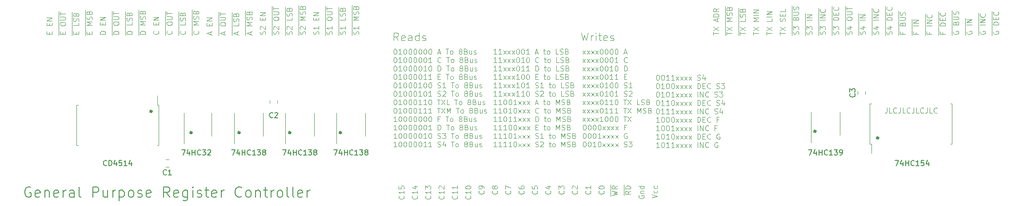
<source format=gbr>
%TF.GenerationSoftware,KiCad,Pcbnew,(6.0.0-0)*%
%TF.CreationDate,2022-01-11T21:33:17-05:00*%
%TF.ProjectId,gpr-controller-combined,6770722d-636f-46e7-9472-6f6c6c65722d,rev?*%
%TF.SameCoordinates,Original*%
%TF.FileFunction,Legend,Top*%
%TF.FilePolarity,Positive*%
%FSLAX46Y46*%
G04 Gerber Fmt 4.6, Leading zero omitted, Abs format (unit mm)*
G04 Created by KiCad (PCBNEW (6.0.0-0)) date 2022-01-11 21:33:17*
%MOMM*%
%LPD*%
G01*
G04 APERTURE LIST*
%ADD10C,0.100000*%
%ADD11C,0.500000*%
%ADD12C,0.150000*%
%ADD13C,0.120000*%
G04 APERTURE END LIST*
D10*
X209280952Y-59252380D02*
X209280952Y-59966666D01*
X209233333Y-60109523D01*
X209138095Y-60204761D01*
X208995238Y-60252380D01*
X208900000Y-60252380D01*
X210233333Y-60252380D02*
X209757142Y-60252380D01*
X209757142Y-59252380D01*
X211138095Y-60157142D02*
X211090476Y-60204761D01*
X210947619Y-60252380D01*
X210852380Y-60252380D01*
X210709523Y-60204761D01*
X210614285Y-60109523D01*
X210566666Y-60014285D01*
X210519047Y-59823809D01*
X210519047Y-59680952D01*
X210566666Y-59490476D01*
X210614285Y-59395238D01*
X210709523Y-59300000D01*
X210852380Y-59252380D01*
X210947619Y-59252380D01*
X211090476Y-59300000D01*
X211138095Y-59347619D01*
X211852380Y-59252380D02*
X211852380Y-59966666D01*
X211804761Y-60109523D01*
X211709523Y-60204761D01*
X211566666Y-60252380D01*
X211471428Y-60252380D01*
X212804761Y-60252380D02*
X212328571Y-60252380D01*
X212328571Y-59252380D01*
X213709523Y-60157142D02*
X213661904Y-60204761D01*
X213519047Y-60252380D01*
X213423809Y-60252380D01*
X213280952Y-60204761D01*
X213185714Y-60109523D01*
X213138095Y-60014285D01*
X213090476Y-59823809D01*
X213090476Y-59680952D01*
X213138095Y-59490476D01*
X213185714Y-59395238D01*
X213280952Y-59300000D01*
X213423809Y-59252380D01*
X213519047Y-59252380D01*
X213661904Y-59300000D01*
X213709523Y-59347619D01*
X214423809Y-59252380D02*
X214423809Y-59966666D01*
X214376190Y-60109523D01*
X214280952Y-60204761D01*
X214138095Y-60252380D01*
X214042857Y-60252380D01*
X215376190Y-60252380D02*
X214900000Y-60252380D01*
X214900000Y-59252380D01*
X216280952Y-60157142D02*
X216233333Y-60204761D01*
X216090476Y-60252380D01*
X215995238Y-60252380D01*
X215852380Y-60204761D01*
X215757142Y-60109523D01*
X215709523Y-60014285D01*
X215661904Y-59823809D01*
X215661904Y-59680952D01*
X215709523Y-59490476D01*
X215757142Y-59395238D01*
X215852380Y-59300000D01*
X215995238Y-59252380D01*
X216090476Y-59252380D01*
X216233333Y-59300000D01*
X216280952Y-59347619D01*
X216995238Y-59252380D02*
X216995238Y-59966666D01*
X216947619Y-60109523D01*
X216852380Y-60204761D01*
X216709523Y-60252380D01*
X216614285Y-60252380D01*
X217947619Y-60252380D02*
X217471428Y-60252380D01*
X217471428Y-59252380D01*
X218852380Y-60157142D02*
X218804761Y-60204761D01*
X218661904Y-60252380D01*
X218566666Y-60252380D01*
X218423809Y-60204761D01*
X218328571Y-60109523D01*
X218280952Y-60014285D01*
X218233333Y-59823809D01*
X218233333Y-59680952D01*
X218280952Y-59490476D01*
X218328571Y-59395238D01*
X218423809Y-59300000D01*
X218566666Y-59252380D01*
X218661904Y-59252380D01*
X218804761Y-59300000D01*
X218852380Y-59347619D01*
D11*
X76808000Y-64008000D02*
G75*
G03*
X76808000Y-64008000I-100000J0D01*
G01*
X195680000Y-63754000D02*
G75*
G03*
X195680000Y-63754000I-100000J0D01*
G01*
X207618000Y-65024000D02*
G75*
G03*
X207618000Y-65024000I-100000J0D01*
G01*
X69188000Y-59944000D02*
G75*
G03*
X69188000Y-59944000I-100000J0D01*
G01*
X105256000Y-64008000D02*
G75*
G03*
X105256000Y-64008000I-100000J0D01*
G01*
X85952000Y-64008000D02*
G75*
G03*
X85952000Y-64008000I-100000J0D01*
G01*
X95604000Y-64008000D02*
G75*
G03*
X95604000Y-64008000I-100000J0D01*
G01*
D10*
X196274000Y-45401000D02*
X196274000Y-44448619D01*
X197508761Y-45210523D02*
X197556380Y-45067666D01*
X197556380Y-44829571D01*
X197508761Y-44734333D01*
X197461142Y-44686714D01*
X197365904Y-44639095D01*
X197270666Y-44639095D01*
X197175428Y-44686714D01*
X197127809Y-44734333D01*
X197080190Y-44829571D01*
X197032571Y-45020047D01*
X196984952Y-45115285D01*
X196937333Y-45162904D01*
X196842095Y-45210523D01*
X196746857Y-45210523D01*
X196651619Y-45162904D01*
X196604000Y-45115285D01*
X196556380Y-45020047D01*
X196556380Y-44781952D01*
X196604000Y-44639095D01*
X196274000Y-44448619D02*
X196274000Y-43496238D01*
X196556380Y-44305761D02*
X196556380Y-43686714D01*
X196937333Y-44020047D01*
X196937333Y-43877190D01*
X196984952Y-43781952D01*
X197032571Y-43734333D01*
X197127809Y-43686714D01*
X197365904Y-43686714D01*
X197461142Y-43734333D01*
X197508761Y-43781952D01*
X197556380Y-43877190D01*
X197556380Y-44162904D01*
X197508761Y-44258142D01*
X197461142Y-44305761D01*
X196274000Y-43496238D02*
X196274000Y-42734333D01*
X196274000Y-42734333D02*
X196274000Y-42258142D01*
X197556380Y-42496238D02*
X196556380Y-42496238D01*
X196274000Y-42258142D02*
X196274000Y-41210523D01*
X197556380Y-42020047D02*
X196556380Y-42020047D01*
X197556380Y-41448619D01*
X196556380Y-41448619D01*
X196274000Y-41210523D02*
X196274000Y-40210523D01*
X197461142Y-40401000D02*
X197508761Y-40448619D01*
X197556380Y-40591476D01*
X197556380Y-40686714D01*
X197508761Y-40829571D01*
X197413523Y-40924809D01*
X197318285Y-40972428D01*
X197127809Y-41020047D01*
X196984952Y-41020047D01*
X196794476Y-40972428D01*
X196699238Y-40924809D01*
X196604000Y-40829571D01*
X196556380Y-40686714D01*
X196556380Y-40591476D01*
X196604000Y-40448619D01*
X196651619Y-40401000D01*
X94674000Y-45401000D02*
X94674000Y-44448619D01*
X95908761Y-45210523D02*
X95956380Y-45067666D01*
X95956380Y-44829571D01*
X95908761Y-44734333D01*
X95861142Y-44686714D01*
X95765904Y-44639095D01*
X95670666Y-44639095D01*
X95575428Y-44686714D01*
X95527809Y-44734333D01*
X95480190Y-44829571D01*
X95432571Y-45020047D01*
X95384952Y-45115285D01*
X95337333Y-45162904D01*
X95242095Y-45210523D01*
X95146857Y-45210523D01*
X95051619Y-45162904D01*
X95004000Y-45115285D01*
X94956380Y-45020047D01*
X94956380Y-44781952D01*
X95004000Y-44639095D01*
X94674000Y-44448619D02*
X94674000Y-43496238D01*
X95051619Y-44258142D02*
X95004000Y-44210523D01*
X94956380Y-44115285D01*
X94956380Y-43877190D01*
X95004000Y-43781952D01*
X95051619Y-43734333D01*
X95146857Y-43686714D01*
X95242095Y-43686714D01*
X95384952Y-43734333D01*
X95956380Y-44305761D01*
X95956380Y-43686714D01*
X94674000Y-43496238D02*
X94674000Y-42734333D01*
X94674000Y-42734333D02*
X94674000Y-41924809D01*
X95956380Y-42020047D02*
X95956380Y-42496238D01*
X94956380Y-42496238D01*
X94674000Y-41924809D02*
X94674000Y-40972428D01*
X95908761Y-41734333D02*
X95956380Y-41591476D01*
X95956380Y-41353380D01*
X95908761Y-41258142D01*
X95861142Y-41210523D01*
X95765904Y-41162904D01*
X95670666Y-41162904D01*
X95575428Y-41210523D01*
X95527809Y-41258142D01*
X95480190Y-41353380D01*
X95432571Y-41543857D01*
X95384952Y-41639095D01*
X95337333Y-41686714D01*
X95242095Y-41734333D01*
X95146857Y-41734333D01*
X95051619Y-41686714D01*
X95004000Y-41639095D01*
X94956380Y-41543857D01*
X94956380Y-41305761D01*
X95004000Y-41162904D01*
X94674000Y-40972428D02*
X94674000Y-39972428D01*
X95432571Y-40401000D02*
X95480190Y-40258142D01*
X95527809Y-40210523D01*
X95623047Y-40162904D01*
X95765904Y-40162904D01*
X95861142Y-40210523D01*
X95908761Y-40258142D01*
X95956380Y-40353380D01*
X95956380Y-40734333D01*
X94956380Y-40734333D01*
X94956380Y-40401000D01*
X95004000Y-40305761D01*
X95051619Y-40258142D01*
X95146857Y-40210523D01*
X95242095Y-40210523D01*
X95337333Y-40258142D01*
X95384952Y-40305761D01*
X95432571Y-40401000D01*
X95432571Y-40734333D01*
X117197142Y-76074238D02*
X117244761Y-76121857D01*
X117292380Y-76264714D01*
X117292380Y-76359952D01*
X117244761Y-76502809D01*
X117149523Y-76598047D01*
X117054285Y-76645666D01*
X116863809Y-76693285D01*
X116720952Y-76693285D01*
X116530476Y-76645666D01*
X116435238Y-76598047D01*
X116340000Y-76502809D01*
X116292380Y-76359952D01*
X116292380Y-76264714D01*
X116340000Y-76121857D01*
X116387619Y-76074238D01*
X117292380Y-75121857D02*
X117292380Y-75693285D01*
X117292380Y-75407571D02*
X116292380Y-75407571D01*
X116435238Y-75502809D01*
X116530476Y-75598047D01*
X116578095Y-75693285D01*
X116292380Y-74217095D02*
X116292380Y-74693285D01*
X116768571Y-74740904D01*
X116720952Y-74693285D01*
X116673333Y-74598047D01*
X116673333Y-74359952D01*
X116720952Y-74264714D01*
X116768571Y-74217095D01*
X116863809Y-74169476D01*
X117101904Y-74169476D01*
X117197142Y-74217095D01*
X117244761Y-74264714D01*
X117292380Y-74359952D01*
X117292380Y-74598047D01*
X117244761Y-74693285D01*
X117197142Y-74740904D01*
X164552380Y-76455190D02*
X165552380Y-76121857D01*
X164552380Y-75788523D01*
X165504761Y-75026619D02*
X165552380Y-75121857D01*
X165552380Y-75312333D01*
X165504761Y-75407571D01*
X165457142Y-75455190D01*
X165361904Y-75502809D01*
X165076190Y-75502809D01*
X164980952Y-75455190D01*
X164933333Y-75407571D01*
X164885714Y-75312333D01*
X164885714Y-75121857D01*
X164933333Y-75026619D01*
X165504761Y-74169476D02*
X165552380Y-74264714D01*
X165552380Y-74455190D01*
X165504761Y-74550428D01*
X165457142Y-74598047D01*
X165361904Y-74645666D01*
X165076190Y-74645666D01*
X164980952Y-74598047D01*
X164933333Y-74550428D01*
X164885714Y-74455190D01*
X164885714Y-74264714D01*
X164933333Y-74169476D01*
X49712571Y-45162904D02*
X49712571Y-44829571D01*
X50236380Y-44686714D02*
X50236380Y-45162904D01*
X49236380Y-45162904D01*
X49236380Y-44686714D01*
X49712571Y-43496238D02*
X49712571Y-43162904D01*
X50236380Y-43020047D02*
X50236380Y-43496238D01*
X49236380Y-43496238D01*
X49236380Y-43020047D01*
X50236380Y-42591476D02*
X49236380Y-42591476D01*
X50236380Y-42020047D01*
X49236380Y-42020047D01*
X80430666Y-45210523D02*
X80430666Y-44734333D01*
X80716380Y-45305761D02*
X79716380Y-44972428D01*
X80716380Y-44639095D01*
X80192571Y-43543857D02*
X80192571Y-43210523D01*
X80716380Y-43067666D02*
X80716380Y-43543857D01*
X79716380Y-43543857D01*
X79716380Y-43067666D01*
X80716380Y-42639095D02*
X79716380Y-42639095D01*
X80716380Y-42067666D01*
X79716380Y-42067666D01*
X116221142Y-46398571D02*
X115721142Y-45684285D01*
X115364000Y-46398571D02*
X115364000Y-44898571D01*
X115935428Y-44898571D01*
X116078285Y-44970000D01*
X116149714Y-45041428D01*
X116221142Y-45184285D01*
X116221142Y-45398571D01*
X116149714Y-45541428D01*
X116078285Y-45612857D01*
X115935428Y-45684285D01*
X115364000Y-45684285D01*
X117435428Y-46327142D02*
X117292571Y-46398571D01*
X117006857Y-46398571D01*
X116864000Y-46327142D01*
X116792571Y-46184285D01*
X116792571Y-45612857D01*
X116864000Y-45470000D01*
X117006857Y-45398571D01*
X117292571Y-45398571D01*
X117435428Y-45470000D01*
X117506857Y-45612857D01*
X117506857Y-45755714D01*
X116792571Y-45898571D01*
X118792571Y-46398571D02*
X118792571Y-45612857D01*
X118721142Y-45470000D01*
X118578285Y-45398571D01*
X118292571Y-45398571D01*
X118149714Y-45470000D01*
X118792571Y-46327142D02*
X118649714Y-46398571D01*
X118292571Y-46398571D01*
X118149714Y-46327142D01*
X118078285Y-46184285D01*
X118078285Y-46041428D01*
X118149714Y-45898571D01*
X118292571Y-45827142D01*
X118649714Y-45827142D01*
X118792571Y-45755714D01*
X120149714Y-46398571D02*
X120149714Y-44898571D01*
X120149714Y-46327142D02*
X120006857Y-46398571D01*
X119721142Y-46398571D01*
X119578285Y-46327142D01*
X119506857Y-46255714D01*
X119435428Y-46112857D01*
X119435428Y-45684285D01*
X119506857Y-45541428D01*
X119578285Y-45470000D01*
X119721142Y-45398571D01*
X120006857Y-45398571D01*
X120149714Y-45470000D01*
X120792571Y-46327142D02*
X120935428Y-46398571D01*
X121221142Y-46398571D01*
X121364000Y-46327142D01*
X121435428Y-46184285D01*
X121435428Y-46112857D01*
X121364000Y-45970000D01*
X121221142Y-45898571D01*
X121006857Y-45898571D01*
X120864000Y-45827142D01*
X120792571Y-45684285D01*
X120792571Y-45612857D01*
X120864000Y-45470000D01*
X121006857Y-45398571D01*
X121221142Y-45398571D01*
X121364000Y-45470000D01*
X100988761Y-45210523D02*
X101036380Y-45067666D01*
X101036380Y-44829571D01*
X100988761Y-44734333D01*
X100941142Y-44686714D01*
X100845904Y-44639095D01*
X100750666Y-44639095D01*
X100655428Y-44686714D01*
X100607809Y-44734333D01*
X100560190Y-44829571D01*
X100512571Y-45020047D01*
X100464952Y-45115285D01*
X100417333Y-45162904D01*
X100322095Y-45210523D01*
X100226857Y-45210523D01*
X100131619Y-45162904D01*
X100084000Y-45115285D01*
X100036380Y-45020047D01*
X100036380Y-44781952D01*
X100084000Y-44639095D01*
X101036380Y-43686714D02*
X101036380Y-44258142D01*
X101036380Y-43972428D02*
X100036380Y-43972428D01*
X100179238Y-44067666D01*
X100274476Y-44162904D01*
X100322095Y-44258142D01*
X100512571Y-42496238D02*
X100512571Y-42162904D01*
X101036380Y-42020047D02*
X101036380Y-42496238D01*
X100036380Y-42496238D01*
X100036380Y-42020047D01*
X101036380Y-41591476D02*
X100036380Y-41591476D01*
X101036380Y-41020047D01*
X100036380Y-41020047D01*
X127357142Y-76074238D02*
X127404761Y-76121857D01*
X127452380Y-76264714D01*
X127452380Y-76359952D01*
X127404761Y-76502809D01*
X127309523Y-76598047D01*
X127214285Y-76645666D01*
X127023809Y-76693285D01*
X126880952Y-76693285D01*
X126690476Y-76645666D01*
X126595238Y-76598047D01*
X126500000Y-76502809D01*
X126452380Y-76359952D01*
X126452380Y-76264714D01*
X126500000Y-76121857D01*
X126547619Y-76074238D01*
X127452380Y-75121857D02*
X127452380Y-75693285D01*
X127452380Y-75407571D02*
X126452380Y-75407571D01*
X126595238Y-75502809D01*
X126690476Y-75598047D01*
X126738095Y-75693285D01*
X127452380Y-74169476D02*
X127452380Y-74740904D01*
X127452380Y-74455190D02*
X126452380Y-74455190D01*
X126595238Y-74550428D01*
X126690476Y-74645666D01*
X126738095Y-74740904D01*
X140057142Y-75121857D02*
X140104761Y-75169476D01*
X140152380Y-75312333D01*
X140152380Y-75407571D01*
X140104761Y-75550428D01*
X140009523Y-75645666D01*
X139914285Y-75693285D01*
X139723809Y-75740904D01*
X139580952Y-75740904D01*
X139390476Y-75693285D01*
X139295238Y-75645666D01*
X139200000Y-75550428D01*
X139152380Y-75407571D01*
X139152380Y-75312333D01*
X139200000Y-75169476D01*
X139247619Y-75121857D01*
X139152380Y-74264714D02*
X139152380Y-74455190D01*
X139200000Y-74550428D01*
X139247619Y-74598047D01*
X139390476Y-74693285D01*
X139580952Y-74740904D01*
X139961904Y-74740904D01*
X140057142Y-74693285D01*
X140104761Y-74645666D01*
X140152380Y-74550428D01*
X140152380Y-74359952D01*
X140104761Y-74264714D01*
X140057142Y-74217095D01*
X139961904Y-74169476D01*
X139723809Y-74169476D01*
X139628571Y-74217095D01*
X139580952Y-74264714D01*
X139533333Y-74359952D01*
X139533333Y-74550428D01*
X139580952Y-74645666D01*
X139628571Y-74693285D01*
X139723809Y-74740904D01*
X216594000Y-45401000D02*
X216594000Y-44543857D01*
X217352571Y-44829571D02*
X217352571Y-45162904D01*
X217876380Y-45162904D02*
X216876380Y-45162904D01*
X216876380Y-44686714D01*
X216594000Y-44543857D02*
X216594000Y-43781952D01*
X216594000Y-43781952D02*
X216594000Y-43305761D01*
X217876380Y-43543857D02*
X216876380Y-43543857D01*
X216594000Y-43305761D02*
X216594000Y-42258142D01*
X217876380Y-43067666D02*
X216876380Y-43067666D01*
X217876380Y-42496238D01*
X216876380Y-42496238D01*
X216594000Y-42258142D02*
X216594000Y-41258142D01*
X217781142Y-41448619D02*
X217828761Y-41496238D01*
X217876380Y-41639095D01*
X217876380Y-41734333D01*
X217828761Y-41877190D01*
X217733523Y-41972428D01*
X217638285Y-42020047D01*
X217447809Y-42067666D01*
X217304952Y-42067666D01*
X217114476Y-42020047D01*
X217019238Y-41972428D01*
X216924000Y-41877190D01*
X216876380Y-41734333D01*
X216876380Y-41639095D01*
X216924000Y-41496238D01*
X216971619Y-41448619D01*
X81974000Y-45401000D02*
X81974000Y-44543857D01*
X82970666Y-45210523D02*
X82970666Y-44734333D01*
X83256380Y-45305761D02*
X82256380Y-44972428D01*
X83256380Y-44639095D01*
X81974000Y-44543857D02*
X81974000Y-43781952D01*
X81974000Y-43781952D02*
X81974000Y-42734333D01*
X82256380Y-43353380D02*
X82256380Y-43162904D01*
X82304000Y-43067666D01*
X82399238Y-42972428D01*
X82589714Y-42924809D01*
X82923047Y-42924809D01*
X83113523Y-42972428D01*
X83208761Y-43067666D01*
X83256380Y-43162904D01*
X83256380Y-43353380D01*
X83208761Y-43448619D01*
X83113523Y-43543857D01*
X82923047Y-43591476D01*
X82589714Y-43591476D01*
X82399238Y-43543857D01*
X82304000Y-43448619D01*
X82256380Y-43353380D01*
X81974000Y-42734333D02*
X81974000Y-41686714D01*
X82256380Y-42496238D02*
X83065904Y-42496238D01*
X83161142Y-42448619D01*
X83208761Y-42401000D01*
X83256380Y-42305761D01*
X83256380Y-42115285D01*
X83208761Y-42020047D01*
X83161142Y-41972428D01*
X83065904Y-41924809D01*
X82256380Y-41924809D01*
X81974000Y-41686714D02*
X81974000Y-40924809D01*
X82256380Y-41591476D02*
X82256380Y-41020047D01*
X83256380Y-41305761D02*
X82256380Y-41305761D01*
X211514000Y-45401000D02*
X211514000Y-44543857D01*
X212272571Y-44829571D02*
X212272571Y-45162904D01*
X212796380Y-45162904D02*
X211796380Y-45162904D01*
X211796380Y-44686714D01*
X211514000Y-44543857D02*
X211514000Y-43781952D01*
X211514000Y-43781952D02*
X211514000Y-42781952D01*
X212272571Y-43210523D02*
X212320190Y-43067666D01*
X212367809Y-43020047D01*
X212463047Y-42972428D01*
X212605904Y-42972428D01*
X212701142Y-43020047D01*
X212748761Y-43067666D01*
X212796380Y-43162904D01*
X212796380Y-43543857D01*
X211796380Y-43543857D01*
X211796380Y-43210523D01*
X211844000Y-43115285D01*
X211891619Y-43067666D01*
X211986857Y-43020047D01*
X212082095Y-43020047D01*
X212177333Y-43067666D01*
X212224952Y-43115285D01*
X212272571Y-43210523D01*
X212272571Y-43543857D01*
X211514000Y-42781952D02*
X211514000Y-41734333D01*
X211796380Y-42543857D02*
X212605904Y-42543857D01*
X212701142Y-42496238D01*
X212748761Y-42448619D01*
X212796380Y-42353380D01*
X212796380Y-42162904D01*
X212748761Y-42067666D01*
X212701142Y-42020047D01*
X212605904Y-41972428D01*
X211796380Y-41972428D01*
X211514000Y-41734333D02*
X211514000Y-40781952D01*
X212748761Y-41543857D02*
X212796380Y-41401000D01*
X212796380Y-41162904D01*
X212748761Y-41067666D01*
X212701142Y-41020047D01*
X212605904Y-40972428D01*
X212510666Y-40972428D01*
X212415428Y-41020047D01*
X212367809Y-41067666D01*
X212320190Y-41162904D01*
X212272571Y-41353380D01*
X212224952Y-41448619D01*
X212177333Y-41496238D01*
X212082095Y-41543857D01*
X211986857Y-41543857D01*
X211891619Y-41496238D01*
X211844000Y-41448619D01*
X211796380Y-41353380D01*
X211796380Y-41115285D01*
X211844000Y-40972428D01*
X70461142Y-44591476D02*
X70508761Y-44639095D01*
X70556380Y-44781952D01*
X70556380Y-44877190D01*
X70508761Y-45020047D01*
X70413523Y-45115285D01*
X70318285Y-45162904D01*
X70127809Y-45210523D01*
X69984952Y-45210523D01*
X69794476Y-45162904D01*
X69699238Y-45115285D01*
X69604000Y-45020047D01*
X69556380Y-44877190D01*
X69556380Y-44781952D01*
X69604000Y-44639095D01*
X69651619Y-44591476D01*
X70032571Y-43401000D02*
X70032571Y-43067666D01*
X70556380Y-42924809D02*
X70556380Y-43401000D01*
X69556380Y-43401000D01*
X69556380Y-42924809D01*
X70556380Y-42496238D02*
X69556380Y-42496238D01*
X70556380Y-41924809D01*
X69556380Y-41924809D01*
X181034000Y-45401000D02*
X181034000Y-44639095D01*
X181316380Y-45305761D02*
X181316380Y-44734333D01*
X182316380Y-45020047D02*
X181316380Y-45020047D01*
X181034000Y-44639095D02*
X181034000Y-43686714D01*
X181316380Y-44496238D02*
X182316380Y-43829571D01*
X181316380Y-43829571D02*
X182316380Y-44496238D01*
X181034000Y-43686714D02*
X181034000Y-42924809D01*
X181034000Y-42924809D02*
X181034000Y-42115285D01*
X182316380Y-42210523D02*
X182316380Y-42686714D01*
X181316380Y-42686714D01*
X181034000Y-42115285D02*
X181034000Y-41162904D01*
X182268761Y-41924809D02*
X182316380Y-41781952D01*
X182316380Y-41543857D01*
X182268761Y-41448619D01*
X182221142Y-41401000D01*
X182125904Y-41353380D01*
X182030666Y-41353380D01*
X181935428Y-41401000D01*
X181887809Y-41448619D01*
X181840190Y-41543857D01*
X181792571Y-41734333D01*
X181744952Y-41829571D01*
X181697333Y-41877190D01*
X181602095Y-41924809D01*
X181506857Y-41924809D01*
X181411619Y-41877190D01*
X181364000Y-41829571D01*
X181316380Y-41734333D01*
X181316380Y-41496238D01*
X181364000Y-41353380D01*
X181034000Y-41162904D02*
X181034000Y-40162904D01*
X181792571Y-40591476D02*
X181840190Y-40448619D01*
X181887809Y-40401000D01*
X181983047Y-40353380D01*
X182125904Y-40353380D01*
X182221142Y-40401000D01*
X182268761Y-40448619D01*
X182316380Y-40543857D01*
X182316380Y-40924809D01*
X181316380Y-40924809D01*
X181316380Y-40591476D01*
X181364000Y-40496238D01*
X181411619Y-40448619D01*
X181506857Y-40401000D01*
X181602095Y-40401000D01*
X181697333Y-40448619D01*
X181744952Y-40496238D01*
X181792571Y-40591476D01*
X181792571Y-40924809D01*
X159190000Y-75979000D02*
X159190000Y-74979000D01*
X160472380Y-75169476D02*
X159996190Y-75502809D01*
X160472380Y-75740904D02*
X159472380Y-75740904D01*
X159472380Y-75359952D01*
X159520000Y-75264714D01*
X159567619Y-75217095D01*
X159662857Y-75169476D01*
X159805714Y-75169476D01*
X159900952Y-75217095D01*
X159948571Y-75264714D01*
X159996190Y-75359952D01*
X159996190Y-75740904D01*
X159190000Y-74979000D02*
X159190000Y-73979000D01*
X160472380Y-74740904D02*
X159472380Y-74740904D01*
X159472380Y-74502809D01*
X159520000Y-74359952D01*
X159615238Y-74264714D01*
X159710476Y-74217095D01*
X159900952Y-74169476D01*
X160043809Y-74169476D01*
X160234285Y-74217095D01*
X160329523Y-74264714D01*
X160424761Y-74359952D01*
X160472380Y-74502809D01*
X160472380Y-74740904D01*
X221674000Y-45401000D02*
X221674000Y-44401000D01*
X222004000Y-44639095D02*
X221956380Y-44734333D01*
X221956380Y-44877190D01*
X222004000Y-45020047D01*
X222099238Y-45115285D01*
X222194476Y-45162904D01*
X222384952Y-45210523D01*
X222527809Y-45210523D01*
X222718285Y-45162904D01*
X222813523Y-45115285D01*
X222908761Y-45020047D01*
X222956380Y-44877190D01*
X222956380Y-44781952D01*
X222908761Y-44639095D01*
X222861142Y-44591476D01*
X222527809Y-44591476D01*
X222527809Y-44781952D01*
X221674000Y-44401000D02*
X221674000Y-43639095D01*
X221674000Y-43639095D02*
X221674000Y-42639095D01*
X222432571Y-43067666D02*
X222480190Y-42924809D01*
X222527809Y-42877190D01*
X222623047Y-42829571D01*
X222765904Y-42829571D01*
X222861142Y-42877190D01*
X222908761Y-42924809D01*
X222956380Y-43020047D01*
X222956380Y-43401000D01*
X221956380Y-43401000D01*
X221956380Y-43067666D01*
X222004000Y-42972428D01*
X222051619Y-42924809D01*
X222146857Y-42877190D01*
X222242095Y-42877190D01*
X222337333Y-42924809D01*
X222384952Y-42972428D01*
X222432571Y-43067666D01*
X222432571Y-43401000D01*
X221674000Y-42639095D02*
X221674000Y-41591476D01*
X221956380Y-42401000D02*
X222765904Y-42401000D01*
X222861142Y-42353380D01*
X222908761Y-42305761D01*
X222956380Y-42210523D01*
X222956380Y-42020047D01*
X222908761Y-41924809D01*
X222861142Y-41877190D01*
X222765904Y-41829571D01*
X221956380Y-41829571D01*
X221674000Y-41591476D02*
X221674000Y-40639095D01*
X222908761Y-41401000D02*
X222956380Y-41258142D01*
X222956380Y-41020047D01*
X222908761Y-40924809D01*
X222861142Y-40877190D01*
X222765904Y-40829571D01*
X222670666Y-40829571D01*
X222575428Y-40877190D01*
X222527809Y-40924809D01*
X222480190Y-41020047D01*
X222432571Y-41210523D01*
X222384952Y-41305761D01*
X222337333Y-41353380D01*
X222242095Y-41401000D01*
X222146857Y-41401000D01*
X222051619Y-41353380D01*
X222004000Y-41305761D01*
X221956380Y-41210523D01*
X221956380Y-40972428D01*
X222004000Y-40829571D01*
X60396380Y-45162904D02*
X59396380Y-45162904D01*
X59396380Y-44924809D01*
X59444000Y-44781952D01*
X59539238Y-44686714D01*
X59634476Y-44639095D01*
X59824952Y-44591476D01*
X59967809Y-44591476D01*
X60158285Y-44639095D01*
X60253523Y-44686714D01*
X60348761Y-44781952D01*
X60396380Y-44924809D01*
X60396380Y-45162904D01*
X59872571Y-43401000D02*
X59872571Y-43067666D01*
X60396380Y-42924809D02*
X60396380Y-43401000D01*
X59396380Y-43401000D01*
X59396380Y-42924809D01*
X60396380Y-42496238D02*
X59396380Y-42496238D01*
X60396380Y-41924809D01*
X59396380Y-41924809D01*
X188936380Y-45305761D02*
X188936380Y-44734333D01*
X189936380Y-45020047D02*
X188936380Y-45020047D01*
X188936380Y-44496238D02*
X189936380Y-43829571D01*
X188936380Y-43829571D02*
X189936380Y-44496238D01*
X189888761Y-42734333D02*
X189936380Y-42591476D01*
X189936380Y-42353380D01*
X189888761Y-42258142D01*
X189841142Y-42210523D01*
X189745904Y-42162904D01*
X189650666Y-42162904D01*
X189555428Y-42210523D01*
X189507809Y-42258142D01*
X189460190Y-42353380D01*
X189412571Y-42543857D01*
X189364952Y-42639095D01*
X189317333Y-42686714D01*
X189222095Y-42734333D01*
X189126857Y-42734333D01*
X189031619Y-42686714D01*
X188984000Y-42639095D01*
X188936380Y-42543857D01*
X188936380Y-42305761D01*
X188984000Y-42162904D01*
X189412571Y-41734333D02*
X189412571Y-41401000D01*
X189936380Y-41258142D02*
X189936380Y-41734333D01*
X188936380Y-41734333D01*
X188936380Y-41258142D01*
X189936380Y-40353380D02*
X189936380Y-40829571D01*
X188936380Y-40829571D01*
X151337857Y-49001380D02*
X151861666Y-48334714D01*
X151337857Y-48334714D02*
X151861666Y-49001380D01*
X152147380Y-49001380D02*
X152671190Y-48334714D01*
X152147380Y-48334714D02*
X152671190Y-49001380D01*
X152956904Y-49001380D02*
X153480714Y-48334714D01*
X152956904Y-48334714D02*
X153480714Y-49001380D01*
X153766428Y-49001380D02*
X154290238Y-48334714D01*
X153766428Y-48334714D02*
X154290238Y-49001380D01*
X154861666Y-48001380D02*
X154956904Y-48001380D01*
X155052142Y-48049000D01*
X155099761Y-48096619D01*
X155147380Y-48191857D01*
X155195000Y-48382333D01*
X155195000Y-48620428D01*
X155147380Y-48810904D01*
X155099761Y-48906142D01*
X155052142Y-48953761D01*
X154956904Y-49001380D01*
X154861666Y-49001380D01*
X154766428Y-48953761D01*
X154718809Y-48906142D01*
X154671190Y-48810904D01*
X154623571Y-48620428D01*
X154623571Y-48382333D01*
X154671190Y-48191857D01*
X154718809Y-48096619D01*
X154766428Y-48049000D01*
X154861666Y-48001380D01*
X155814047Y-48001380D02*
X155909285Y-48001380D01*
X156004523Y-48049000D01*
X156052142Y-48096619D01*
X156099761Y-48191857D01*
X156147380Y-48382333D01*
X156147380Y-48620428D01*
X156099761Y-48810904D01*
X156052142Y-48906142D01*
X156004523Y-48953761D01*
X155909285Y-49001380D01*
X155814047Y-49001380D01*
X155718809Y-48953761D01*
X155671190Y-48906142D01*
X155623571Y-48810904D01*
X155575952Y-48620428D01*
X155575952Y-48382333D01*
X155623571Y-48191857D01*
X155671190Y-48096619D01*
X155718809Y-48049000D01*
X155814047Y-48001380D01*
X156766428Y-48001380D02*
X156861666Y-48001380D01*
X156956904Y-48049000D01*
X157004523Y-48096619D01*
X157052142Y-48191857D01*
X157099761Y-48382333D01*
X157099761Y-48620428D01*
X157052142Y-48810904D01*
X157004523Y-48906142D01*
X156956904Y-48953761D01*
X156861666Y-49001380D01*
X156766428Y-49001380D01*
X156671190Y-48953761D01*
X156623571Y-48906142D01*
X156575952Y-48810904D01*
X156528333Y-48620428D01*
X156528333Y-48382333D01*
X156575952Y-48191857D01*
X156623571Y-48096619D01*
X156671190Y-48049000D01*
X156766428Y-48001380D01*
X157718809Y-48001380D02*
X157814047Y-48001380D01*
X157909285Y-48049000D01*
X157956904Y-48096619D01*
X158004523Y-48191857D01*
X158052142Y-48382333D01*
X158052142Y-48620428D01*
X158004523Y-48810904D01*
X157956904Y-48906142D01*
X157909285Y-48953761D01*
X157814047Y-49001380D01*
X157718809Y-49001380D01*
X157623571Y-48953761D01*
X157575952Y-48906142D01*
X157528333Y-48810904D01*
X157480714Y-48620428D01*
X157480714Y-48382333D01*
X157528333Y-48191857D01*
X157575952Y-48096619D01*
X157623571Y-48049000D01*
X157718809Y-48001380D01*
X159195000Y-48715666D02*
X159671190Y-48715666D01*
X159099761Y-49001380D02*
X159433095Y-48001380D01*
X159766428Y-49001380D01*
X151337857Y-50611380D02*
X151861666Y-49944714D01*
X151337857Y-49944714D02*
X151861666Y-50611380D01*
X152147380Y-50611380D02*
X152671190Y-49944714D01*
X152147380Y-49944714D02*
X152671190Y-50611380D01*
X152956904Y-50611380D02*
X153480714Y-49944714D01*
X152956904Y-49944714D02*
X153480714Y-50611380D01*
X153766428Y-50611380D02*
X154290238Y-49944714D01*
X153766428Y-49944714D02*
X154290238Y-50611380D01*
X154861666Y-49611380D02*
X154956904Y-49611380D01*
X155052142Y-49659000D01*
X155099761Y-49706619D01*
X155147380Y-49801857D01*
X155195000Y-49992333D01*
X155195000Y-50230428D01*
X155147380Y-50420904D01*
X155099761Y-50516142D01*
X155052142Y-50563761D01*
X154956904Y-50611380D01*
X154861666Y-50611380D01*
X154766428Y-50563761D01*
X154718809Y-50516142D01*
X154671190Y-50420904D01*
X154623571Y-50230428D01*
X154623571Y-49992333D01*
X154671190Y-49801857D01*
X154718809Y-49706619D01*
X154766428Y-49659000D01*
X154861666Y-49611380D01*
X155814047Y-49611380D02*
X155909285Y-49611380D01*
X156004523Y-49659000D01*
X156052142Y-49706619D01*
X156099761Y-49801857D01*
X156147380Y-49992333D01*
X156147380Y-50230428D01*
X156099761Y-50420904D01*
X156052142Y-50516142D01*
X156004523Y-50563761D01*
X155909285Y-50611380D01*
X155814047Y-50611380D01*
X155718809Y-50563761D01*
X155671190Y-50516142D01*
X155623571Y-50420904D01*
X155575952Y-50230428D01*
X155575952Y-49992333D01*
X155623571Y-49801857D01*
X155671190Y-49706619D01*
X155718809Y-49659000D01*
X155814047Y-49611380D01*
X156766428Y-49611380D02*
X156861666Y-49611380D01*
X156956904Y-49659000D01*
X157004523Y-49706619D01*
X157052142Y-49801857D01*
X157099761Y-49992333D01*
X157099761Y-50230428D01*
X157052142Y-50420904D01*
X157004523Y-50516142D01*
X156956904Y-50563761D01*
X156861666Y-50611380D01*
X156766428Y-50611380D01*
X156671190Y-50563761D01*
X156623571Y-50516142D01*
X156575952Y-50420904D01*
X156528333Y-50230428D01*
X156528333Y-49992333D01*
X156575952Y-49801857D01*
X156623571Y-49706619D01*
X156671190Y-49659000D01*
X156766428Y-49611380D01*
X158052142Y-50611380D02*
X157480714Y-50611380D01*
X157766428Y-50611380D02*
X157766428Y-49611380D01*
X157671190Y-49754238D01*
X157575952Y-49849476D01*
X157480714Y-49897095D01*
X159814047Y-50516142D02*
X159766428Y-50563761D01*
X159623571Y-50611380D01*
X159528333Y-50611380D01*
X159385476Y-50563761D01*
X159290238Y-50468523D01*
X159242619Y-50373285D01*
X159195000Y-50182809D01*
X159195000Y-50039952D01*
X159242619Y-49849476D01*
X159290238Y-49754238D01*
X159385476Y-49659000D01*
X159528333Y-49611380D01*
X159623571Y-49611380D01*
X159766428Y-49659000D01*
X159814047Y-49706619D01*
X151337857Y-52221380D02*
X151861666Y-51554714D01*
X151337857Y-51554714D02*
X151861666Y-52221380D01*
X152147380Y-52221380D02*
X152671190Y-51554714D01*
X152147380Y-51554714D02*
X152671190Y-52221380D01*
X152956904Y-52221380D02*
X153480714Y-51554714D01*
X152956904Y-51554714D02*
X153480714Y-52221380D01*
X153766428Y-52221380D02*
X154290238Y-51554714D01*
X153766428Y-51554714D02*
X154290238Y-52221380D01*
X154861666Y-51221380D02*
X154956904Y-51221380D01*
X155052142Y-51269000D01*
X155099761Y-51316619D01*
X155147380Y-51411857D01*
X155195000Y-51602333D01*
X155195000Y-51840428D01*
X155147380Y-52030904D01*
X155099761Y-52126142D01*
X155052142Y-52173761D01*
X154956904Y-52221380D01*
X154861666Y-52221380D01*
X154766428Y-52173761D01*
X154718809Y-52126142D01*
X154671190Y-52030904D01*
X154623571Y-51840428D01*
X154623571Y-51602333D01*
X154671190Y-51411857D01*
X154718809Y-51316619D01*
X154766428Y-51269000D01*
X154861666Y-51221380D01*
X155814047Y-51221380D02*
X155909285Y-51221380D01*
X156004523Y-51269000D01*
X156052142Y-51316619D01*
X156099761Y-51411857D01*
X156147380Y-51602333D01*
X156147380Y-51840428D01*
X156099761Y-52030904D01*
X156052142Y-52126142D01*
X156004523Y-52173761D01*
X155909285Y-52221380D01*
X155814047Y-52221380D01*
X155718809Y-52173761D01*
X155671190Y-52126142D01*
X155623571Y-52030904D01*
X155575952Y-51840428D01*
X155575952Y-51602333D01*
X155623571Y-51411857D01*
X155671190Y-51316619D01*
X155718809Y-51269000D01*
X155814047Y-51221380D01*
X157099761Y-52221380D02*
X156528333Y-52221380D01*
X156814047Y-52221380D02*
X156814047Y-51221380D01*
X156718809Y-51364238D01*
X156623571Y-51459476D01*
X156528333Y-51507095D01*
X157718809Y-51221380D02*
X157814047Y-51221380D01*
X157909285Y-51269000D01*
X157956904Y-51316619D01*
X158004523Y-51411857D01*
X158052142Y-51602333D01*
X158052142Y-51840428D01*
X158004523Y-52030904D01*
X157956904Y-52126142D01*
X157909285Y-52173761D01*
X157814047Y-52221380D01*
X157718809Y-52221380D01*
X157623571Y-52173761D01*
X157575952Y-52126142D01*
X157528333Y-52030904D01*
X157480714Y-51840428D01*
X157480714Y-51602333D01*
X157528333Y-51411857D01*
X157575952Y-51316619D01*
X157623571Y-51269000D01*
X157718809Y-51221380D01*
X159242619Y-52221380D02*
X159242619Y-51221380D01*
X159480714Y-51221380D01*
X159623571Y-51269000D01*
X159718809Y-51364238D01*
X159766428Y-51459476D01*
X159814047Y-51649952D01*
X159814047Y-51792809D01*
X159766428Y-51983285D01*
X159718809Y-52078523D01*
X159623571Y-52173761D01*
X159480714Y-52221380D01*
X159242619Y-52221380D01*
X151337857Y-53831380D02*
X151861666Y-53164714D01*
X151337857Y-53164714D02*
X151861666Y-53831380D01*
X152147380Y-53831380D02*
X152671190Y-53164714D01*
X152147380Y-53164714D02*
X152671190Y-53831380D01*
X152956904Y-53831380D02*
X153480714Y-53164714D01*
X152956904Y-53164714D02*
X153480714Y-53831380D01*
X153766428Y-53831380D02*
X154290238Y-53164714D01*
X153766428Y-53164714D02*
X154290238Y-53831380D01*
X154861666Y-52831380D02*
X154956904Y-52831380D01*
X155052142Y-52879000D01*
X155099761Y-52926619D01*
X155147380Y-53021857D01*
X155195000Y-53212333D01*
X155195000Y-53450428D01*
X155147380Y-53640904D01*
X155099761Y-53736142D01*
X155052142Y-53783761D01*
X154956904Y-53831380D01*
X154861666Y-53831380D01*
X154766428Y-53783761D01*
X154718809Y-53736142D01*
X154671190Y-53640904D01*
X154623571Y-53450428D01*
X154623571Y-53212333D01*
X154671190Y-53021857D01*
X154718809Y-52926619D01*
X154766428Y-52879000D01*
X154861666Y-52831380D01*
X155814047Y-52831380D02*
X155909285Y-52831380D01*
X156004523Y-52879000D01*
X156052142Y-52926619D01*
X156099761Y-53021857D01*
X156147380Y-53212333D01*
X156147380Y-53450428D01*
X156099761Y-53640904D01*
X156052142Y-53736142D01*
X156004523Y-53783761D01*
X155909285Y-53831380D01*
X155814047Y-53831380D01*
X155718809Y-53783761D01*
X155671190Y-53736142D01*
X155623571Y-53640904D01*
X155575952Y-53450428D01*
X155575952Y-53212333D01*
X155623571Y-53021857D01*
X155671190Y-52926619D01*
X155718809Y-52879000D01*
X155814047Y-52831380D01*
X157099761Y-53831380D02*
X156528333Y-53831380D01*
X156814047Y-53831380D02*
X156814047Y-52831380D01*
X156718809Y-52974238D01*
X156623571Y-53069476D01*
X156528333Y-53117095D01*
X158052142Y-53831380D02*
X157480714Y-53831380D01*
X157766428Y-53831380D02*
X157766428Y-52831380D01*
X157671190Y-52974238D01*
X157575952Y-53069476D01*
X157480714Y-53117095D01*
X159242619Y-53307571D02*
X159575952Y-53307571D01*
X159718809Y-53831380D02*
X159242619Y-53831380D01*
X159242619Y-52831380D01*
X159718809Y-52831380D01*
X151337857Y-55441380D02*
X151861666Y-54774714D01*
X151337857Y-54774714D02*
X151861666Y-55441380D01*
X152147380Y-55441380D02*
X152671190Y-54774714D01*
X152147380Y-54774714D02*
X152671190Y-55441380D01*
X152956904Y-55441380D02*
X153480714Y-54774714D01*
X152956904Y-54774714D02*
X153480714Y-55441380D01*
X153766428Y-55441380D02*
X154290238Y-54774714D01*
X153766428Y-54774714D02*
X154290238Y-55441380D01*
X154861666Y-54441380D02*
X154956904Y-54441380D01*
X155052142Y-54489000D01*
X155099761Y-54536619D01*
X155147380Y-54631857D01*
X155195000Y-54822333D01*
X155195000Y-55060428D01*
X155147380Y-55250904D01*
X155099761Y-55346142D01*
X155052142Y-55393761D01*
X154956904Y-55441380D01*
X154861666Y-55441380D01*
X154766428Y-55393761D01*
X154718809Y-55346142D01*
X154671190Y-55250904D01*
X154623571Y-55060428D01*
X154623571Y-54822333D01*
X154671190Y-54631857D01*
X154718809Y-54536619D01*
X154766428Y-54489000D01*
X154861666Y-54441380D01*
X156147380Y-55441380D02*
X155575952Y-55441380D01*
X155861666Y-55441380D02*
X155861666Y-54441380D01*
X155766428Y-54584238D01*
X155671190Y-54679476D01*
X155575952Y-54727095D01*
X156766428Y-54441380D02*
X156861666Y-54441380D01*
X156956904Y-54489000D01*
X157004523Y-54536619D01*
X157052142Y-54631857D01*
X157099761Y-54822333D01*
X157099761Y-55060428D01*
X157052142Y-55250904D01*
X157004523Y-55346142D01*
X156956904Y-55393761D01*
X156861666Y-55441380D01*
X156766428Y-55441380D01*
X156671190Y-55393761D01*
X156623571Y-55346142D01*
X156575952Y-55250904D01*
X156528333Y-55060428D01*
X156528333Y-54822333D01*
X156575952Y-54631857D01*
X156623571Y-54536619D01*
X156671190Y-54489000D01*
X156766428Y-54441380D01*
X157718809Y-54441380D02*
X157814047Y-54441380D01*
X157909285Y-54489000D01*
X157956904Y-54536619D01*
X158004523Y-54631857D01*
X158052142Y-54822333D01*
X158052142Y-55060428D01*
X158004523Y-55250904D01*
X157956904Y-55346142D01*
X157909285Y-55393761D01*
X157814047Y-55441380D01*
X157718809Y-55441380D01*
X157623571Y-55393761D01*
X157575952Y-55346142D01*
X157528333Y-55250904D01*
X157480714Y-55060428D01*
X157480714Y-54822333D01*
X157528333Y-54631857D01*
X157575952Y-54536619D01*
X157623571Y-54489000D01*
X157718809Y-54441380D01*
X159195000Y-55393761D02*
X159337857Y-55441380D01*
X159575952Y-55441380D01*
X159671190Y-55393761D01*
X159718809Y-55346142D01*
X159766428Y-55250904D01*
X159766428Y-55155666D01*
X159718809Y-55060428D01*
X159671190Y-55012809D01*
X159575952Y-54965190D01*
X159385476Y-54917571D01*
X159290238Y-54869952D01*
X159242619Y-54822333D01*
X159195000Y-54727095D01*
X159195000Y-54631857D01*
X159242619Y-54536619D01*
X159290238Y-54489000D01*
X159385476Y-54441380D01*
X159623571Y-54441380D01*
X159766428Y-54489000D01*
X160718809Y-55441380D02*
X160147380Y-55441380D01*
X160433095Y-55441380D02*
X160433095Y-54441380D01*
X160337857Y-54584238D01*
X160242619Y-54679476D01*
X160147380Y-54727095D01*
X151337857Y-57051380D02*
X151861666Y-56384714D01*
X151337857Y-56384714D02*
X151861666Y-57051380D01*
X152147380Y-57051380D02*
X152671190Y-56384714D01*
X152147380Y-56384714D02*
X152671190Y-57051380D01*
X152956904Y-57051380D02*
X153480714Y-56384714D01*
X152956904Y-56384714D02*
X153480714Y-57051380D01*
X153766428Y-57051380D02*
X154290238Y-56384714D01*
X153766428Y-56384714D02*
X154290238Y-57051380D01*
X154861666Y-56051380D02*
X154956904Y-56051380D01*
X155052142Y-56099000D01*
X155099761Y-56146619D01*
X155147380Y-56241857D01*
X155195000Y-56432333D01*
X155195000Y-56670428D01*
X155147380Y-56860904D01*
X155099761Y-56956142D01*
X155052142Y-57003761D01*
X154956904Y-57051380D01*
X154861666Y-57051380D01*
X154766428Y-57003761D01*
X154718809Y-56956142D01*
X154671190Y-56860904D01*
X154623571Y-56670428D01*
X154623571Y-56432333D01*
X154671190Y-56241857D01*
X154718809Y-56146619D01*
X154766428Y-56099000D01*
X154861666Y-56051380D01*
X156147380Y-57051380D02*
X155575952Y-57051380D01*
X155861666Y-57051380D02*
X155861666Y-56051380D01*
X155766428Y-56194238D01*
X155671190Y-56289476D01*
X155575952Y-56337095D01*
X156766428Y-56051380D02*
X156861666Y-56051380D01*
X156956904Y-56099000D01*
X157004523Y-56146619D01*
X157052142Y-56241857D01*
X157099761Y-56432333D01*
X157099761Y-56670428D01*
X157052142Y-56860904D01*
X157004523Y-56956142D01*
X156956904Y-57003761D01*
X156861666Y-57051380D01*
X156766428Y-57051380D01*
X156671190Y-57003761D01*
X156623571Y-56956142D01*
X156575952Y-56860904D01*
X156528333Y-56670428D01*
X156528333Y-56432333D01*
X156575952Y-56241857D01*
X156623571Y-56146619D01*
X156671190Y-56099000D01*
X156766428Y-56051380D01*
X158052142Y-57051380D02*
X157480714Y-57051380D01*
X157766428Y-57051380D02*
X157766428Y-56051380D01*
X157671190Y-56194238D01*
X157575952Y-56289476D01*
X157480714Y-56337095D01*
X159195000Y-57003761D02*
X159337857Y-57051380D01*
X159575952Y-57051380D01*
X159671190Y-57003761D01*
X159718809Y-56956142D01*
X159766428Y-56860904D01*
X159766428Y-56765666D01*
X159718809Y-56670428D01*
X159671190Y-56622809D01*
X159575952Y-56575190D01*
X159385476Y-56527571D01*
X159290238Y-56479952D01*
X159242619Y-56432333D01*
X159195000Y-56337095D01*
X159195000Y-56241857D01*
X159242619Y-56146619D01*
X159290238Y-56099000D01*
X159385476Y-56051380D01*
X159623571Y-56051380D01*
X159766428Y-56099000D01*
X160147380Y-56146619D02*
X160195000Y-56099000D01*
X160290238Y-56051380D01*
X160528333Y-56051380D01*
X160623571Y-56099000D01*
X160671190Y-56146619D01*
X160718809Y-56241857D01*
X160718809Y-56337095D01*
X160671190Y-56479952D01*
X160099761Y-57051380D01*
X160718809Y-57051380D01*
X151337857Y-58661380D02*
X151861666Y-57994714D01*
X151337857Y-57994714D02*
X151861666Y-58661380D01*
X152147380Y-58661380D02*
X152671190Y-57994714D01*
X152147380Y-57994714D02*
X152671190Y-58661380D01*
X152956904Y-58661380D02*
X153480714Y-57994714D01*
X152956904Y-57994714D02*
X153480714Y-58661380D01*
X153766428Y-58661380D02*
X154290238Y-57994714D01*
X153766428Y-57994714D02*
X154290238Y-58661380D01*
X154861666Y-57661380D02*
X154956904Y-57661380D01*
X155052142Y-57709000D01*
X155099761Y-57756619D01*
X155147380Y-57851857D01*
X155195000Y-58042333D01*
X155195000Y-58280428D01*
X155147380Y-58470904D01*
X155099761Y-58566142D01*
X155052142Y-58613761D01*
X154956904Y-58661380D01*
X154861666Y-58661380D01*
X154766428Y-58613761D01*
X154718809Y-58566142D01*
X154671190Y-58470904D01*
X154623571Y-58280428D01*
X154623571Y-58042333D01*
X154671190Y-57851857D01*
X154718809Y-57756619D01*
X154766428Y-57709000D01*
X154861666Y-57661380D01*
X156147380Y-58661380D02*
X155575952Y-58661380D01*
X155861666Y-58661380D02*
X155861666Y-57661380D01*
X155766428Y-57804238D01*
X155671190Y-57899476D01*
X155575952Y-57947095D01*
X157099761Y-58661380D02*
X156528333Y-58661380D01*
X156814047Y-58661380D02*
X156814047Y-57661380D01*
X156718809Y-57804238D01*
X156623571Y-57899476D01*
X156528333Y-57947095D01*
X157718809Y-57661380D02*
X157814047Y-57661380D01*
X157909285Y-57709000D01*
X157956904Y-57756619D01*
X158004523Y-57851857D01*
X158052142Y-58042333D01*
X158052142Y-58280428D01*
X158004523Y-58470904D01*
X157956904Y-58566142D01*
X157909285Y-58613761D01*
X157814047Y-58661380D01*
X157718809Y-58661380D01*
X157623571Y-58613761D01*
X157575952Y-58566142D01*
X157528333Y-58470904D01*
X157480714Y-58280428D01*
X157480714Y-58042333D01*
X157528333Y-57851857D01*
X157575952Y-57756619D01*
X157623571Y-57709000D01*
X157718809Y-57661380D01*
X159099761Y-57661380D02*
X159671190Y-57661380D01*
X159385476Y-58661380D02*
X159385476Y-57661380D01*
X159909285Y-57661380D02*
X160575952Y-58661380D01*
X160575952Y-57661380D02*
X159909285Y-58661380D01*
X162195000Y-58661380D02*
X161718809Y-58661380D01*
X161718809Y-57661380D01*
X162480714Y-58613761D02*
X162623571Y-58661380D01*
X162861666Y-58661380D01*
X162956904Y-58613761D01*
X163004523Y-58566142D01*
X163052142Y-58470904D01*
X163052142Y-58375666D01*
X163004523Y-58280428D01*
X162956904Y-58232809D01*
X162861666Y-58185190D01*
X162671190Y-58137571D01*
X162575952Y-58089952D01*
X162528333Y-58042333D01*
X162480714Y-57947095D01*
X162480714Y-57851857D01*
X162528333Y-57756619D01*
X162575952Y-57709000D01*
X162671190Y-57661380D01*
X162909285Y-57661380D01*
X163052142Y-57709000D01*
X163814047Y-58137571D02*
X163956904Y-58185190D01*
X164004523Y-58232809D01*
X164052142Y-58328047D01*
X164052142Y-58470904D01*
X164004523Y-58566142D01*
X163956904Y-58613761D01*
X163861666Y-58661380D01*
X163480714Y-58661380D01*
X163480714Y-57661380D01*
X163814047Y-57661380D01*
X163909285Y-57709000D01*
X163956904Y-57756619D01*
X164004523Y-57851857D01*
X164004523Y-57947095D01*
X163956904Y-58042333D01*
X163909285Y-58089952D01*
X163814047Y-58137571D01*
X163480714Y-58137571D01*
X151337857Y-60271380D02*
X151861666Y-59604714D01*
X151337857Y-59604714D02*
X151861666Y-60271380D01*
X152147380Y-60271380D02*
X152671190Y-59604714D01*
X152147380Y-59604714D02*
X152671190Y-60271380D01*
X152956904Y-60271380D02*
X153480714Y-59604714D01*
X152956904Y-59604714D02*
X153480714Y-60271380D01*
X153766428Y-60271380D02*
X154290238Y-59604714D01*
X153766428Y-59604714D02*
X154290238Y-60271380D01*
X154861666Y-59271380D02*
X154956904Y-59271380D01*
X155052142Y-59319000D01*
X155099761Y-59366619D01*
X155147380Y-59461857D01*
X155195000Y-59652333D01*
X155195000Y-59890428D01*
X155147380Y-60080904D01*
X155099761Y-60176142D01*
X155052142Y-60223761D01*
X154956904Y-60271380D01*
X154861666Y-60271380D01*
X154766428Y-60223761D01*
X154718809Y-60176142D01*
X154671190Y-60080904D01*
X154623571Y-59890428D01*
X154623571Y-59652333D01*
X154671190Y-59461857D01*
X154718809Y-59366619D01*
X154766428Y-59319000D01*
X154861666Y-59271380D01*
X156147380Y-60271380D02*
X155575952Y-60271380D01*
X155861666Y-60271380D02*
X155861666Y-59271380D01*
X155766428Y-59414238D01*
X155671190Y-59509476D01*
X155575952Y-59557095D01*
X157099761Y-60271380D02*
X156528333Y-60271380D01*
X156814047Y-60271380D02*
X156814047Y-59271380D01*
X156718809Y-59414238D01*
X156623571Y-59509476D01*
X156528333Y-59557095D01*
X158052142Y-60271380D02*
X157480714Y-60271380D01*
X157766428Y-60271380D02*
X157766428Y-59271380D01*
X157671190Y-59414238D01*
X157575952Y-59509476D01*
X157480714Y-59557095D01*
X159099761Y-59271380D02*
X159671190Y-59271380D01*
X159385476Y-60271380D02*
X159385476Y-59271380D01*
X159909285Y-59271380D02*
X160575952Y-60271380D01*
X160575952Y-59271380D02*
X159909285Y-60271380D01*
X161718809Y-60271380D02*
X161718809Y-59271380D01*
X162052142Y-59985666D01*
X162385476Y-59271380D01*
X162385476Y-60271380D01*
X162814047Y-60223761D02*
X162956904Y-60271380D01*
X163195000Y-60271380D01*
X163290238Y-60223761D01*
X163337857Y-60176142D01*
X163385476Y-60080904D01*
X163385476Y-59985666D01*
X163337857Y-59890428D01*
X163290238Y-59842809D01*
X163195000Y-59795190D01*
X163004523Y-59747571D01*
X162909285Y-59699952D01*
X162861666Y-59652333D01*
X162814047Y-59557095D01*
X162814047Y-59461857D01*
X162861666Y-59366619D01*
X162909285Y-59319000D01*
X163004523Y-59271380D01*
X163242619Y-59271380D01*
X163385476Y-59319000D01*
X164147380Y-59747571D02*
X164290238Y-59795190D01*
X164337857Y-59842809D01*
X164385476Y-59938047D01*
X164385476Y-60080904D01*
X164337857Y-60176142D01*
X164290238Y-60223761D01*
X164195000Y-60271380D01*
X163814047Y-60271380D01*
X163814047Y-59271380D01*
X164147380Y-59271380D01*
X164242619Y-59319000D01*
X164290238Y-59366619D01*
X164337857Y-59461857D01*
X164337857Y-59557095D01*
X164290238Y-59652333D01*
X164242619Y-59699952D01*
X164147380Y-59747571D01*
X163814047Y-59747571D01*
X151337857Y-61881380D02*
X151861666Y-61214714D01*
X151337857Y-61214714D02*
X151861666Y-61881380D01*
X152147380Y-61881380D02*
X152671190Y-61214714D01*
X152147380Y-61214714D02*
X152671190Y-61881380D01*
X152956904Y-61881380D02*
X153480714Y-61214714D01*
X152956904Y-61214714D02*
X153480714Y-61881380D01*
X153766428Y-61881380D02*
X154290238Y-61214714D01*
X153766428Y-61214714D02*
X154290238Y-61881380D01*
X155195000Y-61881380D02*
X154623571Y-61881380D01*
X154909285Y-61881380D02*
X154909285Y-60881380D01*
X154814047Y-61024238D01*
X154718809Y-61119476D01*
X154623571Y-61167095D01*
X155814047Y-60881380D02*
X155909285Y-60881380D01*
X156004523Y-60929000D01*
X156052142Y-60976619D01*
X156099761Y-61071857D01*
X156147380Y-61262333D01*
X156147380Y-61500428D01*
X156099761Y-61690904D01*
X156052142Y-61786142D01*
X156004523Y-61833761D01*
X155909285Y-61881380D01*
X155814047Y-61881380D01*
X155718809Y-61833761D01*
X155671190Y-61786142D01*
X155623571Y-61690904D01*
X155575952Y-61500428D01*
X155575952Y-61262333D01*
X155623571Y-61071857D01*
X155671190Y-60976619D01*
X155718809Y-60929000D01*
X155814047Y-60881380D01*
X156766428Y-60881380D02*
X156861666Y-60881380D01*
X156956904Y-60929000D01*
X157004523Y-60976619D01*
X157052142Y-61071857D01*
X157099761Y-61262333D01*
X157099761Y-61500428D01*
X157052142Y-61690904D01*
X157004523Y-61786142D01*
X156956904Y-61833761D01*
X156861666Y-61881380D01*
X156766428Y-61881380D01*
X156671190Y-61833761D01*
X156623571Y-61786142D01*
X156575952Y-61690904D01*
X156528333Y-61500428D01*
X156528333Y-61262333D01*
X156575952Y-61071857D01*
X156623571Y-60976619D01*
X156671190Y-60929000D01*
X156766428Y-60881380D01*
X157718809Y-60881380D02*
X157814047Y-60881380D01*
X157909285Y-60929000D01*
X157956904Y-60976619D01*
X158004523Y-61071857D01*
X158052142Y-61262333D01*
X158052142Y-61500428D01*
X158004523Y-61690904D01*
X157956904Y-61786142D01*
X157909285Y-61833761D01*
X157814047Y-61881380D01*
X157718809Y-61881380D01*
X157623571Y-61833761D01*
X157575952Y-61786142D01*
X157528333Y-61690904D01*
X157480714Y-61500428D01*
X157480714Y-61262333D01*
X157528333Y-61071857D01*
X157575952Y-60976619D01*
X157623571Y-60929000D01*
X157718809Y-60881380D01*
X159099761Y-60881380D02*
X159671190Y-60881380D01*
X159385476Y-61881380D02*
X159385476Y-60881380D01*
X159909285Y-60881380D02*
X160575952Y-61881380D01*
X160575952Y-60881380D02*
X159909285Y-61881380D01*
X151623571Y-62491380D02*
X151718809Y-62491380D01*
X151814047Y-62539000D01*
X151861666Y-62586619D01*
X151909285Y-62681857D01*
X151956904Y-62872333D01*
X151956904Y-63110428D01*
X151909285Y-63300904D01*
X151861666Y-63396142D01*
X151814047Y-63443761D01*
X151718809Y-63491380D01*
X151623571Y-63491380D01*
X151528333Y-63443761D01*
X151480714Y-63396142D01*
X151433095Y-63300904D01*
X151385476Y-63110428D01*
X151385476Y-62872333D01*
X151433095Y-62681857D01*
X151480714Y-62586619D01*
X151528333Y-62539000D01*
X151623571Y-62491380D01*
X152575952Y-62491380D02*
X152671190Y-62491380D01*
X152766428Y-62539000D01*
X152814047Y-62586619D01*
X152861666Y-62681857D01*
X152909285Y-62872333D01*
X152909285Y-63110428D01*
X152861666Y-63300904D01*
X152814047Y-63396142D01*
X152766428Y-63443761D01*
X152671190Y-63491380D01*
X152575952Y-63491380D01*
X152480714Y-63443761D01*
X152433095Y-63396142D01*
X152385476Y-63300904D01*
X152337857Y-63110428D01*
X152337857Y-62872333D01*
X152385476Y-62681857D01*
X152433095Y-62586619D01*
X152480714Y-62539000D01*
X152575952Y-62491380D01*
X153528333Y-62491380D02*
X153623571Y-62491380D01*
X153718809Y-62539000D01*
X153766428Y-62586619D01*
X153814047Y-62681857D01*
X153861666Y-62872333D01*
X153861666Y-63110428D01*
X153814047Y-63300904D01*
X153766428Y-63396142D01*
X153718809Y-63443761D01*
X153623571Y-63491380D01*
X153528333Y-63491380D01*
X153433095Y-63443761D01*
X153385476Y-63396142D01*
X153337857Y-63300904D01*
X153290238Y-63110428D01*
X153290238Y-62872333D01*
X153337857Y-62681857D01*
X153385476Y-62586619D01*
X153433095Y-62539000D01*
X153528333Y-62491380D01*
X154480714Y-62491380D02*
X154575952Y-62491380D01*
X154671190Y-62539000D01*
X154718809Y-62586619D01*
X154766428Y-62681857D01*
X154814047Y-62872333D01*
X154814047Y-63110428D01*
X154766428Y-63300904D01*
X154718809Y-63396142D01*
X154671190Y-63443761D01*
X154575952Y-63491380D01*
X154480714Y-63491380D01*
X154385476Y-63443761D01*
X154337857Y-63396142D01*
X154290238Y-63300904D01*
X154242619Y-63110428D01*
X154242619Y-62872333D01*
X154290238Y-62681857D01*
X154337857Y-62586619D01*
X154385476Y-62539000D01*
X154480714Y-62491380D01*
X155147380Y-63491380D02*
X155671190Y-62824714D01*
X155147380Y-62824714D02*
X155671190Y-63491380D01*
X155956904Y-63491380D02*
X156480714Y-62824714D01*
X155956904Y-62824714D02*
X156480714Y-63491380D01*
X156766428Y-63491380D02*
X157290238Y-62824714D01*
X156766428Y-62824714D02*
X157290238Y-63491380D01*
X157575952Y-63491380D02*
X158099761Y-62824714D01*
X157575952Y-62824714D02*
X158099761Y-63491380D01*
X159575952Y-62967571D02*
X159242619Y-62967571D01*
X159242619Y-63491380D02*
X159242619Y-62491380D01*
X159718809Y-62491380D01*
X151623571Y-64101380D02*
X151718809Y-64101380D01*
X151814047Y-64149000D01*
X151861666Y-64196619D01*
X151909285Y-64291857D01*
X151956904Y-64482333D01*
X151956904Y-64720428D01*
X151909285Y-64910904D01*
X151861666Y-65006142D01*
X151814047Y-65053761D01*
X151718809Y-65101380D01*
X151623571Y-65101380D01*
X151528333Y-65053761D01*
X151480714Y-65006142D01*
X151433095Y-64910904D01*
X151385476Y-64720428D01*
X151385476Y-64482333D01*
X151433095Y-64291857D01*
X151480714Y-64196619D01*
X151528333Y-64149000D01*
X151623571Y-64101380D01*
X152575952Y-64101380D02*
X152671190Y-64101380D01*
X152766428Y-64149000D01*
X152814047Y-64196619D01*
X152861666Y-64291857D01*
X152909285Y-64482333D01*
X152909285Y-64720428D01*
X152861666Y-64910904D01*
X152814047Y-65006142D01*
X152766428Y-65053761D01*
X152671190Y-65101380D01*
X152575952Y-65101380D01*
X152480714Y-65053761D01*
X152433095Y-65006142D01*
X152385476Y-64910904D01*
X152337857Y-64720428D01*
X152337857Y-64482333D01*
X152385476Y-64291857D01*
X152433095Y-64196619D01*
X152480714Y-64149000D01*
X152575952Y-64101380D01*
X153528333Y-64101380D02*
X153623571Y-64101380D01*
X153718809Y-64149000D01*
X153766428Y-64196619D01*
X153814047Y-64291857D01*
X153861666Y-64482333D01*
X153861666Y-64720428D01*
X153814047Y-64910904D01*
X153766428Y-65006142D01*
X153718809Y-65053761D01*
X153623571Y-65101380D01*
X153528333Y-65101380D01*
X153433095Y-65053761D01*
X153385476Y-65006142D01*
X153337857Y-64910904D01*
X153290238Y-64720428D01*
X153290238Y-64482333D01*
X153337857Y-64291857D01*
X153385476Y-64196619D01*
X153433095Y-64149000D01*
X153528333Y-64101380D01*
X154814047Y-65101380D02*
X154242619Y-65101380D01*
X154528333Y-65101380D02*
X154528333Y-64101380D01*
X154433095Y-64244238D01*
X154337857Y-64339476D01*
X154242619Y-64387095D01*
X155147380Y-65101380D02*
X155671190Y-64434714D01*
X155147380Y-64434714D02*
X155671190Y-65101380D01*
X155956904Y-65101380D02*
X156480714Y-64434714D01*
X155956904Y-64434714D02*
X156480714Y-65101380D01*
X156766428Y-65101380D02*
X157290238Y-64434714D01*
X156766428Y-64434714D02*
X157290238Y-65101380D01*
X157575952Y-65101380D02*
X158099761Y-64434714D01*
X157575952Y-64434714D02*
X158099761Y-65101380D01*
X159766428Y-64149000D02*
X159671190Y-64101380D01*
X159528333Y-64101380D01*
X159385476Y-64149000D01*
X159290238Y-64244238D01*
X159242619Y-64339476D01*
X159195000Y-64529952D01*
X159195000Y-64672809D01*
X159242619Y-64863285D01*
X159290238Y-64958523D01*
X159385476Y-65053761D01*
X159528333Y-65101380D01*
X159623571Y-65101380D01*
X159766428Y-65053761D01*
X159814047Y-65006142D01*
X159814047Y-64672809D01*
X159623571Y-64672809D01*
X151623571Y-65711380D02*
X151718809Y-65711380D01*
X151814047Y-65759000D01*
X151861666Y-65806619D01*
X151909285Y-65901857D01*
X151956904Y-66092333D01*
X151956904Y-66330428D01*
X151909285Y-66520904D01*
X151861666Y-66616142D01*
X151814047Y-66663761D01*
X151718809Y-66711380D01*
X151623571Y-66711380D01*
X151528333Y-66663761D01*
X151480714Y-66616142D01*
X151433095Y-66520904D01*
X151385476Y-66330428D01*
X151385476Y-66092333D01*
X151433095Y-65901857D01*
X151480714Y-65806619D01*
X151528333Y-65759000D01*
X151623571Y-65711380D01*
X152575952Y-65711380D02*
X152671190Y-65711380D01*
X152766428Y-65759000D01*
X152814047Y-65806619D01*
X152861666Y-65901857D01*
X152909285Y-66092333D01*
X152909285Y-66330428D01*
X152861666Y-66520904D01*
X152814047Y-66616142D01*
X152766428Y-66663761D01*
X152671190Y-66711380D01*
X152575952Y-66711380D01*
X152480714Y-66663761D01*
X152433095Y-66616142D01*
X152385476Y-66520904D01*
X152337857Y-66330428D01*
X152337857Y-66092333D01*
X152385476Y-65901857D01*
X152433095Y-65806619D01*
X152480714Y-65759000D01*
X152575952Y-65711380D01*
X153861666Y-66711380D02*
X153290238Y-66711380D01*
X153575952Y-66711380D02*
X153575952Y-65711380D01*
X153480714Y-65854238D01*
X153385476Y-65949476D01*
X153290238Y-65997095D01*
X154480714Y-65711380D02*
X154575952Y-65711380D01*
X154671190Y-65759000D01*
X154718809Y-65806619D01*
X154766428Y-65901857D01*
X154814047Y-66092333D01*
X154814047Y-66330428D01*
X154766428Y-66520904D01*
X154718809Y-66616142D01*
X154671190Y-66663761D01*
X154575952Y-66711380D01*
X154480714Y-66711380D01*
X154385476Y-66663761D01*
X154337857Y-66616142D01*
X154290238Y-66520904D01*
X154242619Y-66330428D01*
X154242619Y-66092333D01*
X154290238Y-65901857D01*
X154337857Y-65806619D01*
X154385476Y-65759000D01*
X154480714Y-65711380D01*
X155147380Y-66711380D02*
X155671190Y-66044714D01*
X155147380Y-66044714D02*
X155671190Y-66711380D01*
X155956904Y-66711380D02*
X156480714Y-66044714D01*
X155956904Y-66044714D02*
X156480714Y-66711380D01*
X156766428Y-66711380D02*
X157290238Y-66044714D01*
X156766428Y-66044714D02*
X157290238Y-66711380D01*
X157575952Y-66711380D02*
X158099761Y-66044714D01*
X157575952Y-66044714D02*
X158099761Y-66711380D01*
X159195000Y-66663761D02*
X159337857Y-66711380D01*
X159575952Y-66711380D01*
X159671190Y-66663761D01*
X159718809Y-66616142D01*
X159766428Y-66520904D01*
X159766428Y-66425666D01*
X159718809Y-66330428D01*
X159671190Y-66282809D01*
X159575952Y-66235190D01*
X159385476Y-66187571D01*
X159290238Y-66139952D01*
X159242619Y-66092333D01*
X159195000Y-65997095D01*
X159195000Y-65901857D01*
X159242619Y-65806619D01*
X159290238Y-65759000D01*
X159385476Y-65711380D01*
X159623571Y-65711380D01*
X159766428Y-65759000D01*
X160099761Y-65711380D02*
X160718809Y-65711380D01*
X160385476Y-66092333D01*
X160528333Y-66092333D01*
X160623571Y-66139952D01*
X160671190Y-66187571D01*
X160718809Y-66282809D01*
X160718809Y-66520904D01*
X160671190Y-66616142D01*
X160623571Y-66663761D01*
X160528333Y-66711380D01*
X160242619Y-66711380D01*
X160147380Y-66663761D01*
X160099761Y-66616142D01*
X76894000Y-45401000D02*
X76894000Y-44401000D01*
X78081142Y-44591476D02*
X78128761Y-44639095D01*
X78176380Y-44781952D01*
X78176380Y-44877190D01*
X78128761Y-45020047D01*
X78033523Y-45115285D01*
X77938285Y-45162904D01*
X77747809Y-45210523D01*
X77604952Y-45210523D01*
X77414476Y-45162904D01*
X77319238Y-45115285D01*
X77224000Y-45020047D01*
X77176380Y-44877190D01*
X77176380Y-44781952D01*
X77224000Y-44639095D01*
X77271619Y-44591476D01*
X76894000Y-44401000D02*
X76894000Y-43639095D01*
X76894000Y-43639095D02*
X76894000Y-42496238D01*
X78176380Y-43401000D02*
X77176380Y-43401000D01*
X77890666Y-43067666D01*
X77176380Y-42734333D01*
X78176380Y-42734333D01*
X76894000Y-42496238D02*
X76894000Y-41543857D01*
X78128761Y-42305761D02*
X78176380Y-42162904D01*
X78176380Y-41924809D01*
X78128761Y-41829571D01*
X78081142Y-41781952D01*
X77985904Y-41734333D01*
X77890666Y-41734333D01*
X77795428Y-41781952D01*
X77747809Y-41829571D01*
X77700190Y-41924809D01*
X77652571Y-42115285D01*
X77604952Y-42210523D01*
X77557333Y-42258142D01*
X77462095Y-42305761D01*
X77366857Y-42305761D01*
X77271619Y-42258142D01*
X77224000Y-42210523D01*
X77176380Y-42115285D01*
X77176380Y-41877190D01*
X77224000Y-41734333D01*
X76894000Y-41543857D02*
X76894000Y-40543857D01*
X77652571Y-40972428D02*
X77700190Y-40829571D01*
X77747809Y-40781952D01*
X77843047Y-40734333D01*
X77985904Y-40734333D01*
X78081142Y-40781952D01*
X78128761Y-40829571D01*
X78176380Y-40924809D01*
X78176380Y-41305761D01*
X77176380Y-41305761D01*
X77176380Y-40972428D01*
X77224000Y-40877190D01*
X77271619Y-40829571D01*
X77366857Y-40781952D01*
X77462095Y-40781952D01*
X77557333Y-40829571D01*
X77604952Y-40877190D01*
X77652571Y-40972428D01*
X77652571Y-41305761D01*
X193734000Y-45401000D02*
X193734000Y-44448619D01*
X194968761Y-45210523D02*
X195016380Y-45067666D01*
X195016380Y-44829571D01*
X194968761Y-44734333D01*
X194921142Y-44686714D01*
X194825904Y-44639095D01*
X194730666Y-44639095D01*
X194635428Y-44686714D01*
X194587809Y-44734333D01*
X194540190Y-44829571D01*
X194492571Y-45020047D01*
X194444952Y-45115285D01*
X194397333Y-45162904D01*
X194302095Y-45210523D01*
X194206857Y-45210523D01*
X194111619Y-45162904D01*
X194064000Y-45115285D01*
X194016380Y-45020047D01*
X194016380Y-44781952D01*
X194064000Y-44639095D01*
X193734000Y-44448619D02*
X193734000Y-43496238D01*
X194016380Y-44305761D02*
X194016380Y-43686714D01*
X194397333Y-44020047D01*
X194397333Y-43877190D01*
X194444952Y-43781952D01*
X194492571Y-43734333D01*
X194587809Y-43686714D01*
X194825904Y-43686714D01*
X194921142Y-43734333D01*
X194968761Y-43781952D01*
X195016380Y-43877190D01*
X195016380Y-44162904D01*
X194968761Y-44258142D01*
X194921142Y-44305761D01*
X193734000Y-43496238D02*
X193734000Y-42734333D01*
X193734000Y-42734333D02*
X193734000Y-42258142D01*
X195016380Y-42496238D02*
X194016380Y-42496238D01*
X193734000Y-42258142D02*
X193734000Y-41210523D01*
X195016380Y-42020047D02*
X194016380Y-42020047D01*
X195016380Y-41448619D01*
X194016380Y-41448619D01*
X119737142Y-76074238D02*
X119784761Y-76121857D01*
X119832380Y-76264714D01*
X119832380Y-76359952D01*
X119784761Y-76502809D01*
X119689523Y-76598047D01*
X119594285Y-76645666D01*
X119403809Y-76693285D01*
X119260952Y-76693285D01*
X119070476Y-76645666D01*
X118975238Y-76598047D01*
X118880000Y-76502809D01*
X118832380Y-76359952D01*
X118832380Y-76264714D01*
X118880000Y-76121857D01*
X118927619Y-76074238D01*
X119832380Y-75121857D02*
X119832380Y-75693285D01*
X119832380Y-75407571D02*
X118832380Y-75407571D01*
X118975238Y-75502809D01*
X119070476Y-75598047D01*
X119118095Y-75693285D01*
X119165714Y-74264714D02*
X119832380Y-74264714D01*
X118784761Y-74502809D02*
X119499047Y-74740904D01*
X119499047Y-74121857D01*
X229294000Y-45401000D02*
X229294000Y-44401000D01*
X229624000Y-44639095D02*
X229576380Y-44734333D01*
X229576380Y-44877190D01*
X229624000Y-45020047D01*
X229719238Y-45115285D01*
X229814476Y-45162904D01*
X230004952Y-45210523D01*
X230147809Y-45210523D01*
X230338285Y-45162904D01*
X230433523Y-45115285D01*
X230528761Y-45020047D01*
X230576380Y-44877190D01*
X230576380Y-44781952D01*
X230528761Y-44639095D01*
X230481142Y-44591476D01*
X230147809Y-44591476D01*
X230147809Y-44781952D01*
X229294000Y-44401000D02*
X229294000Y-43639095D01*
X229294000Y-43639095D02*
X229294000Y-42639095D01*
X230576380Y-43401000D02*
X229576380Y-43401000D01*
X229576380Y-43162904D01*
X229624000Y-43020047D01*
X229719238Y-42924809D01*
X229814476Y-42877190D01*
X230004952Y-42829571D01*
X230147809Y-42829571D01*
X230338285Y-42877190D01*
X230433523Y-42924809D01*
X230528761Y-43020047D01*
X230576380Y-43162904D01*
X230576380Y-43401000D01*
X229294000Y-42639095D02*
X229294000Y-41734333D01*
X230052571Y-42401000D02*
X230052571Y-42067666D01*
X230576380Y-41924809D02*
X230576380Y-42401000D01*
X229576380Y-42401000D01*
X229576380Y-41924809D01*
X229294000Y-41734333D02*
X229294000Y-40734333D01*
X230481142Y-40924809D02*
X230528761Y-40972428D01*
X230576380Y-41115285D01*
X230576380Y-41210523D01*
X230528761Y-41353380D01*
X230433523Y-41448619D01*
X230338285Y-41496238D01*
X230147809Y-41543857D01*
X230004952Y-41543857D01*
X229814476Y-41496238D01*
X229719238Y-41448619D01*
X229624000Y-41353380D01*
X229576380Y-41210523D01*
X229576380Y-41115285D01*
X229624000Y-40972428D01*
X229671619Y-40924809D01*
X102294000Y-45401000D02*
X102294000Y-44448619D01*
X103528761Y-45210523D02*
X103576380Y-45067666D01*
X103576380Y-44829571D01*
X103528761Y-44734333D01*
X103481142Y-44686714D01*
X103385904Y-44639095D01*
X103290666Y-44639095D01*
X103195428Y-44686714D01*
X103147809Y-44734333D01*
X103100190Y-44829571D01*
X103052571Y-45020047D01*
X103004952Y-45115285D01*
X102957333Y-45162904D01*
X102862095Y-45210523D01*
X102766857Y-45210523D01*
X102671619Y-45162904D01*
X102624000Y-45115285D01*
X102576380Y-45020047D01*
X102576380Y-44781952D01*
X102624000Y-44639095D01*
X102294000Y-44448619D02*
X102294000Y-43496238D01*
X103576380Y-43686714D02*
X103576380Y-44258142D01*
X103576380Y-43972428D02*
X102576380Y-43972428D01*
X102719238Y-44067666D01*
X102814476Y-44162904D01*
X102862095Y-44258142D01*
X102294000Y-43496238D02*
X102294000Y-42734333D01*
X102294000Y-42734333D02*
X102294000Y-41686714D01*
X102576380Y-42305761D02*
X102576380Y-42115285D01*
X102624000Y-42020047D01*
X102719238Y-41924809D01*
X102909714Y-41877190D01*
X103243047Y-41877190D01*
X103433523Y-41924809D01*
X103528761Y-42020047D01*
X103576380Y-42115285D01*
X103576380Y-42305761D01*
X103528761Y-42401000D01*
X103433523Y-42496238D01*
X103243047Y-42543857D01*
X102909714Y-42543857D01*
X102719238Y-42496238D01*
X102624000Y-42401000D01*
X102576380Y-42305761D01*
X102294000Y-41686714D02*
X102294000Y-40639095D01*
X102576380Y-41448619D02*
X103385904Y-41448619D01*
X103481142Y-41401000D01*
X103528761Y-41353380D01*
X103576380Y-41258142D01*
X103576380Y-41067666D01*
X103528761Y-40972428D01*
X103481142Y-40924809D01*
X103385904Y-40877190D01*
X102576380Y-40877190D01*
X102294000Y-40639095D02*
X102294000Y-39877190D01*
X102576380Y-40543857D02*
X102576380Y-39972428D01*
X103576380Y-40258142D02*
X102576380Y-40258142D01*
X61654000Y-45401000D02*
X61654000Y-44401000D01*
X62936380Y-45162904D02*
X61936380Y-45162904D01*
X61936380Y-44924809D01*
X61984000Y-44781952D01*
X62079238Y-44686714D01*
X62174476Y-44639095D01*
X62364952Y-44591476D01*
X62507809Y-44591476D01*
X62698285Y-44639095D01*
X62793523Y-44686714D01*
X62888761Y-44781952D01*
X62936380Y-44924809D01*
X62936380Y-45162904D01*
X61654000Y-44401000D02*
X61654000Y-43639095D01*
X61654000Y-43639095D02*
X61654000Y-42591476D01*
X61936380Y-43210523D02*
X61936380Y-43020047D01*
X61984000Y-42924809D01*
X62079238Y-42829571D01*
X62269714Y-42781952D01*
X62603047Y-42781952D01*
X62793523Y-42829571D01*
X62888761Y-42924809D01*
X62936380Y-43020047D01*
X62936380Y-43210523D01*
X62888761Y-43305761D01*
X62793523Y-43401000D01*
X62603047Y-43448619D01*
X62269714Y-43448619D01*
X62079238Y-43401000D01*
X61984000Y-43305761D01*
X61936380Y-43210523D01*
X61654000Y-42591476D02*
X61654000Y-41543857D01*
X61936380Y-42353380D02*
X62745904Y-42353380D01*
X62841142Y-42305761D01*
X62888761Y-42258142D01*
X62936380Y-42162904D01*
X62936380Y-41972428D01*
X62888761Y-41877190D01*
X62841142Y-41829571D01*
X62745904Y-41781952D01*
X61936380Y-41781952D01*
X61654000Y-41543857D02*
X61654000Y-40781952D01*
X61936380Y-41448619D02*
X61936380Y-40877190D01*
X62936380Y-41162904D02*
X61936380Y-41162904D01*
X132437142Y-75121857D02*
X132484761Y-75169476D01*
X132532380Y-75312333D01*
X132532380Y-75407571D01*
X132484761Y-75550428D01*
X132389523Y-75645666D01*
X132294285Y-75693285D01*
X132103809Y-75740904D01*
X131960952Y-75740904D01*
X131770476Y-75693285D01*
X131675238Y-75645666D01*
X131580000Y-75550428D01*
X131532380Y-75407571D01*
X131532380Y-75312333D01*
X131580000Y-75169476D01*
X131627619Y-75121857D01*
X132532380Y-74645666D02*
X132532380Y-74455190D01*
X132484761Y-74359952D01*
X132437142Y-74312333D01*
X132294285Y-74217095D01*
X132103809Y-74169476D01*
X131722857Y-74169476D01*
X131627619Y-74217095D01*
X131580000Y-74264714D01*
X131532380Y-74359952D01*
X131532380Y-74550428D01*
X131580000Y-74645666D01*
X131627619Y-74693285D01*
X131722857Y-74740904D01*
X131960952Y-74740904D01*
X132056190Y-74693285D01*
X132103809Y-74645666D01*
X132151428Y-74550428D01*
X132151428Y-74359952D01*
X132103809Y-74264714D01*
X132056190Y-74217095D01*
X131960952Y-74169476D01*
X162060000Y-76026619D02*
X162012380Y-76121857D01*
X162012380Y-76264714D01*
X162060000Y-76407571D01*
X162155238Y-76502809D01*
X162250476Y-76550428D01*
X162440952Y-76598047D01*
X162583809Y-76598047D01*
X162774285Y-76550428D01*
X162869523Y-76502809D01*
X162964761Y-76407571D01*
X163012380Y-76264714D01*
X163012380Y-76169476D01*
X162964761Y-76026619D01*
X162917142Y-75979000D01*
X162583809Y-75979000D01*
X162583809Y-76169476D01*
X162345714Y-75550428D02*
X163012380Y-75550428D01*
X162440952Y-75550428D02*
X162393333Y-75502809D01*
X162345714Y-75407571D01*
X162345714Y-75264714D01*
X162393333Y-75169476D01*
X162488571Y-75121857D01*
X163012380Y-75121857D01*
X163012380Y-74217095D02*
X162012380Y-74217095D01*
X162964761Y-74217095D02*
X163012380Y-74312333D01*
X163012380Y-74502809D01*
X162964761Y-74598047D01*
X162917142Y-74645666D01*
X162821904Y-74693285D01*
X162536190Y-74693285D01*
X162440952Y-74645666D01*
X162393333Y-74598047D01*
X162345714Y-74502809D01*
X162345714Y-74312333D01*
X162393333Y-74217095D01*
X134938904Y-49001380D02*
X134367476Y-49001380D01*
X134653190Y-49001380D02*
X134653190Y-48001380D01*
X134557952Y-48144238D01*
X134462714Y-48239476D01*
X134367476Y-48287095D01*
X135891285Y-49001380D02*
X135319857Y-49001380D01*
X135605571Y-49001380D02*
X135605571Y-48001380D01*
X135510333Y-48144238D01*
X135415095Y-48239476D01*
X135319857Y-48287095D01*
X136224619Y-49001380D02*
X136748428Y-48334714D01*
X136224619Y-48334714D02*
X136748428Y-49001380D01*
X137034142Y-49001380D02*
X137557952Y-48334714D01*
X137034142Y-48334714D02*
X137557952Y-49001380D01*
X137843666Y-49001380D02*
X138367476Y-48334714D01*
X137843666Y-48334714D02*
X138367476Y-49001380D01*
X138938904Y-48001380D02*
X139034142Y-48001380D01*
X139129380Y-48049000D01*
X139177000Y-48096619D01*
X139224619Y-48191857D01*
X139272238Y-48382333D01*
X139272238Y-48620428D01*
X139224619Y-48810904D01*
X139177000Y-48906142D01*
X139129380Y-48953761D01*
X139034142Y-49001380D01*
X138938904Y-49001380D01*
X138843666Y-48953761D01*
X138796047Y-48906142D01*
X138748428Y-48810904D01*
X138700809Y-48620428D01*
X138700809Y-48382333D01*
X138748428Y-48191857D01*
X138796047Y-48096619D01*
X138843666Y-48049000D01*
X138938904Y-48001380D01*
X139891285Y-48001380D02*
X139986523Y-48001380D01*
X140081761Y-48049000D01*
X140129380Y-48096619D01*
X140177000Y-48191857D01*
X140224619Y-48382333D01*
X140224619Y-48620428D01*
X140177000Y-48810904D01*
X140129380Y-48906142D01*
X140081761Y-48953761D01*
X139986523Y-49001380D01*
X139891285Y-49001380D01*
X139796047Y-48953761D01*
X139748428Y-48906142D01*
X139700809Y-48810904D01*
X139653190Y-48620428D01*
X139653190Y-48382333D01*
X139700809Y-48191857D01*
X139748428Y-48096619D01*
X139796047Y-48049000D01*
X139891285Y-48001380D01*
X141177000Y-49001380D02*
X140605571Y-49001380D01*
X140891285Y-49001380D02*
X140891285Y-48001380D01*
X140796047Y-48144238D01*
X140700809Y-48239476D01*
X140605571Y-48287095D01*
X142319857Y-48715666D02*
X142796047Y-48715666D01*
X142224619Y-49001380D02*
X142557952Y-48001380D01*
X142891285Y-49001380D01*
X143843666Y-48334714D02*
X144224619Y-48334714D01*
X143986523Y-48001380D02*
X143986523Y-48858523D01*
X144034142Y-48953761D01*
X144129380Y-49001380D01*
X144224619Y-49001380D01*
X144700809Y-49001380D02*
X144605571Y-48953761D01*
X144557952Y-48906142D01*
X144510333Y-48810904D01*
X144510333Y-48525190D01*
X144557952Y-48429952D01*
X144605571Y-48382333D01*
X144700809Y-48334714D01*
X144843666Y-48334714D01*
X144938904Y-48382333D01*
X144986523Y-48429952D01*
X145034142Y-48525190D01*
X145034142Y-48810904D01*
X144986523Y-48906142D01*
X144938904Y-48953761D01*
X144843666Y-49001380D01*
X144700809Y-49001380D01*
X146700809Y-49001380D02*
X146224619Y-49001380D01*
X146224619Y-48001380D01*
X146986523Y-48953761D02*
X147129380Y-49001380D01*
X147367476Y-49001380D01*
X147462714Y-48953761D01*
X147510333Y-48906142D01*
X147557952Y-48810904D01*
X147557952Y-48715666D01*
X147510333Y-48620428D01*
X147462714Y-48572809D01*
X147367476Y-48525190D01*
X147177000Y-48477571D01*
X147081761Y-48429952D01*
X147034142Y-48382333D01*
X146986523Y-48287095D01*
X146986523Y-48191857D01*
X147034142Y-48096619D01*
X147081761Y-48049000D01*
X147177000Y-48001380D01*
X147415095Y-48001380D01*
X147557952Y-48049000D01*
X148319857Y-48477571D02*
X148462714Y-48525190D01*
X148510333Y-48572809D01*
X148557952Y-48668047D01*
X148557952Y-48810904D01*
X148510333Y-48906142D01*
X148462714Y-48953761D01*
X148367476Y-49001380D01*
X147986523Y-49001380D01*
X147986523Y-48001380D01*
X148319857Y-48001380D01*
X148415095Y-48049000D01*
X148462714Y-48096619D01*
X148510333Y-48191857D01*
X148510333Y-48287095D01*
X148462714Y-48382333D01*
X148415095Y-48429952D01*
X148319857Y-48477571D01*
X147986523Y-48477571D01*
X134938904Y-50611380D02*
X134367476Y-50611380D01*
X134653190Y-50611380D02*
X134653190Y-49611380D01*
X134557952Y-49754238D01*
X134462714Y-49849476D01*
X134367476Y-49897095D01*
X135891285Y-50611380D02*
X135319857Y-50611380D01*
X135605571Y-50611380D02*
X135605571Y-49611380D01*
X135510333Y-49754238D01*
X135415095Y-49849476D01*
X135319857Y-49897095D01*
X136224619Y-50611380D02*
X136748428Y-49944714D01*
X136224619Y-49944714D02*
X136748428Y-50611380D01*
X137034142Y-50611380D02*
X137557952Y-49944714D01*
X137034142Y-49944714D02*
X137557952Y-50611380D01*
X137843666Y-50611380D02*
X138367476Y-49944714D01*
X137843666Y-49944714D02*
X138367476Y-50611380D01*
X138938904Y-49611380D02*
X139034142Y-49611380D01*
X139129380Y-49659000D01*
X139177000Y-49706619D01*
X139224619Y-49801857D01*
X139272238Y-49992333D01*
X139272238Y-50230428D01*
X139224619Y-50420904D01*
X139177000Y-50516142D01*
X139129380Y-50563761D01*
X139034142Y-50611380D01*
X138938904Y-50611380D01*
X138843666Y-50563761D01*
X138796047Y-50516142D01*
X138748428Y-50420904D01*
X138700809Y-50230428D01*
X138700809Y-49992333D01*
X138748428Y-49801857D01*
X138796047Y-49706619D01*
X138843666Y-49659000D01*
X138938904Y-49611380D01*
X140224619Y-50611380D02*
X139653190Y-50611380D01*
X139938904Y-50611380D02*
X139938904Y-49611380D01*
X139843666Y-49754238D01*
X139748428Y-49849476D01*
X139653190Y-49897095D01*
X140843666Y-49611380D02*
X140938904Y-49611380D01*
X141034142Y-49659000D01*
X141081761Y-49706619D01*
X141129380Y-49801857D01*
X141177000Y-49992333D01*
X141177000Y-50230428D01*
X141129380Y-50420904D01*
X141081761Y-50516142D01*
X141034142Y-50563761D01*
X140938904Y-50611380D01*
X140843666Y-50611380D01*
X140748428Y-50563761D01*
X140700809Y-50516142D01*
X140653190Y-50420904D01*
X140605571Y-50230428D01*
X140605571Y-49992333D01*
X140653190Y-49801857D01*
X140700809Y-49706619D01*
X140748428Y-49659000D01*
X140843666Y-49611380D01*
X142938904Y-50516142D02*
X142891285Y-50563761D01*
X142748428Y-50611380D01*
X142653190Y-50611380D01*
X142510333Y-50563761D01*
X142415095Y-50468523D01*
X142367476Y-50373285D01*
X142319857Y-50182809D01*
X142319857Y-50039952D01*
X142367476Y-49849476D01*
X142415095Y-49754238D01*
X142510333Y-49659000D01*
X142653190Y-49611380D01*
X142748428Y-49611380D01*
X142891285Y-49659000D01*
X142938904Y-49706619D01*
X143986523Y-49944714D02*
X144367476Y-49944714D01*
X144129380Y-49611380D02*
X144129380Y-50468523D01*
X144177000Y-50563761D01*
X144272238Y-50611380D01*
X144367476Y-50611380D01*
X144843666Y-50611380D02*
X144748428Y-50563761D01*
X144700809Y-50516142D01*
X144653190Y-50420904D01*
X144653190Y-50135190D01*
X144700809Y-50039952D01*
X144748428Y-49992333D01*
X144843666Y-49944714D01*
X144986523Y-49944714D01*
X145081761Y-49992333D01*
X145129380Y-50039952D01*
X145177000Y-50135190D01*
X145177000Y-50420904D01*
X145129380Y-50516142D01*
X145081761Y-50563761D01*
X144986523Y-50611380D01*
X144843666Y-50611380D01*
X146843666Y-50611380D02*
X146367476Y-50611380D01*
X146367476Y-49611380D01*
X147129380Y-50563761D02*
X147272238Y-50611380D01*
X147510333Y-50611380D01*
X147605571Y-50563761D01*
X147653190Y-50516142D01*
X147700809Y-50420904D01*
X147700809Y-50325666D01*
X147653190Y-50230428D01*
X147605571Y-50182809D01*
X147510333Y-50135190D01*
X147319857Y-50087571D01*
X147224619Y-50039952D01*
X147177000Y-49992333D01*
X147129380Y-49897095D01*
X147129380Y-49801857D01*
X147177000Y-49706619D01*
X147224619Y-49659000D01*
X147319857Y-49611380D01*
X147557952Y-49611380D01*
X147700809Y-49659000D01*
X148462714Y-50087571D02*
X148605571Y-50135190D01*
X148653190Y-50182809D01*
X148700809Y-50278047D01*
X148700809Y-50420904D01*
X148653190Y-50516142D01*
X148605571Y-50563761D01*
X148510333Y-50611380D01*
X148129380Y-50611380D01*
X148129380Y-49611380D01*
X148462714Y-49611380D01*
X148557952Y-49659000D01*
X148605571Y-49706619D01*
X148653190Y-49801857D01*
X148653190Y-49897095D01*
X148605571Y-49992333D01*
X148557952Y-50039952D01*
X148462714Y-50087571D01*
X148129380Y-50087571D01*
X134938904Y-52221380D02*
X134367476Y-52221380D01*
X134653190Y-52221380D02*
X134653190Y-51221380D01*
X134557952Y-51364238D01*
X134462714Y-51459476D01*
X134367476Y-51507095D01*
X135891285Y-52221380D02*
X135319857Y-52221380D01*
X135605571Y-52221380D02*
X135605571Y-51221380D01*
X135510333Y-51364238D01*
X135415095Y-51459476D01*
X135319857Y-51507095D01*
X136224619Y-52221380D02*
X136748428Y-51554714D01*
X136224619Y-51554714D02*
X136748428Y-52221380D01*
X137034142Y-52221380D02*
X137557952Y-51554714D01*
X137034142Y-51554714D02*
X137557952Y-52221380D01*
X137843666Y-52221380D02*
X138367476Y-51554714D01*
X137843666Y-51554714D02*
X138367476Y-52221380D01*
X138938904Y-51221380D02*
X139034142Y-51221380D01*
X139129380Y-51269000D01*
X139177000Y-51316619D01*
X139224619Y-51411857D01*
X139272238Y-51602333D01*
X139272238Y-51840428D01*
X139224619Y-52030904D01*
X139177000Y-52126142D01*
X139129380Y-52173761D01*
X139034142Y-52221380D01*
X138938904Y-52221380D01*
X138843666Y-52173761D01*
X138796047Y-52126142D01*
X138748428Y-52030904D01*
X138700809Y-51840428D01*
X138700809Y-51602333D01*
X138748428Y-51411857D01*
X138796047Y-51316619D01*
X138843666Y-51269000D01*
X138938904Y-51221380D01*
X140224619Y-52221380D02*
X139653190Y-52221380D01*
X139938904Y-52221380D02*
X139938904Y-51221380D01*
X139843666Y-51364238D01*
X139748428Y-51459476D01*
X139653190Y-51507095D01*
X141177000Y-52221380D02*
X140605571Y-52221380D01*
X140891285Y-52221380D02*
X140891285Y-51221380D01*
X140796047Y-51364238D01*
X140700809Y-51459476D01*
X140605571Y-51507095D01*
X142367476Y-52221380D02*
X142367476Y-51221380D01*
X142605571Y-51221380D01*
X142748428Y-51269000D01*
X142843666Y-51364238D01*
X142891285Y-51459476D01*
X142938904Y-51649952D01*
X142938904Y-51792809D01*
X142891285Y-51983285D01*
X142843666Y-52078523D01*
X142748428Y-52173761D01*
X142605571Y-52221380D01*
X142367476Y-52221380D01*
X143986523Y-51554714D02*
X144367476Y-51554714D01*
X144129380Y-51221380D02*
X144129380Y-52078523D01*
X144177000Y-52173761D01*
X144272238Y-52221380D01*
X144367476Y-52221380D01*
X144843666Y-52221380D02*
X144748428Y-52173761D01*
X144700809Y-52126142D01*
X144653190Y-52030904D01*
X144653190Y-51745190D01*
X144700809Y-51649952D01*
X144748428Y-51602333D01*
X144843666Y-51554714D01*
X144986523Y-51554714D01*
X145081761Y-51602333D01*
X145129380Y-51649952D01*
X145177000Y-51745190D01*
X145177000Y-52030904D01*
X145129380Y-52126142D01*
X145081761Y-52173761D01*
X144986523Y-52221380D01*
X144843666Y-52221380D01*
X146843666Y-52221380D02*
X146367476Y-52221380D01*
X146367476Y-51221380D01*
X147129380Y-52173761D02*
X147272238Y-52221380D01*
X147510333Y-52221380D01*
X147605571Y-52173761D01*
X147653190Y-52126142D01*
X147700809Y-52030904D01*
X147700809Y-51935666D01*
X147653190Y-51840428D01*
X147605571Y-51792809D01*
X147510333Y-51745190D01*
X147319857Y-51697571D01*
X147224619Y-51649952D01*
X147177000Y-51602333D01*
X147129380Y-51507095D01*
X147129380Y-51411857D01*
X147177000Y-51316619D01*
X147224619Y-51269000D01*
X147319857Y-51221380D01*
X147557952Y-51221380D01*
X147700809Y-51269000D01*
X148462714Y-51697571D02*
X148605571Y-51745190D01*
X148653190Y-51792809D01*
X148700809Y-51888047D01*
X148700809Y-52030904D01*
X148653190Y-52126142D01*
X148605571Y-52173761D01*
X148510333Y-52221380D01*
X148129380Y-52221380D01*
X148129380Y-51221380D01*
X148462714Y-51221380D01*
X148557952Y-51269000D01*
X148605571Y-51316619D01*
X148653190Y-51411857D01*
X148653190Y-51507095D01*
X148605571Y-51602333D01*
X148557952Y-51649952D01*
X148462714Y-51697571D01*
X148129380Y-51697571D01*
X134938904Y-53831380D02*
X134367476Y-53831380D01*
X134653190Y-53831380D02*
X134653190Y-52831380D01*
X134557952Y-52974238D01*
X134462714Y-53069476D01*
X134367476Y-53117095D01*
X135891285Y-53831380D02*
X135319857Y-53831380D01*
X135605571Y-53831380D02*
X135605571Y-52831380D01*
X135510333Y-52974238D01*
X135415095Y-53069476D01*
X135319857Y-53117095D01*
X136224619Y-53831380D02*
X136748428Y-53164714D01*
X136224619Y-53164714D02*
X136748428Y-53831380D01*
X137034142Y-53831380D02*
X137557952Y-53164714D01*
X137034142Y-53164714D02*
X137557952Y-53831380D01*
X137843666Y-53831380D02*
X138367476Y-53164714D01*
X137843666Y-53164714D02*
X138367476Y-53831380D01*
X139272238Y-53831380D02*
X138700809Y-53831380D01*
X138986523Y-53831380D02*
X138986523Y-52831380D01*
X138891285Y-52974238D01*
X138796047Y-53069476D01*
X138700809Y-53117095D01*
X139891285Y-52831380D02*
X139986523Y-52831380D01*
X140081761Y-52879000D01*
X140129380Y-52926619D01*
X140177000Y-53021857D01*
X140224619Y-53212333D01*
X140224619Y-53450428D01*
X140177000Y-53640904D01*
X140129380Y-53736142D01*
X140081761Y-53783761D01*
X139986523Y-53831380D01*
X139891285Y-53831380D01*
X139796047Y-53783761D01*
X139748428Y-53736142D01*
X139700809Y-53640904D01*
X139653190Y-53450428D01*
X139653190Y-53212333D01*
X139700809Y-53021857D01*
X139748428Y-52926619D01*
X139796047Y-52879000D01*
X139891285Y-52831380D01*
X140843666Y-52831380D02*
X140938904Y-52831380D01*
X141034142Y-52879000D01*
X141081761Y-52926619D01*
X141129380Y-53021857D01*
X141177000Y-53212333D01*
X141177000Y-53450428D01*
X141129380Y-53640904D01*
X141081761Y-53736142D01*
X141034142Y-53783761D01*
X140938904Y-53831380D01*
X140843666Y-53831380D01*
X140748428Y-53783761D01*
X140700809Y-53736142D01*
X140653190Y-53640904D01*
X140605571Y-53450428D01*
X140605571Y-53212333D01*
X140653190Y-53021857D01*
X140700809Y-52926619D01*
X140748428Y-52879000D01*
X140843666Y-52831380D01*
X142367476Y-53307571D02*
X142700809Y-53307571D01*
X142843666Y-53831380D02*
X142367476Y-53831380D01*
X142367476Y-52831380D01*
X142843666Y-52831380D01*
X143891285Y-53164714D02*
X144272238Y-53164714D01*
X144034142Y-52831380D02*
X144034142Y-53688523D01*
X144081761Y-53783761D01*
X144177000Y-53831380D01*
X144272238Y-53831380D01*
X144748428Y-53831380D02*
X144653190Y-53783761D01*
X144605571Y-53736142D01*
X144557952Y-53640904D01*
X144557952Y-53355190D01*
X144605571Y-53259952D01*
X144653190Y-53212333D01*
X144748428Y-53164714D01*
X144891285Y-53164714D01*
X144986523Y-53212333D01*
X145034142Y-53259952D01*
X145081761Y-53355190D01*
X145081761Y-53640904D01*
X145034142Y-53736142D01*
X144986523Y-53783761D01*
X144891285Y-53831380D01*
X144748428Y-53831380D01*
X146748428Y-53831380D02*
X146272238Y-53831380D01*
X146272238Y-52831380D01*
X147034142Y-53783761D02*
X147177000Y-53831380D01*
X147415095Y-53831380D01*
X147510333Y-53783761D01*
X147557952Y-53736142D01*
X147605571Y-53640904D01*
X147605571Y-53545666D01*
X147557952Y-53450428D01*
X147510333Y-53402809D01*
X147415095Y-53355190D01*
X147224619Y-53307571D01*
X147129380Y-53259952D01*
X147081761Y-53212333D01*
X147034142Y-53117095D01*
X147034142Y-53021857D01*
X147081761Y-52926619D01*
X147129380Y-52879000D01*
X147224619Y-52831380D01*
X147462714Y-52831380D01*
X147605571Y-52879000D01*
X148367476Y-53307571D02*
X148510333Y-53355190D01*
X148557952Y-53402809D01*
X148605571Y-53498047D01*
X148605571Y-53640904D01*
X148557952Y-53736142D01*
X148510333Y-53783761D01*
X148415095Y-53831380D01*
X148034142Y-53831380D01*
X148034142Y-52831380D01*
X148367476Y-52831380D01*
X148462714Y-52879000D01*
X148510333Y-52926619D01*
X148557952Y-53021857D01*
X148557952Y-53117095D01*
X148510333Y-53212333D01*
X148462714Y-53259952D01*
X148367476Y-53307571D01*
X148034142Y-53307571D01*
X134938904Y-55441380D02*
X134367476Y-55441380D01*
X134653190Y-55441380D02*
X134653190Y-54441380D01*
X134557952Y-54584238D01*
X134462714Y-54679476D01*
X134367476Y-54727095D01*
X135891285Y-55441380D02*
X135319857Y-55441380D01*
X135605571Y-55441380D02*
X135605571Y-54441380D01*
X135510333Y-54584238D01*
X135415095Y-54679476D01*
X135319857Y-54727095D01*
X136224619Y-55441380D02*
X136748428Y-54774714D01*
X136224619Y-54774714D02*
X136748428Y-55441380D01*
X137034142Y-55441380D02*
X137557952Y-54774714D01*
X137034142Y-54774714D02*
X137557952Y-55441380D01*
X137843666Y-55441380D02*
X138367476Y-54774714D01*
X137843666Y-54774714D02*
X138367476Y-55441380D01*
X139272238Y-55441380D02*
X138700809Y-55441380D01*
X138986523Y-55441380D02*
X138986523Y-54441380D01*
X138891285Y-54584238D01*
X138796047Y-54679476D01*
X138700809Y-54727095D01*
X139891285Y-54441380D02*
X139986523Y-54441380D01*
X140081761Y-54489000D01*
X140129380Y-54536619D01*
X140177000Y-54631857D01*
X140224619Y-54822333D01*
X140224619Y-55060428D01*
X140177000Y-55250904D01*
X140129380Y-55346142D01*
X140081761Y-55393761D01*
X139986523Y-55441380D01*
X139891285Y-55441380D01*
X139796047Y-55393761D01*
X139748428Y-55346142D01*
X139700809Y-55250904D01*
X139653190Y-55060428D01*
X139653190Y-54822333D01*
X139700809Y-54631857D01*
X139748428Y-54536619D01*
X139796047Y-54489000D01*
X139891285Y-54441380D01*
X141177000Y-55441380D02*
X140605571Y-55441380D01*
X140891285Y-55441380D02*
X140891285Y-54441380D01*
X140796047Y-54584238D01*
X140700809Y-54679476D01*
X140605571Y-54727095D01*
X142319857Y-55393761D02*
X142462714Y-55441380D01*
X142700809Y-55441380D01*
X142796047Y-55393761D01*
X142843666Y-55346142D01*
X142891285Y-55250904D01*
X142891285Y-55155666D01*
X142843666Y-55060428D01*
X142796047Y-55012809D01*
X142700809Y-54965190D01*
X142510333Y-54917571D01*
X142415095Y-54869952D01*
X142367476Y-54822333D01*
X142319857Y-54727095D01*
X142319857Y-54631857D01*
X142367476Y-54536619D01*
X142415095Y-54489000D01*
X142510333Y-54441380D01*
X142748428Y-54441380D01*
X142891285Y-54489000D01*
X143843666Y-55441380D02*
X143272238Y-55441380D01*
X143557952Y-55441380D02*
X143557952Y-54441380D01*
X143462714Y-54584238D01*
X143367476Y-54679476D01*
X143272238Y-54727095D01*
X144891285Y-54774714D02*
X145272238Y-54774714D01*
X145034142Y-54441380D02*
X145034142Y-55298523D01*
X145081761Y-55393761D01*
X145177000Y-55441380D01*
X145272238Y-55441380D01*
X145748428Y-55441380D02*
X145653190Y-55393761D01*
X145605571Y-55346142D01*
X145557952Y-55250904D01*
X145557952Y-54965190D01*
X145605571Y-54869952D01*
X145653190Y-54822333D01*
X145748428Y-54774714D01*
X145891285Y-54774714D01*
X145986523Y-54822333D01*
X146034142Y-54869952D01*
X146081761Y-54965190D01*
X146081761Y-55250904D01*
X146034142Y-55346142D01*
X145986523Y-55393761D01*
X145891285Y-55441380D01*
X145748428Y-55441380D01*
X147748428Y-55441380D02*
X147272238Y-55441380D01*
X147272238Y-54441380D01*
X148034142Y-55393761D02*
X148177000Y-55441380D01*
X148415095Y-55441380D01*
X148510333Y-55393761D01*
X148557952Y-55346142D01*
X148605571Y-55250904D01*
X148605571Y-55155666D01*
X148557952Y-55060428D01*
X148510333Y-55012809D01*
X148415095Y-54965190D01*
X148224619Y-54917571D01*
X148129380Y-54869952D01*
X148081761Y-54822333D01*
X148034142Y-54727095D01*
X148034142Y-54631857D01*
X148081761Y-54536619D01*
X148129380Y-54489000D01*
X148224619Y-54441380D01*
X148462714Y-54441380D01*
X148605571Y-54489000D01*
X149367476Y-54917571D02*
X149510333Y-54965190D01*
X149557952Y-55012809D01*
X149605571Y-55108047D01*
X149605571Y-55250904D01*
X149557952Y-55346142D01*
X149510333Y-55393761D01*
X149415095Y-55441380D01*
X149034142Y-55441380D01*
X149034142Y-54441380D01*
X149367476Y-54441380D01*
X149462714Y-54489000D01*
X149510333Y-54536619D01*
X149557952Y-54631857D01*
X149557952Y-54727095D01*
X149510333Y-54822333D01*
X149462714Y-54869952D01*
X149367476Y-54917571D01*
X149034142Y-54917571D01*
X134938904Y-57051380D02*
X134367476Y-57051380D01*
X134653190Y-57051380D02*
X134653190Y-56051380D01*
X134557952Y-56194238D01*
X134462714Y-56289476D01*
X134367476Y-56337095D01*
X135891285Y-57051380D02*
X135319857Y-57051380D01*
X135605571Y-57051380D02*
X135605571Y-56051380D01*
X135510333Y-56194238D01*
X135415095Y-56289476D01*
X135319857Y-56337095D01*
X136224619Y-57051380D02*
X136748428Y-56384714D01*
X136224619Y-56384714D02*
X136748428Y-57051380D01*
X137034142Y-57051380D02*
X137557952Y-56384714D01*
X137034142Y-56384714D02*
X137557952Y-57051380D01*
X137843666Y-57051380D02*
X138367476Y-56384714D01*
X137843666Y-56384714D02*
X138367476Y-57051380D01*
X139272238Y-57051380D02*
X138700809Y-57051380D01*
X138986523Y-57051380D02*
X138986523Y-56051380D01*
X138891285Y-56194238D01*
X138796047Y-56289476D01*
X138700809Y-56337095D01*
X140224619Y-57051380D02*
X139653190Y-57051380D01*
X139938904Y-57051380D02*
X139938904Y-56051380D01*
X139843666Y-56194238D01*
X139748428Y-56289476D01*
X139653190Y-56337095D01*
X140843666Y-56051380D02*
X140938904Y-56051380D01*
X141034142Y-56099000D01*
X141081761Y-56146619D01*
X141129380Y-56241857D01*
X141177000Y-56432333D01*
X141177000Y-56670428D01*
X141129380Y-56860904D01*
X141081761Y-56956142D01*
X141034142Y-57003761D01*
X140938904Y-57051380D01*
X140843666Y-57051380D01*
X140748428Y-57003761D01*
X140700809Y-56956142D01*
X140653190Y-56860904D01*
X140605571Y-56670428D01*
X140605571Y-56432333D01*
X140653190Y-56241857D01*
X140700809Y-56146619D01*
X140748428Y-56099000D01*
X140843666Y-56051380D01*
X142319857Y-57003761D02*
X142462714Y-57051380D01*
X142700809Y-57051380D01*
X142796047Y-57003761D01*
X142843666Y-56956142D01*
X142891285Y-56860904D01*
X142891285Y-56765666D01*
X142843666Y-56670428D01*
X142796047Y-56622809D01*
X142700809Y-56575190D01*
X142510333Y-56527571D01*
X142415095Y-56479952D01*
X142367476Y-56432333D01*
X142319857Y-56337095D01*
X142319857Y-56241857D01*
X142367476Y-56146619D01*
X142415095Y-56099000D01*
X142510333Y-56051380D01*
X142748428Y-56051380D01*
X142891285Y-56099000D01*
X143272238Y-56146619D02*
X143319857Y-56099000D01*
X143415095Y-56051380D01*
X143653190Y-56051380D01*
X143748428Y-56099000D01*
X143796047Y-56146619D01*
X143843666Y-56241857D01*
X143843666Y-56337095D01*
X143796047Y-56479952D01*
X143224619Y-57051380D01*
X143843666Y-57051380D01*
X144891285Y-56384714D02*
X145272238Y-56384714D01*
X145034142Y-56051380D02*
X145034142Y-56908523D01*
X145081761Y-57003761D01*
X145177000Y-57051380D01*
X145272238Y-57051380D01*
X145748428Y-57051380D02*
X145653190Y-57003761D01*
X145605571Y-56956142D01*
X145557952Y-56860904D01*
X145557952Y-56575190D01*
X145605571Y-56479952D01*
X145653190Y-56432333D01*
X145748428Y-56384714D01*
X145891285Y-56384714D01*
X145986523Y-56432333D01*
X146034142Y-56479952D01*
X146081761Y-56575190D01*
X146081761Y-56860904D01*
X146034142Y-56956142D01*
X145986523Y-57003761D01*
X145891285Y-57051380D01*
X145748428Y-57051380D01*
X147748428Y-57051380D02*
X147272238Y-57051380D01*
X147272238Y-56051380D01*
X148034142Y-57003761D02*
X148177000Y-57051380D01*
X148415095Y-57051380D01*
X148510333Y-57003761D01*
X148557952Y-56956142D01*
X148605571Y-56860904D01*
X148605571Y-56765666D01*
X148557952Y-56670428D01*
X148510333Y-56622809D01*
X148415095Y-56575190D01*
X148224619Y-56527571D01*
X148129380Y-56479952D01*
X148081761Y-56432333D01*
X148034142Y-56337095D01*
X148034142Y-56241857D01*
X148081761Y-56146619D01*
X148129380Y-56099000D01*
X148224619Y-56051380D01*
X148462714Y-56051380D01*
X148605571Y-56099000D01*
X149367476Y-56527571D02*
X149510333Y-56575190D01*
X149557952Y-56622809D01*
X149605571Y-56718047D01*
X149605571Y-56860904D01*
X149557952Y-56956142D01*
X149510333Y-57003761D01*
X149415095Y-57051380D01*
X149034142Y-57051380D01*
X149034142Y-56051380D01*
X149367476Y-56051380D01*
X149462714Y-56099000D01*
X149510333Y-56146619D01*
X149557952Y-56241857D01*
X149557952Y-56337095D01*
X149510333Y-56432333D01*
X149462714Y-56479952D01*
X149367476Y-56527571D01*
X149034142Y-56527571D01*
X134938904Y-58661380D02*
X134367476Y-58661380D01*
X134653190Y-58661380D02*
X134653190Y-57661380D01*
X134557952Y-57804238D01*
X134462714Y-57899476D01*
X134367476Y-57947095D01*
X135891285Y-58661380D02*
X135319857Y-58661380D01*
X135605571Y-58661380D02*
X135605571Y-57661380D01*
X135510333Y-57804238D01*
X135415095Y-57899476D01*
X135319857Y-57947095D01*
X136510333Y-57661380D02*
X136605571Y-57661380D01*
X136700809Y-57709000D01*
X136748428Y-57756619D01*
X136796047Y-57851857D01*
X136843666Y-58042333D01*
X136843666Y-58280428D01*
X136796047Y-58470904D01*
X136748428Y-58566142D01*
X136700809Y-58613761D01*
X136605571Y-58661380D01*
X136510333Y-58661380D01*
X136415095Y-58613761D01*
X136367476Y-58566142D01*
X136319857Y-58470904D01*
X136272238Y-58280428D01*
X136272238Y-58042333D01*
X136319857Y-57851857D01*
X136367476Y-57756619D01*
X136415095Y-57709000D01*
X136510333Y-57661380D01*
X137462714Y-57661380D02*
X137557952Y-57661380D01*
X137653190Y-57709000D01*
X137700809Y-57756619D01*
X137748428Y-57851857D01*
X137796047Y-58042333D01*
X137796047Y-58280428D01*
X137748428Y-58470904D01*
X137700809Y-58566142D01*
X137653190Y-58613761D01*
X137557952Y-58661380D01*
X137462714Y-58661380D01*
X137367476Y-58613761D01*
X137319857Y-58566142D01*
X137272238Y-58470904D01*
X137224619Y-58280428D01*
X137224619Y-58042333D01*
X137272238Y-57851857D01*
X137319857Y-57756619D01*
X137367476Y-57709000D01*
X137462714Y-57661380D01*
X138748428Y-58661380D02*
X138177000Y-58661380D01*
X138462714Y-58661380D02*
X138462714Y-57661380D01*
X138367476Y-57804238D01*
X138272238Y-57899476D01*
X138177000Y-57947095D01*
X139081761Y-58661380D02*
X139605571Y-57994714D01*
X139081761Y-57994714D02*
X139605571Y-58661380D01*
X139891285Y-58661380D02*
X140415095Y-57994714D01*
X139891285Y-57994714D02*
X140415095Y-58661380D01*
X140700809Y-58661380D02*
X141224619Y-57994714D01*
X140700809Y-57994714D02*
X141224619Y-58661380D01*
X142319857Y-58375666D02*
X142796047Y-58375666D01*
X142224619Y-58661380D02*
X142557952Y-57661380D01*
X142891285Y-58661380D01*
X143843666Y-57994714D02*
X144224619Y-57994714D01*
X143986523Y-57661380D02*
X143986523Y-58518523D01*
X144034142Y-58613761D01*
X144129380Y-58661380D01*
X144224619Y-58661380D01*
X144700809Y-58661380D02*
X144605571Y-58613761D01*
X144557952Y-58566142D01*
X144510333Y-58470904D01*
X144510333Y-58185190D01*
X144557952Y-58089952D01*
X144605571Y-58042333D01*
X144700809Y-57994714D01*
X144843666Y-57994714D01*
X144938904Y-58042333D01*
X144986523Y-58089952D01*
X145034142Y-58185190D01*
X145034142Y-58470904D01*
X144986523Y-58566142D01*
X144938904Y-58613761D01*
X144843666Y-58661380D01*
X144700809Y-58661380D01*
X146224619Y-58661380D02*
X146224619Y-57661380D01*
X146557952Y-58375666D01*
X146891285Y-57661380D01*
X146891285Y-58661380D01*
X147319857Y-58613761D02*
X147462714Y-58661380D01*
X147700809Y-58661380D01*
X147796047Y-58613761D01*
X147843666Y-58566142D01*
X147891285Y-58470904D01*
X147891285Y-58375666D01*
X147843666Y-58280428D01*
X147796047Y-58232809D01*
X147700809Y-58185190D01*
X147510333Y-58137571D01*
X147415095Y-58089952D01*
X147367476Y-58042333D01*
X147319857Y-57947095D01*
X147319857Y-57851857D01*
X147367476Y-57756619D01*
X147415095Y-57709000D01*
X147510333Y-57661380D01*
X147748428Y-57661380D01*
X147891285Y-57709000D01*
X148653190Y-58137571D02*
X148796047Y-58185190D01*
X148843666Y-58232809D01*
X148891285Y-58328047D01*
X148891285Y-58470904D01*
X148843666Y-58566142D01*
X148796047Y-58613761D01*
X148700809Y-58661380D01*
X148319857Y-58661380D01*
X148319857Y-57661380D01*
X148653190Y-57661380D01*
X148748428Y-57709000D01*
X148796047Y-57756619D01*
X148843666Y-57851857D01*
X148843666Y-57947095D01*
X148796047Y-58042333D01*
X148748428Y-58089952D01*
X148653190Y-58137571D01*
X148319857Y-58137571D01*
X134938904Y-60271380D02*
X134367476Y-60271380D01*
X134653190Y-60271380D02*
X134653190Y-59271380D01*
X134557952Y-59414238D01*
X134462714Y-59509476D01*
X134367476Y-59557095D01*
X135891285Y-60271380D02*
X135319857Y-60271380D01*
X135605571Y-60271380D02*
X135605571Y-59271380D01*
X135510333Y-59414238D01*
X135415095Y-59509476D01*
X135319857Y-59557095D01*
X136510333Y-59271380D02*
X136605571Y-59271380D01*
X136700809Y-59319000D01*
X136748428Y-59366619D01*
X136796047Y-59461857D01*
X136843666Y-59652333D01*
X136843666Y-59890428D01*
X136796047Y-60080904D01*
X136748428Y-60176142D01*
X136700809Y-60223761D01*
X136605571Y-60271380D01*
X136510333Y-60271380D01*
X136415095Y-60223761D01*
X136367476Y-60176142D01*
X136319857Y-60080904D01*
X136272238Y-59890428D01*
X136272238Y-59652333D01*
X136319857Y-59461857D01*
X136367476Y-59366619D01*
X136415095Y-59319000D01*
X136510333Y-59271380D01*
X137796047Y-60271380D02*
X137224619Y-60271380D01*
X137510333Y-60271380D02*
X137510333Y-59271380D01*
X137415095Y-59414238D01*
X137319857Y-59509476D01*
X137224619Y-59557095D01*
X138415095Y-59271380D02*
X138510333Y-59271380D01*
X138605571Y-59319000D01*
X138653190Y-59366619D01*
X138700809Y-59461857D01*
X138748428Y-59652333D01*
X138748428Y-59890428D01*
X138700809Y-60080904D01*
X138653190Y-60176142D01*
X138605571Y-60223761D01*
X138510333Y-60271380D01*
X138415095Y-60271380D01*
X138319857Y-60223761D01*
X138272238Y-60176142D01*
X138224619Y-60080904D01*
X138177000Y-59890428D01*
X138177000Y-59652333D01*
X138224619Y-59461857D01*
X138272238Y-59366619D01*
X138319857Y-59319000D01*
X138415095Y-59271380D01*
X139081761Y-60271380D02*
X139605571Y-59604714D01*
X139081761Y-59604714D02*
X139605571Y-60271380D01*
X139891285Y-60271380D02*
X140415095Y-59604714D01*
X139891285Y-59604714D02*
X140415095Y-60271380D01*
X140700809Y-60271380D02*
X141224619Y-59604714D01*
X140700809Y-59604714D02*
X141224619Y-60271380D01*
X142938904Y-60176142D02*
X142891285Y-60223761D01*
X142748428Y-60271380D01*
X142653190Y-60271380D01*
X142510333Y-60223761D01*
X142415095Y-60128523D01*
X142367476Y-60033285D01*
X142319857Y-59842809D01*
X142319857Y-59699952D01*
X142367476Y-59509476D01*
X142415095Y-59414238D01*
X142510333Y-59319000D01*
X142653190Y-59271380D01*
X142748428Y-59271380D01*
X142891285Y-59319000D01*
X142938904Y-59366619D01*
X143986523Y-59604714D02*
X144367476Y-59604714D01*
X144129380Y-59271380D02*
X144129380Y-60128523D01*
X144177000Y-60223761D01*
X144272238Y-60271380D01*
X144367476Y-60271380D01*
X144843666Y-60271380D02*
X144748428Y-60223761D01*
X144700809Y-60176142D01*
X144653190Y-60080904D01*
X144653190Y-59795190D01*
X144700809Y-59699952D01*
X144748428Y-59652333D01*
X144843666Y-59604714D01*
X144986523Y-59604714D01*
X145081761Y-59652333D01*
X145129380Y-59699952D01*
X145177000Y-59795190D01*
X145177000Y-60080904D01*
X145129380Y-60176142D01*
X145081761Y-60223761D01*
X144986523Y-60271380D01*
X144843666Y-60271380D01*
X146367476Y-60271380D02*
X146367476Y-59271380D01*
X146700809Y-59985666D01*
X147034142Y-59271380D01*
X147034142Y-60271380D01*
X147462714Y-60223761D02*
X147605571Y-60271380D01*
X147843666Y-60271380D01*
X147938904Y-60223761D01*
X147986523Y-60176142D01*
X148034142Y-60080904D01*
X148034142Y-59985666D01*
X147986523Y-59890428D01*
X147938904Y-59842809D01*
X147843666Y-59795190D01*
X147653190Y-59747571D01*
X147557952Y-59699952D01*
X147510333Y-59652333D01*
X147462714Y-59557095D01*
X147462714Y-59461857D01*
X147510333Y-59366619D01*
X147557952Y-59319000D01*
X147653190Y-59271380D01*
X147891285Y-59271380D01*
X148034142Y-59319000D01*
X148796047Y-59747571D02*
X148938904Y-59795190D01*
X148986523Y-59842809D01*
X149034142Y-59938047D01*
X149034142Y-60080904D01*
X148986523Y-60176142D01*
X148938904Y-60223761D01*
X148843666Y-60271380D01*
X148462714Y-60271380D01*
X148462714Y-59271380D01*
X148796047Y-59271380D01*
X148891285Y-59319000D01*
X148938904Y-59366619D01*
X148986523Y-59461857D01*
X148986523Y-59557095D01*
X148938904Y-59652333D01*
X148891285Y-59699952D01*
X148796047Y-59747571D01*
X148462714Y-59747571D01*
X134938904Y-61881380D02*
X134367476Y-61881380D01*
X134653190Y-61881380D02*
X134653190Y-60881380D01*
X134557952Y-61024238D01*
X134462714Y-61119476D01*
X134367476Y-61167095D01*
X135891285Y-61881380D02*
X135319857Y-61881380D01*
X135605571Y-61881380D02*
X135605571Y-60881380D01*
X135510333Y-61024238D01*
X135415095Y-61119476D01*
X135319857Y-61167095D01*
X136510333Y-60881380D02*
X136605571Y-60881380D01*
X136700809Y-60929000D01*
X136748428Y-60976619D01*
X136796047Y-61071857D01*
X136843666Y-61262333D01*
X136843666Y-61500428D01*
X136796047Y-61690904D01*
X136748428Y-61786142D01*
X136700809Y-61833761D01*
X136605571Y-61881380D01*
X136510333Y-61881380D01*
X136415095Y-61833761D01*
X136367476Y-61786142D01*
X136319857Y-61690904D01*
X136272238Y-61500428D01*
X136272238Y-61262333D01*
X136319857Y-61071857D01*
X136367476Y-60976619D01*
X136415095Y-60929000D01*
X136510333Y-60881380D01*
X137796047Y-61881380D02*
X137224619Y-61881380D01*
X137510333Y-61881380D02*
X137510333Y-60881380D01*
X137415095Y-61024238D01*
X137319857Y-61119476D01*
X137224619Y-61167095D01*
X138748428Y-61881380D02*
X138177000Y-61881380D01*
X138462714Y-61881380D02*
X138462714Y-60881380D01*
X138367476Y-61024238D01*
X138272238Y-61119476D01*
X138177000Y-61167095D01*
X139081761Y-61881380D02*
X139605571Y-61214714D01*
X139081761Y-61214714D02*
X139605571Y-61881380D01*
X139891285Y-61881380D02*
X140415095Y-61214714D01*
X139891285Y-61214714D02*
X140415095Y-61881380D01*
X140700809Y-61881380D02*
X141224619Y-61214714D01*
X140700809Y-61214714D02*
X141224619Y-61881380D01*
X142367476Y-61881380D02*
X142367476Y-60881380D01*
X142605571Y-60881380D01*
X142748428Y-60929000D01*
X142843666Y-61024238D01*
X142891285Y-61119476D01*
X142938904Y-61309952D01*
X142938904Y-61452809D01*
X142891285Y-61643285D01*
X142843666Y-61738523D01*
X142748428Y-61833761D01*
X142605571Y-61881380D01*
X142367476Y-61881380D01*
X143986523Y-61214714D02*
X144367476Y-61214714D01*
X144129380Y-60881380D02*
X144129380Y-61738523D01*
X144177000Y-61833761D01*
X144272238Y-61881380D01*
X144367476Y-61881380D01*
X144843666Y-61881380D02*
X144748428Y-61833761D01*
X144700809Y-61786142D01*
X144653190Y-61690904D01*
X144653190Y-61405190D01*
X144700809Y-61309952D01*
X144748428Y-61262333D01*
X144843666Y-61214714D01*
X144986523Y-61214714D01*
X145081761Y-61262333D01*
X145129380Y-61309952D01*
X145177000Y-61405190D01*
X145177000Y-61690904D01*
X145129380Y-61786142D01*
X145081761Y-61833761D01*
X144986523Y-61881380D01*
X144843666Y-61881380D01*
X146367476Y-61881380D02*
X146367476Y-60881380D01*
X146700809Y-61595666D01*
X147034142Y-60881380D01*
X147034142Y-61881380D01*
X147462714Y-61833761D02*
X147605571Y-61881380D01*
X147843666Y-61881380D01*
X147938904Y-61833761D01*
X147986523Y-61786142D01*
X148034142Y-61690904D01*
X148034142Y-61595666D01*
X147986523Y-61500428D01*
X147938904Y-61452809D01*
X147843666Y-61405190D01*
X147653190Y-61357571D01*
X147557952Y-61309952D01*
X147510333Y-61262333D01*
X147462714Y-61167095D01*
X147462714Y-61071857D01*
X147510333Y-60976619D01*
X147557952Y-60929000D01*
X147653190Y-60881380D01*
X147891285Y-60881380D01*
X148034142Y-60929000D01*
X148796047Y-61357571D02*
X148938904Y-61405190D01*
X148986523Y-61452809D01*
X149034142Y-61548047D01*
X149034142Y-61690904D01*
X148986523Y-61786142D01*
X148938904Y-61833761D01*
X148843666Y-61881380D01*
X148462714Y-61881380D01*
X148462714Y-60881380D01*
X148796047Y-60881380D01*
X148891285Y-60929000D01*
X148938904Y-60976619D01*
X148986523Y-61071857D01*
X148986523Y-61167095D01*
X148938904Y-61262333D01*
X148891285Y-61309952D01*
X148796047Y-61357571D01*
X148462714Y-61357571D01*
X134938904Y-63491380D02*
X134367476Y-63491380D01*
X134653190Y-63491380D02*
X134653190Y-62491380D01*
X134557952Y-62634238D01*
X134462714Y-62729476D01*
X134367476Y-62777095D01*
X135891285Y-63491380D02*
X135319857Y-63491380D01*
X135605571Y-63491380D02*
X135605571Y-62491380D01*
X135510333Y-62634238D01*
X135415095Y-62729476D01*
X135319857Y-62777095D01*
X136843666Y-63491380D02*
X136272238Y-63491380D01*
X136557952Y-63491380D02*
X136557952Y-62491380D01*
X136462714Y-62634238D01*
X136367476Y-62729476D01*
X136272238Y-62777095D01*
X137462714Y-62491380D02*
X137557952Y-62491380D01*
X137653190Y-62539000D01*
X137700809Y-62586619D01*
X137748428Y-62681857D01*
X137796047Y-62872333D01*
X137796047Y-63110428D01*
X137748428Y-63300904D01*
X137700809Y-63396142D01*
X137653190Y-63443761D01*
X137557952Y-63491380D01*
X137462714Y-63491380D01*
X137367476Y-63443761D01*
X137319857Y-63396142D01*
X137272238Y-63300904D01*
X137224619Y-63110428D01*
X137224619Y-62872333D01*
X137272238Y-62681857D01*
X137319857Y-62586619D01*
X137367476Y-62539000D01*
X137462714Y-62491380D01*
X138415095Y-62491380D02*
X138510333Y-62491380D01*
X138605571Y-62539000D01*
X138653190Y-62586619D01*
X138700809Y-62681857D01*
X138748428Y-62872333D01*
X138748428Y-63110428D01*
X138700809Y-63300904D01*
X138653190Y-63396142D01*
X138605571Y-63443761D01*
X138510333Y-63491380D01*
X138415095Y-63491380D01*
X138319857Y-63443761D01*
X138272238Y-63396142D01*
X138224619Y-63300904D01*
X138177000Y-63110428D01*
X138177000Y-62872333D01*
X138224619Y-62681857D01*
X138272238Y-62586619D01*
X138319857Y-62539000D01*
X138415095Y-62491380D01*
X139081761Y-63491380D02*
X139605571Y-62824714D01*
X139081761Y-62824714D02*
X139605571Y-63491380D01*
X139891285Y-63491380D02*
X140415095Y-62824714D01*
X139891285Y-62824714D02*
X140415095Y-63491380D01*
X140700809Y-63491380D02*
X141224619Y-62824714D01*
X140700809Y-62824714D02*
X141224619Y-63491380D01*
X142367476Y-62967571D02*
X142700809Y-62967571D01*
X142843666Y-63491380D02*
X142367476Y-63491380D01*
X142367476Y-62491380D01*
X142843666Y-62491380D01*
X143891285Y-62824714D02*
X144272238Y-62824714D01*
X144034142Y-62491380D02*
X144034142Y-63348523D01*
X144081761Y-63443761D01*
X144177000Y-63491380D01*
X144272238Y-63491380D01*
X144748428Y-63491380D02*
X144653190Y-63443761D01*
X144605571Y-63396142D01*
X144557952Y-63300904D01*
X144557952Y-63015190D01*
X144605571Y-62919952D01*
X144653190Y-62872333D01*
X144748428Y-62824714D01*
X144891285Y-62824714D01*
X144986523Y-62872333D01*
X145034142Y-62919952D01*
X145081761Y-63015190D01*
X145081761Y-63300904D01*
X145034142Y-63396142D01*
X144986523Y-63443761D01*
X144891285Y-63491380D01*
X144748428Y-63491380D01*
X146272238Y-63491380D02*
X146272238Y-62491380D01*
X146605571Y-63205666D01*
X146938904Y-62491380D01*
X146938904Y-63491380D01*
X147367476Y-63443761D02*
X147510333Y-63491380D01*
X147748428Y-63491380D01*
X147843666Y-63443761D01*
X147891285Y-63396142D01*
X147938904Y-63300904D01*
X147938904Y-63205666D01*
X147891285Y-63110428D01*
X147843666Y-63062809D01*
X147748428Y-63015190D01*
X147557952Y-62967571D01*
X147462714Y-62919952D01*
X147415095Y-62872333D01*
X147367476Y-62777095D01*
X147367476Y-62681857D01*
X147415095Y-62586619D01*
X147462714Y-62539000D01*
X147557952Y-62491380D01*
X147796047Y-62491380D01*
X147938904Y-62539000D01*
X148700809Y-62967571D02*
X148843666Y-63015190D01*
X148891285Y-63062809D01*
X148938904Y-63158047D01*
X148938904Y-63300904D01*
X148891285Y-63396142D01*
X148843666Y-63443761D01*
X148748428Y-63491380D01*
X148367476Y-63491380D01*
X148367476Y-62491380D01*
X148700809Y-62491380D01*
X148796047Y-62539000D01*
X148843666Y-62586619D01*
X148891285Y-62681857D01*
X148891285Y-62777095D01*
X148843666Y-62872333D01*
X148796047Y-62919952D01*
X148700809Y-62967571D01*
X148367476Y-62967571D01*
X134938904Y-65101380D02*
X134367476Y-65101380D01*
X134653190Y-65101380D02*
X134653190Y-64101380D01*
X134557952Y-64244238D01*
X134462714Y-64339476D01*
X134367476Y-64387095D01*
X135891285Y-65101380D02*
X135319857Y-65101380D01*
X135605571Y-65101380D02*
X135605571Y-64101380D01*
X135510333Y-64244238D01*
X135415095Y-64339476D01*
X135319857Y-64387095D01*
X136843666Y-65101380D02*
X136272238Y-65101380D01*
X136557952Y-65101380D02*
X136557952Y-64101380D01*
X136462714Y-64244238D01*
X136367476Y-64339476D01*
X136272238Y-64387095D01*
X137462714Y-64101380D02*
X137557952Y-64101380D01*
X137653190Y-64149000D01*
X137700809Y-64196619D01*
X137748428Y-64291857D01*
X137796047Y-64482333D01*
X137796047Y-64720428D01*
X137748428Y-64910904D01*
X137700809Y-65006142D01*
X137653190Y-65053761D01*
X137557952Y-65101380D01*
X137462714Y-65101380D01*
X137367476Y-65053761D01*
X137319857Y-65006142D01*
X137272238Y-64910904D01*
X137224619Y-64720428D01*
X137224619Y-64482333D01*
X137272238Y-64291857D01*
X137319857Y-64196619D01*
X137367476Y-64149000D01*
X137462714Y-64101380D01*
X138748428Y-65101380D02*
X138177000Y-65101380D01*
X138462714Y-65101380D02*
X138462714Y-64101380D01*
X138367476Y-64244238D01*
X138272238Y-64339476D01*
X138177000Y-64387095D01*
X139081761Y-65101380D02*
X139605571Y-64434714D01*
X139081761Y-64434714D02*
X139605571Y-65101380D01*
X139891285Y-65101380D02*
X140415095Y-64434714D01*
X139891285Y-64434714D02*
X140415095Y-65101380D01*
X140700809Y-65101380D02*
X141224619Y-64434714D01*
X140700809Y-64434714D02*
X141224619Y-65101380D01*
X142319857Y-65053761D02*
X142462714Y-65101380D01*
X142700809Y-65101380D01*
X142796047Y-65053761D01*
X142843666Y-65006142D01*
X142891285Y-64910904D01*
X142891285Y-64815666D01*
X142843666Y-64720428D01*
X142796047Y-64672809D01*
X142700809Y-64625190D01*
X142510333Y-64577571D01*
X142415095Y-64529952D01*
X142367476Y-64482333D01*
X142319857Y-64387095D01*
X142319857Y-64291857D01*
X142367476Y-64196619D01*
X142415095Y-64149000D01*
X142510333Y-64101380D01*
X142748428Y-64101380D01*
X142891285Y-64149000D01*
X143843666Y-65101380D02*
X143272238Y-65101380D01*
X143557952Y-65101380D02*
X143557952Y-64101380D01*
X143462714Y-64244238D01*
X143367476Y-64339476D01*
X143272238Y-64387095D01*
X144891285Y-64434714D02*
X145272238Y-64434714D01*
X145034142Y-64101380D02*
X145034142Y-64958523D01*
X145081761Y-65053761D01*
X145177000Y-65101380D01*
X145272238Y-65101380D01*
X145748428Y-65101380D02*
X145653190Y-65053761D01*
X145605571Y-65006142D01*
X145557952Y-64910904D01*
X145557952Y-64625190D01*
X145605571Y-64529952D01*
X145653190Y-64482333D01*
X145748428Y-64434714D01*
X145891285Y-64434714D01*
X145986523Y-64482333D01*
X146034142Y-64529952D01*
X146081761Y-64625190D01*
X146081761Y-64910904D01*
X146034142Y-65006142D01*
X145986523Y-65053761D01*
X145891285Y-65101380D01*
X145748428Y-65101380D01*
X147272238Y-65101380D02*
X147272238Y-64101380D01*
X147605571Y-64815666D01*
X147938904Y-64101380D01*
X147938904Y-65101380D01*
X148367476Y-65053761D02*
X148510333Y-65101380D01*
X148748428Y-65101380D01*
X148843666Y-65053761D01*
X148891285Y-65006142D01*
X148938904Y-64910904D01*
X148938904Y-64815666D01*
X148891285Y-64720428D01*
X148843666Y-64672809D01*
X148748428Y-64625190D01*
X148557952Y-64577571D01*
X148462714Y-64529952D01*
X148415095Y-64482333D01*
X148367476Y-64387095D01*
X148367476Y-64291857D01*
X148415095Y-64196619D01*
X148462714Y-64149000D01*
X148557952Y-64101380D01*
X148796047Y-64101380D01*
X148938904Y-64149000D01*
X149700809Y-64577571D02*
X149843666Y-64625190D01*
X149891285Y-64672809D01*
X149938904Y-64768047D01*
X149938904Y-64910904D01*
X149891285Y-65006142D01*
X149843666Y-65053761D01*
X149748428Y-65101380D01*
X149367476Y-65101380D01*
X149367476Y-64101380D01*
X149700809Y-64101380D01*
X149796047Y-64149000D01*
X149843666Y-64196619D01*
X149891285Y-64291857D01*
X149891285Y-64387095D01*
X149843666Y-64482333D01*
X149796047Y-64529952D01*
X149700809Y-64577571D01*
X149367476Y-64577571D01*
X134938904Y-66711380D02*
X134367476Y-66711380D01*
X134653190Y-66711380D02*
X134653190Y-65711380D01*
X134557952Y-65854238D01*
X134462714Y-65949476D01*
X134367476Y-65997095D01*
X135891285Y-66711380D02*
X135319857Y-66711380D01*
X135605571Y-66711380D02*
X135605571Y-65711380D01*
X135510333Y-65854238D01*
X135415095Y-65949476D01*
X135319857Y-65997095D01*
X136843666Y-66711380D02*
X136272238Y-66711380D01*
X136557952Y-66711380D02*
X136557952Y-65711380D01*
X136462714Y-65854238D01*
X136367476Y-65949476D01*
X136272238Y-65997095D01*
X137796047Y-66711380D02*
X137224619Y-66711380D01*
X137510333Y-66711380D02*
X137510333Y-65711380D01*
X137415095Y-65854238D01*
X137319857Y-65949476D01*
X137224619Y-65997095D01*
X138415095Y-65711380D02*
X138510333Y-65711380D01*
X138605571Y-65759000D01*
X138653190Y-65806619D01*
X138700809Y-65901857D01*
X138748428Y-66092333D01*
X138748428Y-66330428D01*
X138700809Y-66520904D01*
X138653190Y-66616142D01*
X138605571Y-66663761D01*
X138510333Y-66711380D01*
X138415095Y-66711380D01*
X138319857Y-66663761D01*
X138272238Y-66616142D01*
X138224619Y-66520904D01*
X138177000Y-66330428D01*
X138177000Y-66092333D01*
X138224619Y-65901857D01*
X138272238Y-65806619D01*
X138319857Y-65759000D01*
X138415095Y-65711380D01*
X139081761Y-66711380D02*
X139605571Y-66044714D01*
X139081761Y-66044714D02*
X139605571Y-66711380D01*
X139891285Y-66711380D02*
X140415095Y-66044714D01*
X139891285Y-66044714D02*
X140415095Y-66711380D01*
X140700809Y-66711380D02*
X141224619Y-66044714D01*
X140700809Y-66044714D02*
X141224619Y-66711380D01*
X142319857Y-66663761D02*
X142462714Y-66711380D01*
X142700809Y-66711380D01*
X142796047Y-66663761D01*
X142843666Y-66616142D01*
X142891285Y-66520904D01*
X142891285Y-66425666D01*
X142843666Y-66330428D01*
X142796047Y-66282809D01*
X142700809Y-66235190D01*
X142510333Y-66187571D01*
X142415095Y-66139952D01*
X142367476Y-66092333D01*
X142319857Y-65997095D01*
X142319857Y-65901857D01*
X142367476Y-65806619D01*
X142415095Y-65759000D01*
X142510333Y-65711380D01*
X142748428Y-65711380D01*
X142891285Y-65759000D01*
X143272238Y-65806619D02*
X143319857Y-65759000D01*
X143415095Y-65711380D01*
X143653190Y-65711380D01*
X143748428Y-65759000D01*
X143796047Y-65806619D01*
X143843666Y-65901857D01*
X143843666Y-65997095D01*
X143796047Y-66139952D01*
X143224619Y-66711380D01*
X143843666Y-66711380D01*
X144891285Y-66044714D02*
X145272238Y-66044714D01*
X145034142Y-65711380D02*
X145034142Y-66568523D01*
X145081761Y-66663761D01*
X145177000Y-66711380D01*
X145272238Y-66711380D01*
X145748428Y-66711380D02*
X145653190Y-66663761D01*
X145605571Y-66616142D01*
X145557952Y-66520904D01*
X145557952Y-66235190D01*
X145605571Y-66139952D01*
X145653190Y-66092333D01*
X145748428Y-66044714D01*
X145891285Y-66044714D01*
X145986523Y-66092333D01*
X146034142Y-66139952D01*
X146081761Y-66235190D01*
X146081761Y-66520904D01*
X146034142Y-66616142D01*
X145986523Y-66663761D01*
X145891285Y-66711380D01*
X145748428Y-66711380D01*
X147272238Y-66711380D02*
X147272238Y-65711380D01*
X147605571Y-66425666D01*
X147938904Y-65711380D01*
X147938904Y-66711380D01*
X148367476Y-66663761D02*
X148510333Y-66711380D01*
X148748428Y-66711380D01*
X148843666Y-66663761D01*
X148891285Y-66616142D01*
X148938904Y-66520904D01*
X148938904Y-66425666D01*
X148891285Y-66330428D01*
X148843666Y-66282809D01*
X148748428Y-66235190D01*
X148557952Y-66187571D01*
X148462714Y-66139952D01*
X148415095Y-66092333D01*
X148367476Y-65997095D01*
X148367476Y-65901857D01*
X148415095Y-65806619D01*
X148462714Y-65759000D01*
X148557952Y-65711380D01*
X148796047Y-65711380D01*
X148938904Y-65759000D01*
X149700809Y-66187571D02*
X149843666Y-66235190D01*
X149891285Y-66282809D01*
X149938904Y-66378047D01*
X149938904Y-66520904D01*
X149891285Y-66616142D01*
X149843666Y-66663761D01*
X149748428Y-66711380D01*
X149367476Y-66711380D01*
X149367476Y-65711380D01*
X149700809Y-65711380D01*
X149796047Y-65759000D01*
X149843666Y-65806619D01*
X149891285Y-65901857D01*
X149891285Y-65997095D01*
X149843666Y-66092333D01*
X149796047Y-66139952D01*
X149700809Y-66187571D01*
X149367476Y-66187571D01*
X87054000Y-45401000D02*
X87054000Y-44543857D01*
X88050666Y-45210523D02*
X88050666Y-44734333D01*
X88336380Y-45305761D02*
X87336380Y-44972428D01*
X88336380Y-44639095D01*
X87054000Y-44543857D02*
X87054000Y-43781952D01*
X87054000Y-43781952D02*
X87054000Y-42639095D01*
X88336380Y-43543857D02*
X87336380Y-43543857D01*
X88050666Y-43210523D01*
X87336380Y-42877190D01*
X88336380Y-42877190D01*
X87054000Y-42639095D02*
X87054000Y-41686714D01*
X88288761Y-42448619D02*
X88336380Y-42305761D01*
X88336380Y-42067666D01*
X88288761Y-41972428D01*
X88241142Y-41924809D01*
X88145904Y-41877190D01*
X88050666Y-41877190D01*
X87955428Y-41924809D01*
X87907809Y-41972428D01*
X87860190Y-42067666D01*
X87812571Y-42258142D01*
X87764952Y-42353380D01*
X87717333Y-42401000D01*
X87622095Y-42448619D01*
X87526857Y-42448619D01*
X87431619Y-42401000D01*
X87384000Y-42353380D01*
X87336380Y-42258142D01*
X87336380Y-42020047D01*
X87384000Y-41877190D01*
X87054000Y-41686714D02*
X87054000Y-40686714D01*
X87812571Y-41115285D02*
X87860190Y-40972428D01*
X87907809Y-40924809D01*
X88003047Y-40877190D01*
X88145904Y-40877190D01*
X88241142Y-40924809D01*
X88288761Y-40972428D01*
X88336380Y-41067666D01*
X88336380Y-41448619D01*
X87336380Y-41448619D01*
X87336380Y-41115285D01*
X87384000Y-41020047D01*
X87431619Y-40972428D01*
X87526857Y-40924809D01*
X87622095Y-40924809D01*
X87717333Y-40972428D01*
X87764952Y-41020047D01*
X87812571Y-41115285D01*
X87812571Y-41448619D01*
X54034000Y-45401000D02*
X54034000Y-44496238D01*
X54792571Y-45162904D02*
X54792571Y-44829571D01*
X55316380Y-44686714D02*
X55316380Y-45162904D01*
X54316380Y-45162904D01*
X54316380Y-44686714D01*
X54034000Y-44496238D02*
X54034000Y-43734333D01*
X54034000Y-43734333D02*
X54034000Y-42924809D01*
X55316380Y-43020047D02*
X55316380Y-43496238D01*
X54316380Y-43496238D01*
X54034000Y-42924809D02*
X54034000Y-41972428D01*
X55268761Y-42734333D02*
X55316380Y-42591476D01*
X55316380Y-42353380D01*
X55268761Y-42258142D01*
X55221142Y-42210523D01*
X55125904Y-42162904D01*
X55030666Y-42162904D01*
X54935428Y-42210523D01*
X54887809Y-42258142D01*
X54840190Y-42353380D01*
X54792571Y-42543857D01*
X54744952Y-42639095D01*
X54697333Y-42686714D01*
X54602095Y-42734333D01*
X54506857Y-42734333D01*
X54411619Y-42686714D01*
X54364000Y-42639095D01*
X54316380Y-42543857D01*
X54316380Y-42305761D01*
X54364000Y-42162904D01*
X54034000Y-41972428D02*
X54034000Y-40972428D01*
X54792571Y-41401000D02*
X54840190Y-41258142D01*
X54887809Y-41210523D01*
X54983047Y-41162904D01*
X55125904Y-41162904D01*
X55221142Y-41210523D01*
X55268761Y-41258142D01*
X55316380Y-41353380D01*
X55316380Y-41734333D01*
X54316380Y-41734333D01*
X54316380Y-41401000D01*
X54364000Y-41305761D01*
X54411619Y-41258142D01*
X54506857Y-41210523D01*
X54602095Y-41210523D01*
X54697333Y-41258142D01*
X54744952Y-41305761D01*
X54792571Y-41401000D01*
X54792571Y-41734333D01*
X104834000Y-45401000D02*
X104834000Y-44448619D01*
X106068761Y-45210523D02*
X106116380Y-45067666D01*
X106116380Y-44829571D01*
X106068761Y-44734333D01*
X106021142Y-44686714D01*
X105925904Y-44639095D01*
X105830666Y-44639095D01*
X105735428Y-44686714D01*
X105687809Y-44734333D01*
X105640190Y-44829571D01*
X105592571Y-45020047D01*
X105544952Y-45115285D01*
X105497333Y-45162904D01*
X105402095Y-45210523D01*
X105306857Y-45210523D01*
X105211619Y-45162904D01*
X105164000Y-45115285D01*
X105116380Y-45020047D01*
X105116380Y-44781952D01*
X105164000Y-44639095D01*
X104834000Y-44448619D02*
X104834000Y-43496238D01*
X106116380Y-43686714D02*
X106116380Y-44258142D01*
X106116380Y-43972428D02*
X105116380Y-43972428D01*
X105259238Y-44067666D01*
X105354476Y-44162904D01*
X105402095Y-44258142D01*
X104834000Y-43496238D02*
X104834000Y-42734333D01*
X104834000Y-42734333D02*
X104834000Y-41924809D01*
X106116380Y-42020047D02*
X106116380Y-42496238D01*
X105116380Y-42496238D01*
X104834000Y-41924809D02*
X104834000Y-40972428D01*
X106068761Y-41734333D02*
X106116380Y-41591476D01*
X106116380Y-41353380D01*
X106068761Y-41258142D01*
X106021142Y-41210523D01*
X105925904Y-41162904D01*
X105830666Y-41162904D01*
X105735428Y-41210523D01*
X105687809Y-41258142D01*
X105640190Y-41353380D01*
X105592571Y-41543857D01*
X105544952Y-41639095D01*
X105497333Y-41686714D01*
X105402095Y-41734333D01*
X105306857Y-41734333D01*
X105211619Y-41686714D01*
X105164000Y-41639095D01*
X105116380Y-41543857D01*
X105116380Y-41305761D01*
X105164000Y-41162904D01*
X104834000Y-40972428D02*
X104834000Y-39972428D01*
X105592571Y-40401000D02*
X105640190Y-40258142D01*
X105687809Y-40210523D01*
X105783047Y-40162904D01*
X105925904Y-40162904D01*
X106021142Y-40210523D01*
X106068761Y-40258142D01*
X106116380Y-40353380D01*
X106116380Y-40734333D01*
X105116380Y-40734333D01*
X105116380Y-40401000D01*
X105164000Y-40305761D01*
X105211619Y-40258142D01*
X105306857Y-40210523D01*
X105402095Y-40210523D01*
X105497333Y-40258142D01*
X105544952Y-40305761D01*
X105592571Y-40401000D01*
X105592571Y-40734333D01*
X84514000Y-45401000D02*
X84514000Y-44543857D01*
X85510666Y-45210523D02*
X85510666Y-44734333D01*
X85796380Y-45305761D02*
X84796380Y-44972428D01*
X85796380Y-44639095D01*
X84514000Y-44543857D02*
X84514000Y-43781952D01*
X84514000Y-43781952D02*
X84514000Y-42972428D01*
X85796380Y-43067666D02*
X85796380Y-43543857D01*
X84796380Y-43543857D01*
X84514000Y-42972428D02*
X84514000Y-42020047D01*
X85748761Y-42781952D02*
X85796380Y-42639095D01*
X85796380Y-42401000D01*
X85748761Y-42305761D01*
X85701142Y-42258142D01*
X85605904Y-42210523D01*
X85510666Y-42210523D01*
X85415428Y-42258142D01*
X85367809Y-42305761D01*
X85320190Y-42401000D01*
X85272571Y-42591476D01*
X85224952Y-42686714D01*
X85177333Y-42734333D01*
X85082095Y-42781952D01*
X84986857Y-42781952D01*
X84891619Y-42734333D01*
X84844000Y-42686714D01*
X84796380Y-42591476D01*
X84796380Y-42353380D01*
X84844000Y-42210523D01*
X84514000Y-42020047D02*
X84514000Y-41020047D01*
X85272571Y-41448619D02*
X85320190Y-41305761D01*
X85367809Y-41258142D01*
X85463047Y-41210523D01*
X85605904Y-41210523D01*
X85701142Y-41258142D01*
X85748761Y-41305761D01*
X85796380Y-41401000D01*
X85796380Y-41781952D01*
X84796380Y-41781952D01*
X84796380Y-41448619D01*
X84844000Y-41353380D01*
X84891619Y-41305761D01*
X84986857Y-41258142D01*
X85082095Y-41258142D01*
X85177333Y-41305761D01*
X85224952Y-41353380D01*
X85272571Y-41448619D01*
X85272571Y-41781952D01*
X186396380Y-45305761D02*
X186396380Y-44734333D01*
X187396380Y-45020047D02*
X186396380Y-45020047D01*
X186396380Y-44496238D02*
X187396380Y-43829571D01*
X186396380Y-43829571D02*
X187396380Y-44496238D01*
X187396380Y-42210523D02*
X187396380Y-42686714D01*
X186396380Y-42686714D01*
X187396380Y-41877190D02*
X186396380Y-41877190D01*
X187396380Y-41401000D02*
X186396380Y-41401000D01*
X187396380Y-40829571D01*
X186396380Y-40829571D01*
X214054000Y-45401000D02*
X214054000Y-44543857D01*
X214812571Y-44829571D02*
X214812571Y-45162904D01*
X215336380Y-45162904D02*
X214336380Y-45162904D01*
X214336380Y-44686714D01*
X214054000Y-44543857D02*
X214054000Y-43781952D01*
X214054000Y-43781952D02*
X214054000Y-43305761D01*
X215336380Y-43543857D02*
X214336380Y-43543857D01*
X214054000Y-43305761D02*
X214054000Y-42258142D01*
X215336380Y-43067666D02*
X214336380Y-43067666D01*
X215336380Y-42496238D01*
X214336380Y-42496238D01*
X198814000Y-45401000D02*
X198814000Y-44448619D01*
X200048761Y-45210523D02*
X200096380Y-45067666D01*
X200096380Y-44829571D01*
X200048761Y-44734333D01*
X200001142Y-44686714D01*
X199905904Y-44639095D01*
X199810666Y-44639095D01*
X199715428Y-44686714D01*
X199667809Y-44734333D01*
X199620190Y-44829571D01*
X199572571Y-45020047D01*
X199524952Y-45115285D01*
X199477333Y-45162904D01*
X199382095Y-45210523D01*
X199286857Y-45210523D01*
X199191619Y-45162904D01*
X199144000Y-45115285D01*
X199096380Y-45020047D01*
X199096380Y-44781952D01*
X199144000Y-44639095D01*
X198814000Y-44448619D02*
X198814000Y-43496238D01*
X199096380Y-44305761D02*
X199096380Y-43686714D01*
X199477333Y-44020047D01*
X199477333Y-43877190D01*
X199524952Y-43781952D01*
X199572571Y-43734333D01*
X199667809Y-43686714D01*
X199905904Y-43686714D01*
X200001142Y-43734333D01*
X200048761Y-43781952D01*
X200096380Y-43877190D01*
X200096380Y-44162904D01*
X200048761Y-44258142D01*
X200001142Y-44305761D01*
X198814000Y-43496238D02*
X198814000Y-42734333D01*
X198814000Y-42734333D02*
X198814000Y-41734333D01*
X200096380Y-42496238D02*
X199096380Y-42496238D01*
X199096380Y-42258142D01*
X199144000Y-42115285D01*
X199239238Y-42020047D01*
X199334476Y-41972428D01*
X199524952Y-41924809D01*
X199667809Y-41924809D01*
X199858285Y-41972428D01*
X199953523Y-42020047D01*
X200048761Y-42115285D01*
X200096380Y-42258142D01*
X200096380Y-42496238D01*
X198814000Y-41734333D02*
X198814000Y-40829571D01*
X199572571Y-41496238D02*
X199572571Y-41162904D01*
X200096380Y-41020047D02*
X200096380Y-41496238D01*
X199096380Y-41496238D01*
X199096380Y-41020047D01*
X198814000Y-40829571D02*
X198814000Y-39829571D01*
X200001142Y-40020047D02*
X200048761Y-40067666D01*
X200096380Y-40210523D01*
X200096380Y-40305761D01*
X200048761Y-40448619D01*
X199953523Y-40543857D01*
X199858285Y-40591476D01*
X199667809Y-40639095D01*
X199524952Y-40639095D01*
X199334476Y-40591476D01*
X199239238Y-40543857D01*
X199144000Y-40448619D01*
X199096380Y-40305761D01*
X199096380Y-40210523D01*
X199144000Y-40067666D01*
X199191619Y-40020047D01*
X74354000Y-45401000D02*
X74354000Y-44401000D01*
X75541142Y-44591476D02*
X75588761Y-44639095D01*
X75636380Y-44781952D01*
X75636380Y-44877190D01*
X75588761Y-45020047D01*
X75493523Y-45115285D01*
X75398285Y-45162904D01*
X75207809Y-45210523D01*
X75064952Y-45210523D01*
X74874476Y-45162904D01*
X74779238Y-45115285D01*
X74684000Y-45020047D01*
X74636380Y-44877190D01*
X74636380Y-44781952D01*
X74684000Y-44639095D01*
X74731619Y-44591476D01*
X74354000Y-44401000D02*
X74354000Y-43639095D01*
X74354000Y-43639095D02*
X74354000Y-42829571D01*
X75636380Y-42924809D02*
X75636380Y-43401000D01*
X74636380Y-43401000D01*
X74354000Y-42829571D02*
X74354000Y-41877190D01*
X75588761Y-42639095D02*
X75636380Y-42496238D01*
X75636380Y-42258142D01*
X75588761Y-42162904D01*
X75541142Y-42115285D01*
X75445904Y-42067666D01*
X75350666Y-42067666D01*
X75255428Y-42115285D01*
X75207809Y-42162904D01*
X75160190Y-42258142D01*
X75112571Y-42448619D01*
X75064952Y-42543857D01*
X75017333Y-42591476D01*
X74922095Y-42639095D01*
X74826857Y-42639095D01*
X74731619Y-42591476D01*
X74684000Y-42543857D01*
X74636380Y-42448619D01*
X74636380Y-42210523D01*
X74684000Y-42067666D01*
X74354000Y-41877190D02*
X74354000Y-40877190D01*
X75112571Y-41305761D02*
X75160190Y-41162904D01*
X75207809Y-41115285D01*
X75303047Y-41067666D01*
X75445904Y-41067666D01*
X75541142Y-41115285D01*
X75588761Y-41162904D01*
X75636380Y-41258142D01*
X75636380Y-41639095D01*
X74636380Y-41639095D01*
X74636380Y-41305761D01*
X74684000Y-41210523D01*
X74731619Y-41162904D01*
X74826857Y-41115285D01*
X74922095Y-41115285D01*
X75017333Y-41162904D01*
X75064952Y-41210523D01*
X75112571Y-41305761D01*
X75112571Y-41639095D01*
X183856380Y-45305761D02*
X183856380Y-44734333D01*
X184856380Y-45020047D02*
X183856380Y-45020047D01*
X183856380Y-44496238D02*
X184856380Y-43829571D01*
X183856380Y-43829571D02*
X184856380Y-44496238D01*
X184856380Y-42686714D02*
X183856380Y-42686714D01*
X184570666Y-42353380D01*
X183856380Y-42020047D01*
X184856380Y-42020047D01*
X184856380Y-41543857D02*
X183856380Y-41543857D01*
X184856380Y-41067666D02*
X183856380Y-41067666D01*
X184856380Y-40496238D01*
X183856380Y-40496238D01*
D12*
X46183619Y-74438000D02*
X45993142Y-74342761D01*
X45707428Y-74342761D01*
X45421714Y-74438000D01*
X45231238Y-74628476D01*
X45135999Y-74818952D01*
X45040761Y-75199904D01*
X45040761Y-75485619D01*
X45135999Y-75866571D01*
X45231238Y-76057047D01*
X45421714Y-76247523D01*
X45707428Y-76342761D01*
X45897904Y-76342761D01*
X46183619Y-76247523D01*
X46278857Y-76152285D01*
X46278857Y-75485619D01*
X45897904Y-75485619D01*
X47897904Y-76247523D02*
X47707428Y-76342761D01*
X47326476Y-76342761D01*
X47135999Y-76247523D01*
X47040761Y-76057047D01*
X47040761Y-75295142D01*
X47135999Y-75104666D01*
X47326476Y-75009428D01*
X47707428Y-75009428D01*
X47897904Y-75104666D01*
X47993142Y-75295142D01*
X47993142Y-75485619D01*
X47040761Y-75676095D01*
X48850285Y-75009428D02*
X48850285Y-76342761D01*
X48850285Y-75199904D02*
X48945523Y-75104666D01*
X49135999Y-75009428D01*
X49421714Y-75009428D01*
X49612190Y-75104666D01*
X49707428Y-75295142D01*
X49707428Y-76342761D01*
X51421714Y-76247523D02*
X51231238Y-76342761D01*
X50850285Y-76342761D01*
X50659809Y-76247523D01*
X50564571Y-76057047D01*
X50564571Y-75295142D01*
X50659809Y-75104666D01*
X50850285Y-75009428D01*
X51231238Y-75009428D01*
X51421714Y-75104666D01*
X51516952Y-75295142D01*
X51516952Y-75485619D01*
X50564571Y-75676095D01*
X52374095Y-76342761D02*
X52374095Y-75009428D01*
X52374095Y-75390380D02*
X52469333Y-75199904D01*
X52564571Y-75104666D01*
X52755047Y-75009428D01*
X52945523Y-75009428D01*
X54469333Y-76342761D02*
X54469333Y-75295142D01*
X54374095Y-75104666D01*
X54183619Y-75009428D01*
X53802666Y-75009428D01*
X53612190Y-75104666D01*
X54469333Y-76247523D02*
X54278857Y-76342761D01*
X53802666Y-76342761D01*
X53612190Y-76247523D01*
X53516952Y-76057047D01*
X53516952Y-75866571D01*
X53612190Y-75676095D01*
X53802666Y-75580857D01*
X54278857Y-75580857D01*
X54469333Y-75485619D01*
X55707428Y-76342761D02*
X55516952Y-76247523D01*
X55421714Y-76057047D01*
X55421714Y-74342761D01*
X57993142Y-76342761D02*
X57993142Y-74342761D01*
X58755047Y-74342761D01*
X58945523Y-74438000D01*
X59040761Y-74533238D01*
X59135999Y-74723714D01*
X59135999Y-75009428D01*
X59040761Y-75199904D01*
X58945523Y-75295142D01*
X58755047Y-75390380D01*
X57993142Y-75390380D01*
X60850285Y-75009428D02*
X60850285Y-76342761D01*
X59993142Y-75009428D02*
X59993142Y-76057047D01*
X60088380Y-76247523D01*
X60278857Y-76342761D01*
X60564571Y-76342761D01*
X60755047Y-76247523D01*
X60850285Y-76152285D01*
X61802666Y-76342761D02*
X61802666Y-75009428D01*
X61802666Y-75390380D02*
X61897904Y-75199904D01*
X61993142Y-75104666D01*
X62183619Y-75009428D01*
X62374095Y-75009428D01*
X63040761Y-75009428D02*
X63040761Y-77009428D01*
X63040761Y-75104666D02*
X63231238Y-75009428D01*
X63612190Y-75009428D01*
X63802666Y-75104666D01*
X63897904Y-75199904D01*
X63993142Y-75390380D01*
X63993142Y-75961809D01*
X63897904Y-76152285D01*
X63802666Y-76247523D01*
X63612190Y-76342761D01*
X63231238Y-76342761D01*
X63040761Y-76247523D01*
X65135999Y-76342761D02*
X64945523Y-76247523D01*
X64850285Y-76152285D01*
X64755047Y-75961809D01*
X64755047Y-75390380D01*
X64850285Y-75199904D01*
X64945523Y-75104666D01*
X65135999Y-75009428D01*
X65421714Y-75009428D01*
X65612190Y-75104666D01*
X65707428Y-75199904D01*
X65802666Y-75390380D01*
X65802666Y-75961809D01*
X65707428Y-76152285D01*
X65612190Y-76247523D01*
X65421714Y-76342761D01*
X65135999Y-76342761D01*
X66564571Y-76247523D02*
X66755047Y-76342761D01*
X67135999Y-76342761D01*
X67326476Y-76247523D01*
X67421714Y-76057047D01*
X67421714Y-75961809D01*
X67326476Y-75771333D01*
X67135999Y-75676095D01*
X66850285Y-75676095D01*
X66659809Y-75580857D01*
X66564571Y-75390380D01*
X66564571Y-75295142D01*
X66659809Y-75104666D01*
X66850285Y-75009428D01*
X67135999Y-75009428D01*
X67326476Y-75104666D01*
X69040761Y-76247523D02*
X68850285Y-76342761D01*
X68469333Y-76342761D01*
X68278857Y-76247523D01*
X68183619Y-76057047D01*
X68183619Y-75295142D01*
X68278857Y-75104666D01*
X68469333Y-75009428D01*
X68850285Y-75009428D01*
X69040761Y-75104666D01*
X69135999Y-75295142D01*
X69135999Y-75485619D01*
X68183619Y-75676095D01*
X72659809Y-76342761D02*
X71993142Y-75390380D01*
X71516952Y-76342761D02*
X71516952Y-74342761D01*
X72278857Y-74342761D01*
X72469333Y-74438000D01*
X72564571Y-74533238D01*
X72659809Y-74723714D01*
X72659809Y-75009428D01*
X72564571Y-75199904D01*
X72469333Y-75295142D01*
X72278857Y-75390380D01*
X71516952Y-75390380D01*
X74278857Y-76247523D02*
X74088380Y-76342761D01*
X73707428Y-76342761D01*
X73516952Y-76247523D01*
X73421714Y-76057047D01*
X73421714Y-75295142D01*
X73516952Y-75104666D01*
X73707428Y-75009428D01*
X74088380Y-75009428D01*
X74278857Y-75104666D01*
X74374095Y-75295142D01*
X74374095Y-75485619D01*
X73421714Y-75676095D01*
X76088380Y-75009428D02*
X76088380Y-76628476D01*
X75993142Y-76818952D01*
X75897904Y-76914190D01*
X75707428Y-77009428D01*
X75421714Y-77009428D01*
X75231238Y-76914190D01*
X76088380Y-76247523D02*
X75897904Y-76342761D01*
X75516952Y-76342761D01*
X75326476Y-76247523D01*
X75231238Y-76152285D01*
X75135999Y-75961809D01*
X75135999Y-75390380D01*
X75231238Y-75199904D01*
X75326476Y-75104666D01*
X75516952Y-75009428D01*
X75897904Y-75009428D01*
X76088380Y-75104666D01*
X77040761Y-76342761D02*
X77040761Y-75009428D01*
X77040761Y-74342761D02*
X76945523Y-74438000D01*
X77040761Y-74533238D01*
X77135999Y-74438000D01*
X77040761Y-74342761D01*
X77040761Y-74533238D01*
X77897904Y-76247523D02*
X78088380Y-76342761D01*
X78469333Y-76342761D01*
X78659809Y-76247523D01*
X78755047Y-76057047D01*
X78755047Y-75961809D01*
X78659809Y-75771333D01*
X78469333Y-75676095D01*
X78183619Y-75676095D01*
X77993142Y-75580857D01*
X77897904Y-75390380D01*
X77897904Y-75295142D01*
X77993142Y-75104666D01*
X78183619Y-75009428D01*
X78469333Y-75009428D01*
X78659809Y-75104666D01*
X79326476Y-75009428D02*
X80088380Y-75009428D01*
X79612190Y-74342761D02*
X79612190Y-76057047D01*
X79707428Y-76247523D01*
X79897904Y-76342761D01*
X80088380Y-76342761D01*
X81516952Y-76247523D02*
X81326476Y-76342761D01*
X80945523Y-76342761D01*
X80755047Y-76247523D01*
X80659809Y-76057047D01*
X80659809Y-75295142D01*
X80755047Y-75104666D01*
X80945523Y-75009428D01*
X81326476Y-75009428D01*
X81516952Y-75104666D01*
X81612190Y-75295142D01*
X81612190Y-75485619D01*
X80659809Y-75676095D01*
X82469333Y-76342761D02*
X82469333Y-75009428D01*
X82469333Y-75390380D02*
X82564571Y-75199904D01*
X82659809Y-75104666D01*
X82850285Y-75009428D01*
X83040761Y-75009428D01*
X86374095Y-76152285D02*
X86278857Y-76247523D01*
X85993142Y-76342761D01*
X85802666Y-76342761D01*
X85516952Y-76247523D01*
X85326476Y-76057047D01*
X85231238Y-75866571D01*
X85135999Y-75485619D01*
X85135999Y-75199904D01*
X85231238Y-74818952D01*
X85326476Y-74628476D01*
X85516952Y-74438000D01*
X85802666Y-74342761D01*
X85993142Y-74342761D01*
X86278857Y-74438000D01*
X86374095Y-74533238D01*
X87516952Y-76342761D02*
X87326476Y-76247523D01*
X87231238Y-76152285D01*
X87135999Y-75961809D01*
X87135999Y-75390380D01*
X87231238Y-75199904D01*
X87326476Y-75104666D01*
X87516952Y-75009428D01*
X87802666Y-75009428D01*
X87993142Y-75104666D01*
X88088380Y-75199904D01*
X88183619Y-75390380D01*
X88183619Y-75961809D01*
X88088380Y-76152285D01*
X87993142Y-76247523D01*
X87802666Y-76342761D01*
X87516952Y-76342761D01*
X89040761Y-75009428D02*
X89040761Y-76342761D01*
X89040761Y-75199904D02*
X89135999Y-75104666D01*
X89326476Y-75009428D01*
X89612190Y-75009428D01*
X89802666Y-75104666D01*
X89897904Y-75295142D01*
X89897904Y-76342761D01*
X90564571Y-75009428D02*
X91326476Y-75009428D01*
X90850285Y-74342761D02*
X90850285Y-76057047D01*
X90945523Y-76247523D01*
X91135999Y-76342761D01*
X91326476Y-76342761D01*
X91993142Y-76342761D02*
X91993142Y-75009428D01*
X91993142Y-75390380D02*
X92088380Y-75199904D01*
X92183619Y-75104666D01*
X92374095Y-75009428D01*
X92564571Y-75009428D01*
X93516952Y-76342761D02*
X93326476Y-76247523D01*
X93231238Y-76152285D01*
X93135999Y-75961809D01*
X93135999Y-75390380D01*
X93231238Y-75199904D01*
X93326476Y-75104666D01*
X93516952Y-75009428D01*
X93802666Y-75009428D01*
X93993142Y-75104666D01*
X94088380Y-75199904D01*
X94183619Y-75390380D01*
X94183619Y-75961809D01*
X94088380Y-76152285D01*
X93993142Y-76247523D01*
X93802666Y-76342761D01*
X93516952Y-76342761D01*
X95326476Y-76342761D02*
X95135999Y-76247523D01*
X95040761Y-76057047D01*
X95040761Y-74342761D01*
X96374095Y-76342761D02*
X96183619Y-76247523D01*
X96088380Y-76057047D01*
X96088380Y-74342761D01*
X97897904Y-76247523D02*
X97707428Y-76342761D01*
X97326476Y-76342761D01*
X97135999Y-76247523D01*
X97040761Y-76057047D01*
X97040761Y-75295142D01*
X97135999Y-75104666D01*
X97326476Y-75009428D01*
X97707428Y-75009428D01*
X97897904Y-75104666D01*
X97993142Y-75295142D01*
X97993142Y-75485619D01*
X97040761Y-75676095D01*
X98850285Y-76342761D02*
X98850285Y-75009428D01*
X98850285Y-75390380D02*
X98945523Y-75199904D01*
X99040761Y-75104666D01*
X99231238Y-75009428D01*
X99421714Y-75009428D01*
D10*
X107374000Y-45401000D02*
X107374000Y-44448619D01*
X108608761Y-45210523D02*
X108656380Y-45067666D01*
X108656380Y-44829571D01*
X108608761Y-44734333D01*
X108561142Y-44686714D01*
X108465904Y-44639095D01*
X108370666Y-44639095D01*
X108275428Y-44686714D01*
X108227809Y-44734333D01*
X108180190Y-44829571D01*
X108132571Y-45020047D01*
X108084952Y-45115285D01*
X108037333Y-45162904D01*
X107942095Y-45210523D01*
X107846857Y-45210523D01*
X107751619Y-45162904D01*
X107704000Y-45115285D01*
X107656380Y-45020047D01*
X107656380Y-44781952D01*
X107704000Y-44639095D01*
X107374000Y-44448619D02*
X107374000Y-43496238D01*
X108656380Y-43686714D02*
X108656380Y-44258142D01*
X108656380Y-43972428D02*
X107656380Y-43972428D01*
X107799238Y-44067666D01*
X107894476Y-44162904D01*
X107942095Y-44258142D01*
X107374000Y-43496238D02*
X107374000Y-42734333D01*
X107374000Y-42734333D02*
X107374000Y-41591476D01*
X108656380Y-42496238D02*
X107656380Y-42496238D01*
X108370666Y-42162904D01*
X107656380Y-41829571D01*
X108656380Y-41829571D01*
X107374000Y-41591476D02*
X107374000Y-40639095D01*
X108608761Y-41401000D02*
X108656380Y-41258142D01*
X108656380Y-41020047D01*
X108608761Y-40924809D01*
X108561142Y-40877190D01*
X108465904Y-40829571D01*
X108370666Y-40829571D01*
X108275428Y-40877190D01*
X108227809Y-40924809D01*
X108180190Y-41020047D01*
X108132571Y-41210523D01*
X108084952Y-41305761D01*
X108037333Y-41353380D01*
X107942095Y-41401000D01*
X107846857Y-41401000D01*
X107751619Y-41353380D01*
X107704000Y-41305761D01*
X107656380Y-41210523D01*
X107656380Y-40972428D01*
X107704000Y-40829571D01*
X107374000Y-40639095D02*
X107374000Y-39639095D01*
X108132571Y-40067666D02*
X108180190Y-39924809D01*
X108227809Y-39877190D01*
X108323047Y-39829571D01*
X108465904Y-39829571D01*
X108561142Y-39877190D01*
X108608761Y-39924809D01*
X108656380Y-40020047D01*
X108656380Y-40401000D01*
X107656380Y-40401000D01*
X107656380Y-40067666D01*
X107704000Y-39972428D01*
X107751619Y-39924809D01*
X107846857Y-39877190D01*
X107942095Y-39877190D01*
X108037333Y-39924809D01*
X108084952Y-39972428D01*
X108132571Y-40067666D01*
X108132571Y-40401000D01*
X152757142Y-75121857D02*
X152804761Y-75169476D01*
X152852380Y-75312333D01*
X152852380Y-75407571D01*
X152804761Y-75550428D01*
X152709523Y-75645666D01*
X152614285Y-75693285D01*
X152423809Y-75740904D01*
X152280952Y-75740904D01*
X152090476Y-75693285D01*
X151995238Y-75645666D01*
X151900000Y-75550428D01*
X151852380Y-75407571D01*
X151852380Y-75312333D01*
X151900000Y-75169476D01*
X151947619Y-75121857D01*
X152852380Y-74169476D02*
X152852380Y-74740904D01*
X152852380Y-74455190D02*
X151852380Y-74455190D01*
X151995238Y-74550428D01*
X152090476Y-74645666D01*
X152138095Y-74740904D01*
X147677142Y-75121857D02*
X147724761Y-75169476D01*
X147772380Y-75312333D01*
X147772380Y-75407571D01*
X147724761Y-75550428D01*
X147629523Y-75645666D01*
X147534285Y-75693285D01*
X147343809Y-75740904D01*
X147200952Y-75740904D01*
X147010476Y-75693285D01*
X146915238Y-75645666D01*
X146820000Y-75550428D01*
X146772380Y-75407571D01*
X146772380Y-75312333D01*
X146820000Y-75169476D01*
X146867619Y-75121857D01*
X146772380Y-74788523D02*
X146772380Y-74169476D01*
X147153333Y-74502809D01*
X147153333Y-74359952D01*
X147200952Y-74264714D01*
X147248571Y-74217095D01*
X147343809Y-74169476D01*
X147581904Y-74169476D01*
X147677142Y-74217095D01*
X147724761Y-74264714D01*
X147772380Y-74359952D01*
X147772380Y-74645666D01*
X147724761Y-74740904D01*
X147677142Y-74788523D01*
X208974000Y-45401000D02*
X208974000Y-44448619D01*
X210208761Y-45210523D02*
X210256380Y-45067666D01*
X210256380Y-44829571D01*
X210208761Y-44734333D01*
X210161142Y-44686714D01*
X210065904Y-44639095D01*
X209970666Y-44639095D01*
X209875428Y-44686714D01*
X209827809Y-44734333D01*
X209780190Y-44829571D01*
X209732571Y-45020047D01*
X209684952Y-45115285D01*
X209637333Y-45162904D01*
X209542095Y-45210523D01*
X209446857Y-45210523D01*
X209351619Y-45162904D01*
X209304000Y-45115285D01*
X209256380Y-45020047D01*
X209256380Y-44781952D01*
X209304000Y-44639095D01*
X208974000Y-44448619D02*
X208974000Y-43496238D01*
X209589714Y-43781952D02*
X210256380Y-43781952D01*
X209208761Y-44020047D02*
X209923047Y-44258142D01*
X209923047Y-43639095D01*
X208974000Y-43496238D02*
X208974000Y-42734333D01*
X208974000Y-42734333D02*
X208974000Y-41734333D01*
X210256380Y-42496238D02*
X209256380Y-42496238D01*
X209256380Y-42258142D01*
X209304000Y-42115285D01*
X209399238Y-42020047D01*
X209494476Y-41972428D01*
X209684952Y-41924809D01*
X209827809Y-41924809D01*
X210018285Y-41972428D01*
X210113523Y-42020047D01*
X210208761Y-42115285D01*
X210256380Y-42258142D01*
X210256380Y-42496238D01*
X208974000Y-41734333D02*
X208974000Y-40829571D01*
X209732571Y-41496238D02*
X209732571Y-41162904D01*
X210256380Y-41020047D02*
X210256380Y-41496238D01*
X209256380Y-41496238D01*
X209256380Y-41020047D01*
X208974000Y-40829571D02*
X208974000Y-39829571D01*
X210161142Y-40020047D02*
X210208761Y-40067666D01*
X210256380Y-40210523D01*
X210256380Y-40305761D01*
X210208761Y-40448619D01*
X210113523Y-40543857D01*
X210018285Y-40591476D01*
X209827809Y-40639095D01*
X209684952Y-40639095D01*
X209494476Y-40591476D01*
X209399238Y-40543857D01*
X209304000Y-40448619D01*
X209256380Y-40305761D01*
X209256380Y-40210523D01*
X209304000Y-40067666D01*
X209351619Y-40020047D01*
X51494000Y-45401000D02*
X51494000Y-44496238D01*
X52252571Y-45162904D02*
X52252571Y-44829571D01*
X52776380Y-44686714D02*
X52776380Y-45162904D01*
X51776380Y-45162904D01*
X51776380Y-44686714D01*
X51494000Y-44496238D02*
X51494000Y-43734333D01*
X51494000Y-43734333D02*
X51494000Y-42686714D01*
X51776380Y-43305761D02*
X51776380Y-43115285D01*
X51824000Y-43020047D01*
X51919238Y-42924809D01*
X52109714Y-42877190D01*
X52443047Y-42877190D01*
X52633523Y-42924809D01*
X52728761Y-43020047D01*
X52776380Y-43115285D01*
X52776380Y-43305761D01*
X52728761Y-43401000D01*
X52633523Y-43496238D01*
X52443047Y-43543857D01*
X52109714Y-43543857D01*
X51919238Y-43496238D01*
X51824000Y-43401000D01*
X51776380Y-43305761D01*
X51494000Y-42686714D02*
X51494000Y-41639095D01*
X51776380Y-42448619D02*
X52585904Y-42448619D01*
X52681142Y-42401000D01*
X52728761Y-42353380D01*
X52776380Y-42258142D01*
X52776380Y-42067666D01*
X52728761Y-41972428D01*
X52681142Y-41924809D01*
X52585904Y-41877190D01*
X51776380Y-41877190D01*
X51494000Y-41639095D02*
X51494000Y-40877190D01*
X51776380Y-41543857D02*
X51776380Y-40972428D01*
X52776380Y-41258142D02*
X51776380Y-41258142D01*
X124817142Y-76074238D02*
X124864761Y-76121857D01*
X124912380Y-76264714D01*
X124912380Y-76359952D01*
X124864761Y-76502809D01*
X124769523Y-76598047D01*
X124674285Y-76645666D01*
X124483809Y-76693285D01*
X124340952Y-76693285D01*
X124150476Y-76645666D01*
X124055238Y-76598047D01*
X123960000Y-76502809D01*
X123912380Y-76359952D01*
X123912380Y-76264714D01*
X123960000Y-76121857D01*
X124007619Y-76074238D01*
X124912380Y-75121857D02*
X124912380Y-75693285D01*
X124912380Y-75407571D02*
X123912380Y-75407571D01*
X124055238Y-75502809D01*
X124150476Y-75598047D01*
X124198095Y-75693285D01*
X124007619Y-74740904D02*
X123960000Y-74693285D01*
X123912380Y-74598047D01*
X123912380Y-74359952D01*
X123960000Y-74264714D01*
X124007619Y-74217095D01*
X124102857Y-74169476D01*
X124198095Y-74169476D01*
X124340952Y-74217095D01*
X124912380Y-74788523D01*
X124912380Y-74169476D01*
X64194000Y-45401000D02*
X64194000Y-44401000D01*
X65476380Y-45162904D02*
X64476380Y-45162904D01*
X64476380Y-44924809D01*
X64524000Y-44781952D01*
X64619238Y-44686714D01*
X64714476Y-44639095D01*
X64904952Y-44591476D01*
X65047809Y-44591476D01*
X65238285Y-44639095D01*
X65333523Y-44686714D01*
X65428761Y-44781952D01*
X65476380Y-44924809D01*
X65476380Y-45162904D01*
X64194000Y-44401000D02*
X64194000Y-43639095D01*
X64194000Y-43639095D02*
X64194000Y-42829571D01*
X65476380Y-42924809D02*
X65476380Y-43401000D01*
X64476380Y-43401000D01*
X64194000Y-42829571D02*
X64194000Y-41877190D01*
X65428761Y-42639095D02*
X65476380Y-42496238D01*
X65476380Y-42258142D01*
X65428761Y-42162904D01*
X65381142Y-42115285D01*
X65285904Y-42067666D01*
X65190666Y-42067666D01*
X65095428Y-42115285D01*
X65047809Y-42162904D01*
X65000190Y-42258142D01*
X64952571Y-42448619D01*
X64904952Y-42543857D01*
X64857333Y-42591476D01*
X64762095Y-42639095D01*
X64666857Y-42639095D01*
X64571619Y-42591476D01*
X64524000Y-42543857D01*
X64476380Y-42448619D01*
X64476380Y-42210523D01*
X64524000Y-42067666D01*
X64194000Y-41877190D02*
X64194000Y-40877190D01*
X64952571Y-41305761D02*
X65000190Y-41162904D01*
X65047809Y-41115285D01*
X65143047Y-41067666D01*
X65285904Y-41067666D01*
X65381142Y-41115285D01*
X65428761Y-41162904D01*
X65476380Y-41258142D01*
X65476380Y-41639095D01*
X64476380Y-41639095D01*
X64476380Y-41305761D01*
X64524000Y-41210523D01*
X64571619Y-41162904D01*
X64666857Y-41115285D01*
X64762095Y-41115285D01*
X64857333Y-41162904D01*
X64904952Y-41210523D01*
X64952571Y-41305761D01*
X64952571Y-41639095D01*
X151035142Y-44898571D02*
X151392285Y-46398571D01*
X151678000Y-45327142D01*
X151963714Y-46398571D01*
X152320857Y-44898571D01*
X152892285Y-46398571D02*
X152892285Y-45398571D01*
X152892285Y-45684285D02*
X152963714Y-45541428D01*
X153035142Y-45470000D01*
X153178000Y-45398571D01*
X153320857Y-45398571D01*
X153820857Y-46398571D02*
X153820857Y-45398571D01*
X153820857Y-44898571D02*
X153749428Y-44970000D01*
X153820857Y-45041428D01*
X153892285Y-44970000D01*
X153820857Y-44898571D01*
X153820857Y-45041428D01*
X154320857Y-45398571D02*
X154892285Y-45398571D01*
X154535142Y-44898571D02*
X154535142Y-46184285D01*
X154606571Y-46327142D01*
X154749428Y-46398571D01*
X154892285Y-46398571D01*
X155963714Y-46327142D02*
X155820857Y-46398571D01*
X155535142Y-46398571D01*
X155392285Y-46327142D01*
X155320857Y-46184285D01*
X155320857Y-45612857D01*
X155392285Y-45470000D01*
X155535142Y-45398571D01*
X155820857Y-45398571D01*
X155963714Y-45470000D01*
X156035142Y-45612857D01*
X156035142Y-45755714D01*
X155320857Y-45898571D01*
X156606571Y-46327142D02*
X156749428Y-46398571D01*
X157035142Y-46398571D01*
X157178000Y-46327142D01*
X157249428Y-46184285D01*
X157249428Y-46112857D01*
X157178000Y-45970000D01*
X157035142Y-45898571D01*
X156820857Y-45898571D01*
X156678000Y-45827142D01*
X156606571Y-45684285D01*
X156606571Y-45612857D01*
X156678000Y-45470000D01*
X156820857Y-45398571D01*
X157035142Y-45398571D01*
X157178000Y-45470000D01*
X176236380Y-45305761D02*
X176236380Y-44734333D01*
X177236380Y-45020047D02*
X176236380Y-45020047D01*
X176236380Y-44496238D02*
X177236380Y-43829571D01*
X176236380Y-43829571D02*
X177236380Y-44496238D01*
X176950666Y-42734333D02*
X176950666Y-42258142D01*
X177236380Y-42829571D02*
X176236380Y-42496238D01*
X177236380Y-42162904D01*
X177236380Y-41829571D02*
X176236380Y-41829571D01*
X176236380Y-41591476D01*
X176284000Y-41448619D01*
X176379238Y-41353380D01*
X176474476Y-41305761D01*
X176664952Y-41258142D01*
X176807809Y-41258142D01*
X176998285Y-41305761D01*
X177093523Y-41353380D01*
X177188761Y-41448619D01*
X177236380Y-41591476D01*
X177236380Y-41829571D01*
X177236380Y-40258142D02*
X176760190Y-40591476D01*
X177236380Y-40829571D02*
X176236380Y-40829571D01*
X176236380Y-40448619D01*
X176284000Y-40353380D01*
X176331619Y-40305761D01*
X176426857Y-40258142D01*
X176569714Y-40258142D01*
X176664952Y-40305761D01*
X176712571Y-40353380D01*
X176760190Y-40448619D01*
X176760190Y-40829571D01*
X66734000Y-45401000D02*
X66734000Y-44401000D01*
X68016380Y-45162904D02*
X67016380Y-45162904D01*
X67016380Y-44924809D01*
X67064000Y-44781952D01*
X67159238Y-44686714D01*
X67254476Y-44639095D01*
X67444952Y-44591476D01*
X67587809Y-44591476D01*
X67778285Y-44639095D01*
X67873523Y-44686714D01*
X67968761Y-44781952D01*
X68016380Y-44924809D01*
X68016380Y-45162904D01*
X66734000Y-44401000D02*
X66734000Y-43639095D01*
X66734000Y-43639095D02*
X66734000Y-42496238D01*
X68016380Y-43401000D02*
X67016380Y-43401000D01*
X67730666Y-43067666D01*
X67016380Y-42734333D01*
X68016380Y-42734333D01*
X66734000Y-42496238D02*
X66734000Y-41543857D01*
X67968761Y-42305761D02*
X68016380Y-42162904D01*
X68016380Y-41924809D01*
X67968761Y-41829571D01*
X67921142Y-41781952D01*
X67825904Y-41734333D01*
X67730666Y-41734333D01*
X67635428Y-41781952D01*
X67587809Y-41829571D01*
X67540190Y-41924809D01*
X67492571Y-42115285D01*
X67444952Y-42210523D01*
X67397333Y-42258142D01*
X67302095Y-42305761D01*
X67206857Y-42305761D01*
X67111619Y-42258142D01*
X67064000Y-42210523D01*
X67016380Y-42115285D01*
X67016380Y-41877190D01*
X67064000Y-41734333D01*
X66734000Y-41543857D02*
X66734000Y-40543857D01*
X67492571Y-40972428D02*
X67540190Y-40829571D01*
X67587809Y-40781952D01*
X67683047Y-40734333D01*
X67825904Y-40734333D01*
X67921142Y-40781952D01*
X67968761Y-40829571D01*
X68016380Y-40924809D01*
X68016380Y-41305761D01*
X67016380Y-41305761D01*
X67016380Y-40972428D01*
X67064000Y-40877190D01*
X67111619Y-40829571D01*
X67206857Y-40781952D01*
X67302095Y-40781952D01*
X67397333Y-40829571D01*
X67444952Y-40877190D01*
X67492571Y-40972428D01*
X67492571Y-41305761D01*
X137517142Y-75121857D02*
X137564761Y-75169476D01*
X137612380Y-75312333D01*
X137612380Y-75407571D01*
X137564761Y-75550428D01*
X137469523Y-75645666D01*
X137374285Y-75693285D01*
X137183809Y-75740904D01*
X137040952Y-75740904D01*
X136850476Y-75693285D01*
X136755238Y-75645666D01*
X136660000Y-75550428D01*
X136612380Y-75407571D01*
X136612380Y-75312333D01*
X136660000Y-75169476D01*
X136707619Y-75121857D01*
X136612380Y-74788523D02*
X136612380Y-74121857D01*
X137612380Y-74550428D01*
X134977142Y-75121857D02*
X135024761Y-75169476D01*
X135072380Y-75312333D01*
X135072380Y-75407571D01*
X135024761Y-75550428D01*
X134929523Y-75645666D01*
X134834285Y-75693285D01*
X134643809Y-75740904D01*
X134500952Y-75740904D01*
X134310476Y-75693285D01*
X134215238Y-75645666D01*
X134120000Y-75550428D01*
X134072380Y-75407571D01*
X134072380Y-75312333D01*
X134120000Y-75169476D01*
X134167619Y-75121857D01*
X134500952Y-74550428D02*
X134453333Y-74645666D01*
X134405714Y-74693285D01*
X134310476Y-74740904D01*
X134262857Y-74740904D01*
X134167619Y-74693285D01*
X134120000Y-74645666D01*
X134072380Y-74550428D01*
X134072380Y-74359952D01*
X134120000Y-74264714D01*
X134167619Y-74217095D01*
X134262857Y-74169476D01*
X134310476Y-74169476D01*
X134405714Y-74217095D01*
X134453333Y-74264714D01*
X134500952Y-74359952D01*
X134500952Y-74550428D01*
X134548571Y-74645666D01*
X134596190Y-74693285D01*
X134691428Y-74740904D01*
X134881904Y-74740904D01*
X134977142Y-74693285D01*
X135024761Y-74645666D01*
X135072380Y-74550428D01*
X135072380Y-74359952D01*
X135024761Y-74264714D01*
X134977142Y-74217095D01*
X134881904Y-74169476D01*
X134691428Y-74169476D01*
X134596190Y-74217095D01*
X134548571Y-74264714D01*
X134500952Y-74359952D01*
X150217142Y-75121857D02*
X150264761Y-75169476D01*
X150312380Y-75312333D01*
X150312380Y-75407571D01*
X150264761Y-75550428D01*
X150169523Y-75645666D01*
X150074285Y-75693285D01*
X149883809Y-75740904D01*
X149740952Y-75740904D01*
X149550476Y-75693285D01*
X149455238Y-75645666D01*
X149360000Y-75550428D01*
X149312380Y-75407571D01*
X149312380Y-75312333D01*
X149360000Y-75169476D01*
X149407619Y-75121857D01*
X149407619Y-74740904D02*
X149360000Y-74693285D01*
X149312380Y-74598047D01*
X149312380Y-74359952D01*
X149360000Y-74264714D01*
X149407619Y-74217095D01*
X149502857Y-74169476D01*
X149598095Y-74169476D01*
X149740952Y-74217095D01*
X150312380Y-74788523D01*
X150312380Y-74169476D01*
X165593571Y-52956380D02*
X165688809Y-52956380D01*
X165784047Y-53004000D01*
X165831666Y-53051619D01*
X165879285Y-53146857D01*
X165926904Y-53337333D01*
X165926904Y-53575428D01*
X165879285Y-53765904D01*
X165831666Y-53861142D01*
X165784047Y-53908761D01*
X165688809Y-53956380D01*
X165593571Y-53956380D01*
X165498333Y-53908761D01*
X165450714Y-53861142D01*
X165403095Y-53765904D01*
X165355476Y-53575428D01*
X165355476Y-53337333D01*
X165403095Y-53146857D01*
X165450714Y-53051619D01*
X165498333Y-53004000D01*
X165593571Y-52956380D01*
X166545952Y-52956380D02*
X166641190Y-52956380D01*
X166736428Y-53004000D01*
X166784047Y-53051619D01*
X166831666Y-53146857D01*
X166879285Y-53337333D01*
X166879285Y-53575428D01*
X166831666Y-53765904D01*
X166784047Y-53861142D01*
X166736428Y-53908761D01*
X166641190Y-53956380D01*
X166545952Y-53956380D01*
X166450714Y-53908761D01*
X166403095Y-53861142D01*
X166355476Y-53765904D01*
X166307857Y-53575428D01*
X166307857Y-53337333D01*
X166355476Y-53146857D01*
X166403095Y-53051619D01*
X166450714Y-53004000D01*
X166545952Y-52956380D01*
X167831666Y-53956380D02*
X167260238Y-53956380D01*
X167545952Y-53956380D02*
X167545952Y-52956380D01*
X167450714Y-53099238D01*
X167355476Y-53194476D01*
X167260238Y-53242095D01*
X168784047Y-53956380D02*
X168212619Y-53956380D01*
X168498333Y-53956380D02*
X168498333Y-52956380D01*
X168403095Y-53099238D01*
X168307857Y-53194476D01*
X168212619Y-53242095D01*
X169117380Y-53956380D02*
X169641190Y-53289714D01*
X169117380Y-53289714D02*
X169641190Y-53956380D01*
X169926904Y-53956380D02*
X170450714Y-53289714D01*
X169926904Y-53289714D02*
X170450714Y-53956380D01*
X170736428Y-53956380D02*
X171260238Y-53289714D01*
X170736428Y-53289714D02*
X171260238Y-53956380D01*
X171545952Y-53956380D02*
X172069761Y-53289714D01*
X171545952Y-53289714D02*
X172069761Y-53956380D01*
X173165000Y-53908761D02*
X173307857Y-53956380D01*
X173545952Y-53956380D01*
X173641190Y-53908761D01*
X173688809Y-53861142D01*
X173736428Y-53765904D01*
X173736428Y-53670666D01*
X173688809Y-53575428D01*
X173641190Y-53527809D01*
X173545952Y-53480190D01*
X173355476Y-53432571D01*
X173260238Y-53384952D01*
X173212619Y-53337333D01*
X173165000Y-53242095D01*
X173165000Y-53146857D01*
X173212619Y-53051619D01*
X173260238Y-53004000D01*
X173355476Y-52956380D01*
X173593571Y-52956380D01*
X173736428Y-53004000D01*
X174593571Y-53289714D02*
X174593571Y-53956380D01*
X174355476Y-52908761D02*
X174117380Y-53623047D01*
X174736428Y-53623047D01*
X165593571Y-54566380D02*
X165688809Y-54566380D01*
X165784047Y-54614000D01*
X165831666Y-54661619D01*
X165879285Y-54756857D01*
X165926904Y-54947333D01*
X165926904Y-55185428D01*
X165879285Y-55375904D01*
X165831666Y-55471142D01*
X165784047Y-55518761D01*
X165688809Y-55566380D01*
X165593571Y-55566380D01*
X165498333Y-55518761D01*
X165450714Y-55471142D01*
X165403095Y-55375904D01*
X165355476Y-55185428D01*
X165355476Y-54947333D01*
X165403095Y-54756857D01*
X165450714Y-54661619D01*
X165498333Y-54614000D01*
X165593571Y-54566380D01*
X166879285Y-55566380D02*
X166307857Y-55566380D01*
X166593571Y-55566380D02*
X166593571Y-54566380D01*
X166498333Y-54709238D01*
X166403095Y-54804476D01*
X166307857Y-54852095D01*
X167498333Y-54566380D02*
X167593571Y-54566380D01*
X167688809Y-54614000D01*
X167736428Y-54661619D01*
X167784047Y-54756857D01*
X167831666Y-54947333D01*
X167831666Y-55185428D01*
X167784047Y-55375904D01*
X167736428Y-55471142D01*
X167688809Y-55518761D01*
X167593571Y-55566380D01*
X167498333Y-55566380D01*
X167403095Y-55518761D01*
X167355476Y-55471142D01*
X167307857Y-55375904D01*
X167260238Y-55185428D01*
X167260238Y-54947333D01*
X167307857Y-54756857D01*
X167355476Y-54661619D01*
X167403095Y-54614000D01*
X167498333Y-54566380D01*
X168450714Y-54566380D02*
X168545952Y-54566380D01*
X168641190Y-54614000D01*
X168688809Y-54661619D01*
X168736428Y-54756857D01*
X168784047Y-54947333D01*
X168784047Y-55185428D01*
X168736428Y-55375904D01*
X168688809Y-55471142D01*
X168641190Y-55518761D01*
X168545952Y-55566380D01*
X168450714Y-55566380D01*
X168355476Y-55518761D01*
X168307857Y-55471142D01*
X168260238Y-55375904D01*
X168212619Y-55185428D01*
X168212619Y-54947333D01*
X168260238Y-54756857D01*
X168307857Y-54661619D01*
X168355476Y-54614000D01*
X168450714Y-54566380D01*
X169117380Y-55566380D02*
X169641190Y-54899714D01*
X169117380Y-54899714D02*
X169641190Y-55566380D01*
X169926904Y-55566380D02*
X170450714Y-54899714D01*
X169926904Y-54899714D02*
X170450714Y-55566380D01*
X170736428Y-55566380D02*
X171260238Y-54899714D01*
X170736428Y-54899714D02*
X171260238Y-55566380D01*
X171545952Y-55566380D02*
X172069761Y-54899714D01*
X171545952Y-54899714D02*
X172069761Y-55566380D01*
X173212619Y-55566380D02*
X173212619Y-54566380D01*
X173450714Y-54566380D01*
X173593571Y-54614000D01*
X173688809Y-54709238D01*
X173736428Y-54804476D01*
X173784047Y-54994952D01*
X173784047Y-55137809D01*
X173736428Y-55328285D01*
X173688809Y-55423523D01*
X173593571Y-55518761D01*
X173450714Y-55566380D01*
X173212619Y-55566380D01*
X174212619Y-55042571D02*
X174545952Y-55042571D01*
X174688809Y-55566380D02*
X174212619Y-55566380D01*
X174212619Y-54566380D01*
X174688809Y-54566380D01*
X175688809Y-55471142D02*
X175641190Y-55518761D01*
X175498333Y-55566380D01*
X175403095Y-55566380D01*
X175260238Y-55518761D01*
X175165000Y-55423523D01*
X175117380Y-55328285D01*
X175069761Y-55137809D01*
X175069761Y-54994952D01*
X175117380Y-54804476D01*
X175165000Y-54709238D01*
X175260238Y-54614000D01*
X175403095Y-54566380D01*
X175498333Y-54566380D01*
X175641190Y-54614000D01*
X175688809Y-54661619D01*
X176831666Y-55518761D02*
X176974523Y-55566380D01*
X177212619Y-55566380D01*
X177307857Y-55518761D01*
X177355476Y-55471142D01*
X177403095Y-55375904D01*
X177403095Y-55280666D01*
X177355476Y-55185428D01*
X177307857Y-55137809D01*
X177212619Y-55090190D01*
X177022142Y-55042571D01*
X176926904Y-54994952D01*
X176879285Y-54947333D01*
X176831666Y-54852095D01*
X176831666Y-54756857D01*
X176879285Y-54661619D01*
X176926904Y-54614000D01*
X177022142Y-54566380D01*
X177260238Y-54566380D01*
X177403095Y-54614000D01*
X177736428Y-54566380D02*
X178355476Y-54566380D01*
X178022142Y-54947333D01*
X178165000Y-54947333D01*
X178260238Y-54994952D01*
X178307857Y-55042571D01*
X178355476Y-55137809D01*
X178355476Y-55375904D01*
X178307857Y-55471142D01*
X178260238Y-55518761D01*
X178165000Y-55566380D01*
X177879285Y-55566380D01*
X177784047Y-55518761D01*
X177736428Y-55471142D01*
X165593571Y-56176380D02*
X165688809Y-56176380D01*
X165784047Y-56224000D01*
X165831666Y-56271619D01*
X165879285Y-56366857D01*
X165926904Y-56557333D01*
X165926904Y-56795428D01*
X165879285Y-56985904D01*
X165831666Y-57081142D01*
X165784047Y-57128761D01*
X165688809Y-57176380D01*
X165593571Y-57176380D01*
X165498333Y-57128761D01*
X165450714Y-57081142D01*
X165403095Y-56985904D01*
X165355476Y-56795428D01*
X165355476Y-56557333D01*
X165403095Y-56366857D01*
X165450714Y-56271619D01*
X165498333Y-56224000D01*
X165593571Y-56176380D01*
X166879285Y-57176380D02*
X166307857Y-57176380D01*
X166593571Y-57176380D02*
X166593571Y-56176380D01*
X166498333Y-56319238D01*
X166403095Y-56414476D01*
X166307857Y-56462095D01*
X167498333Y-56176380D02*
X167593571Y-56176380D01*
X167688809Y-56224000D01*
X167736428Y-56271619D01*
X167784047Y-56366857D01*
X167831666Y-56557333D01*
X167831666Y-56795428D01*
X167784047Y-56985904D01*
X167736428Y-57081142D01*
X167688809Y-57128761D01*
X167593571Y-57176380D01*
X167498333Y-57176380D01*
X167403095Y-57128761D01*
X167355476Y-57081142D01*
X167307857Y-56985904D01*
X167260238Y-56795428D01*
X167260238Y-56557333D01*
X167307857Y-56366857D01*
X167355476Y-56271619D01*
X167403095Y-56224000D01*
X167498333Y-56176380D01*
X168784047Y-57176380D02*
X168212619Y-57176380D01*
X168498333Y-57176380D02*
X168498333Y-56176380D01*
X168403095Y-56319238D01*
X168307857Y-56414476D01*
X168212619Y-56462095D01*
X169117380Y-57176380D02*
X169641190Y-56509714D01*
X169117380Y-56509714D02*
X169641190Y-57176380D01*
X169926904Y-57176380D02*
X170450714Y-56509714D01*
X169926904Y-56509714D02*
X170450714Y-57176380D01*
X170736428Y-57176380D02*
X171260238Y-56509714D01*
X170736428Y-56509714D02*
X171260238Y-57176380D01*
X171545952Y-57176380D02*
X172069761Y-56509714D01*
X171545952Y-56509714D02*
X172069761Y-57176380D01*
X173212619Y-57176380D02*
X173212619Y-56176380D01*
X173688809Y-57176380D02*
X173688809Y-56176380D01*
X174260238Y-57176380D01*
X174260238Y-56176380D01*
X175307857Y-57081142D02*
X175260238Y-57128761D01*
X175117380Y-57176380D01*
X175022142Y-57176380D01*
X174879285Y-57128761D01*
X174784047Y-57033523D01*
X174736428Y-56938285D01*
X174688809Y-56747809D01*
X174688809Y-56604952D01*
X174736428Y-56414476D01*
X174784047Y-56319238D01*
X174879285Y-56224000D01*
X175022142Y-56176380D01*
X175117380Y-56176380D01*
X175260238Y-56224000D01*
X175307857Y-56271619D01*
X176450714Y-57128761D02*
X176593571Y-57176380D01*
X176831666Y-57176380D01*
X176926904Y-57128761D01*
X176974523Y-57081142D01*
X177022142Y-56985904D01*
X177022142Y-56890666D01*
X176974523Y-56795428D01*
X176926904Y-56747809D01*
X176831666Y-56700190D01*
X176641190Y-56652571D01*
X176545952Y-56604952D01*
X176498333Y-56557333D01*
X176450714Y-56462095D01*
X176450714Y-56366857D01*
X176498333Y-56271619D01*
X176545952Y-56224000D01*
X176641190Y-56176380D01*
X176879285Y-56176380D01*
X177022142Y-56224000D01*
X177355476Y-56176380D02*
X177974523Y-56176380D01*
X177641190Y-56557333D01*
X177784047Y-56557333D01*
X177879285Y-56604952D01*
X177926904Y-56652571D01*
X177974523Y-56747809D01*
X177974523Y-56985904D01*
X177926904Y-57081142D01*
X177879285Y-57128761D01*
X177784047Y-57176380D01*
X177498333Y-57176380D01*
X177403095Y-57128761D01*
X177355476Y-57081142D01*
X165593571Y-57786380D02*
X165688809Y-57786380D01*
X165784047Y-57834000D01*
X165831666Y-57881619D01*
X165879285Y-57976857D01*
X165926904Y-58167333D01*
X165926904Y-58405428D01*
X165879285Y-58595904D01*
X165831666Y-58691142D01*
X165784047Y-58738761D01*
X165688809Y-58786380D01*
X165593571Y-58786380D01*
X165498333Y-58738761D01*
X165450714Y-58691142D01*
X165403095Y-58595904D01*
X165355476Y-58405428D01*
X165355476Y-58167333D01*
X165403095Y-57976857D01*
X165450714Y-57881619D01*
X165498333Y-57834000D01*
X165593571Y-57786380D01*
X166879285Y-58786380D02*
X166307857Y-58786380D01*
X166593571Y-58786380D02*
X166593571Y-57786380D01*
X166498333Y-57929238D01*
X166403095Y-58024476D01*
X166307857Y-58072095D01*
X167831666Y-58786380D02*
X167260238Y-58786380D01*
X167545952Y-58786380D02*
X167545952Y-57786380D01*
X167450714Y-57929238D01*
X167355476Y-58024476D01*
X167260238Y-58072095D01*
X168450714Y-57786380D02*
X168545952Y-57786380D01*
X168641190Y-57834000D01*
X168688809Y-57881619D01*
X168736428Y-57976857D01*
X168784047Y-58167333D01*
X168784047Y-58405428D01*
X168736428Y-58595904D01*
X168688809Y-58691142D01*
X168641190Y-58738761D01*
X168545952Y-58786380D01*
X168450714Y-58786380D01*
X168355476Y-58738761D01*
X168307857Y-58691142D01*
X168260238Y-58595904D01*
X168212619Y-58405428D01*
X168212619Y-58167333D01*
X168260238Y-57976857D01*
X168307857Y-57881619D01*
X168355476Y-57834000D01*
X168450714Y-57786380D01*
X169117380Y-58786380D02*
X169641190Y-58119714D01*
X169117380Y-58119714D02*
X169641190Y-58786380D01*
X169926904Y-58786380D02*
X170450714Y-58119714D01*
X169926904Y-58119714D02*
X170450714Y-58786380D01*
X170736428Y-58786380D02*
X171260238Y-58119714D01*
X170736428Y-58119714D02*
X171260238Y-58786380D01*
X171545952Y-58786380D02*
X172069761Y-58119714D01*
X171545952Y-58119714D02*
X172069761Y-58786380D01*
X173212619Y-58786380D02*
X173212619Y-57786380D01*
X173450714Y-57786380D01*
X173593571Y-57834000D01*
X173688809Y-57929238D01*
X173736428Y-58024476D01*
X173784047Y-58214952D01*
X173784047Y-58357809D01*
X173736428Y-58548285D01*
X173688809Y-58643523D01*
X173593571Y-58738761D01*
X173450714Y-58786380D01*
X173212619Y-58786380D01*
X174212619Y-58262571D02*
X174545952Y-58262571D01*
X174688809Y-58786380D02*
X174212619Y-58786380D01*
X174212619Y-57786380D01*
X174688809Y-57786380D01*
X175688809Y-58691142D02*
X175641190Y-58738761D01*
X175498333Y-58786380D01*
X175403095Y-58786380D01*
X175260238Y-58738761D01*
X175165000Y-58643523D01*
X175117380Y-58548285D01*
X175069761Y-58357809D01*
X175069761Y-58214952D01*
X175117380Y-58024476D01*
X175165000Y-57929238D01*
X175260238Y-57834000D01*
X175403095Y-57786380D01*
X175498333Y-57786380D01*
X175641190Y-57834000D01*
X175688809Y-57881619D01*
X176831666Y-58738761D02*
X176974523Y-58786380D01*
X177212619Y-58786380D01*
X177307857Y-58738761D01*
X177355476Y-58691142D01*
X177403095Y-58595904D01*
X177403095Y-58500666D01*
X177355476Y-58405428D01*
X177307857Y-58357809D01*
X177212619Y-58310190D01*
X177022142Y-58262571D01*
X176926904Y-58214952D01*
X176879285Y-58167333D01*
X176831666Y-58072095D01*
X176831666Y-57976857D01*
X176879285Y-57881619D01*
X176926904Y-57834000D01*
X177022142Y-57786380D01*
X177260238Y-57786380D01*
X177403095Y-57834000D01*
X178260238Y-58119714D02*
X178260238Y-58786380D01*
X178022142Y-57738761D02*
X177784047Y-58453047D01*
X178403095Y-58453047D01*
X165593571Y-59396380D02*
X165688809Y-59396380D01*
X165784047Y-59444000D01*
X165831666Y-59491619D01*
X165879285Y-59586857D01*
X165926904Y-59777333D01*
X165926904Y-60015428D01*
X165879285Y-60205904D01*
X165831666Y-60301142D01*
X165784047Y-60348761D01*
X165688809Y-60396380D01*
X165593571Y-60396380D01*
X165498333Y-60348761D01*
X165450714Y-60301142D01*
X165403095Y-60205904D01*
X165355476Y-60015428D01*
X165355476Y-59777333D01*
X165403095Y-59586857D01*
X165450714Y-59491619D01*
X165498333Y-59444000D01*
X165593571Y-59396380D01*
X166879285Y-60396380D02*
X166307857Y-60396380D01*
X166593571Y-60396380D02*
X166593571Y-59396380D01*
X166498333Y-59539238D01*
X166403095Y-59634476D01*
X166307857Y-59682095D01*
X167831666Y-60396380D02*
X167260238Y-60396380D01*
X167545952Y-60396380D02*
X167545952Y-59396380D01*
X167450714Y-59539238D01*
X167355476Y-59634476D01*
X167260238Y-59682095D01*
X168784047Y-60396380D02*
X168212619Y-60396380D01*
X168498333Y-60396380D02*
X168498333Y-59396380D01*
X168403095Y-59539238D01*
X168307857Y-59634476D01*
X168212619Y-59682095D01*
X169117380Y-60396380D02*
X169641190Y-59729714D01*
X169117380Y-59729714D02*
X169641190Y-60396380D01*
X169926904Y-60396380D02*
X170450714Y-59729714D01*
X169926904Y-59729714D02*
X170450714Y-60396380D01*
X170736428Y-60396380D02*
X171260238Y-59729714D01*
X170736428Y-59729714D02*
X171260238Y-60396380D01*
X171545952Y-60396380D02*
X172069761Y-59729714D01*
X171545952Y-59729714D02*
X172069761Y-60396380D01*
X173212619Y-60396380D02*
X173212619Y-59396380D01*
X173688809Y-60396380D02*
X173688809Y-59396380D01*
X174260238Y-60396380D01*
X174260238Y-59396380D01*
X175307857Y-60301142D02*
X175260238Y-60348761D01*
X175117380Y-60396380D01*
X175022142Y-60396380D01*
X174879285Y-60348761D01*
X174784047Y-60253523D01*
X174736428Y-60158285D01*
X174688809Y-59967809D01*
X174688809Y-59824952D01*
X174736428Y-59634476D01*
X174784047Y-59539238D01*
X174879285Y-59444000D01*
X175022142Y-59396380D01*
X175117380Y-59396380D01*
X175260238Y-59444000D01*
X175307857Y-59491619D01*
X176450714Y-60348761D02*
X176593571Y-60396380D01*
X176831666Y-60396380D01*
X176926904Y-60348761D01*
X176974523Y-60301142D01*
X177022142Y-60205904D01*
X177022142Y-60110666D01*
X176974523Y-60015428D01*
X176926904Y-59967809D01*
X176831666Y-59920190D01*
X176641190Y-59872571D01*
X176545952Y-59824952D01*
X176498333Y-59777333D01*
X176450714Y-59682095D01*
X176450714Y-59586857D01*
X176498333Y-59491619D01*
X176545952Y-59444000D01*
X176641190Y-59396380D01*
X176879285Y-59396380D01*
X177022142Y-59444000D01*
X177879285Y-59729714D02*
X177879285Y-60396380D01*
X177641190Y-59348761D02*
X177403095Y-60063047D01*
X178022142Y-60063047D01*
X165926904Y-62006380D02*
X165355476Y-62006380D01*
X165641190Y-62006380D02*
X165641190Y-61006380D01*
X165545952Y-61149238D01*
X165450714Y-61244476D01*
X165355476Y-61292095D01*
X166545952Y-61006380D02*
X166641190Y-61006380D01*
X166736428Y-61054000D01*
X166784047Y-61101619D01*
X166831666Y-61196857D01*
X166879285Y-61387333D01*
X166879285Y-61625428D01*
X166831666Y-61815904D01*
X166784047Y-61911142D01*
X166736428Y-61958761D01*
X166641190Y-62006380D01*
X166545952Y-62006380D01*
X166450714Y-61958761D01*
X166403095Y-61911142D01*
X166355476Y-61815904D01*
X166307857Y-61625428D01*
X166307857Y-61387333D01*
X166355476Y-61196857D01*
X166403095Y-61101619D01*
X166450714Y-61054000D01*
X166545952Y-61006380D01*
X167498333Y-61006380D02*
X167593571Y-61006380D01*
X167688809Y-61054000D01*
X167736428Y-61101619D01*
X167784047Y-61196857D01*
X167831666Y-61387333D01*
X167831666Y-61625428D01*
X167784047Y-61815904D01*
X167736428Y-61911142D01*
X167688809Y-61958761D01*
X167593571Y-62006380D01*
X167498333Y-62006380D01*
X167403095Y-61958761D01*
X167355476Y-61911142D01*
X167307857Y-61815904D01*
X167260238Y-61625428D01*
X167260238Y-61387333D01*
X167307857Y-61196857D01*
X167355476Y-61101619D01*
X167403095Y-61054000D01*
X167498333Y-61006380D01*
X168450714Y-61006380D02*
X168545952Y-61006380D01*
X168641190Y-61054000D01*
X168688809Y-61101619D01*
X168736428Y-61196857D01*
X168784047Y-61387333D01*
X168784047Y-61625428D01*
X168736428Y-61815904D01*
X168688809Y-61911142D01*
X168641190Y-61958761D01*
X168545952Y-62006380D01*
X168450714Y-62006380D01*
X168355476Y-61958761D01*
X168307857Y-61911142D01*
X168260238Y-61815904D01*
X168212619Y-61625428D01*
X168212619Y-61387333D01*
X168260238Y-61196857D01*
X168307857Y-61101619D01*
X168355476Y-61054000D01*
X168450714Y-61006380D01*
X169117380Y-62006380D02*
X169641190Y-61339714D01*
X169117380Y-61339714D02*
X169641190Y-62006380D01*
X169926904Y-62006380D02*
X170450714Y-61339714D01*
X169926904Y-61339714D02*
X170450714Y-62006380D01*
X170736428Y-62006380D02*
X171260238Y-61339714D01*
X170736428Y-61339714D02*
X171260238Y-62006380D01*
X171545952Y-62006380D02*
X172069761Y-61339714D01*
X171545952Y-61339714D02*
X172069761Y-62006380D01*
X173212619Y-62006380D02*
X173212619Y-61006380D01*
X173450714Y-61006380D01*
X173593571Y-61054000D01*
X173688809Y-61149238D01*
X173736428Y-61244476D01*
X173784047Y-61434952D01*
X173784047Y-61577809D01*
X173736428Y-61768285D01*
X173688809Y-61863523D01*
X173593571Y-61958761D01*
X173450714Y-62006380D01*
X173212619Y-62006380D01*
X174212619Y-61482571D02*
X174545952Y-61482571D01*
X174688809Y-62006380D02*
X174212619Y-62006380D01*
X174212619Y-61006380D01*
X174688809Y-61006380D01*
X175688809Y-61911142D02*
X175641190Y-61958761D01*
X175498333Y-62006380D01*
X175403095Y-62006380D01*
X175260238Y-61958761D01*
X175165000Y-61863523D01*
X175117380Y-61768285D01*
X175069761Y-61577809D01*
X175069761Y-61434952D01*
X175117380Y-61244476D01*
X175165000Y-61149238D01*
X175260238Y-61054000D01*
X175403095Y-61006380D01*
X175498333Y-61006380D01*
X175641190Y-61054000D01*
X175688809Y-61101619D01*
X177212619Y-61482571D02*
X176879285Y-61482571D01*
X176879285Y-62006380D02*
X176879285Y-61006380D01*
X177355476Y-61006380D01*
X165926904Y-63616380D02*
X165355476Y-63616380D01*
X165641190Y-63616380D02*
X165641190Y-62616380D01*
X165545952Y-62759238D01*
X165450714Y-62854476D01*
X165355476Y-62902095D01*
X166545952Y-62616380D02*
X166641190Y-62616380D01*
X166736428Y-62664000D01*
X166784047Y-62711619D01*
X166831666Y-62806857D01*
X166879285Y-62997333D01*
X166879285Y-63235428D01*
X166831666Y-63425904D01*
X166784047Y-63521142D01*
X166736428Y-63568761D01*
X166641190Y-63616380D01*
X166545952Y-63616380D01*
X166450714Y-63568761D01*
X166403095Y-63521142D01*
X166355476Y-63425904D01*
X166307857Y-63235428D01*
X166307857Y-62997333D01*
X166355476Y-62806857D01*
X166403095Y-62711619D01*
X166450714Y-62664000D01*
X166545952Y-62616380D01*
X167498333Y-62616380D02*
X167593571Y-62616380D01*
X167688809Y-62664000D01*
X167736428Y-62711619D01*
X167784047Y-62806857D01*
X167831666Y-62997333D01*
X167831666Y-63235428D01*
X167784047Y-63425904D01*
X167736428Y-63521142D01*
X167688809Y-63568761D01*
X167593571Y-63616380D01*
X167498333Y-63616380D01*
X167403095Y-63568761D01*
X167355476Y-63521142D01*
X167307857Y-63425904D01*
X167260238Y-63235428D01*
X167260238Y-62997333D01*
X167307857Y-62806857D01*
X167355476Y-62711619D01*
X167403095Y-62664000D01*
X167498333Y-62616380D01*
X168784047Y-63616380D02*
X168212619Y-63616380D01*
X168498333Y-63616380D02*
X168498333Y-62616380D01*
X168403095Y-62759238D01*
X168307857Y-62854476D01*
X168212619Y-62902095D01*
X169117380Y-63616380D02*
X169641190Y-62949714D01*
X169117380Y-62949714D02*
X169641190Y-63616380D01*
X169926904Y-63616380D02*
X170450714Y-62949714D01*
X169926904Y-62949714D02*
X170450714Y-63616380D01*
X170736428Y-63616380D02*
X171260238Y-62949714D01*
X170736428Y-62949714D02*
X171260238Y-63616380D01*
X171545952Y-63616380D02*
X172069761Y-62949714D01*
X171545952Y-62949714D02*
X172069761Y-63616380D01*
X173212619Y-63616380D02*
X173212619Y-62616380D01*
X173688809Y-63616380D02*
X173688809Y-62616380D01*
X174260238Y-63616380D01*
X174260238Y-62616380D01*
X175307857Y-63521142D02*
X175260238Y-63568761D01*
X175117380Y-63616380D01*
X175022142Y-63616380D01*
X174879285Y-63568761D01*
X174784047Y-63473523D01*
X174736428Y-63378285D01*
X174688809Y-63187809D01*
X174688809Y-63044952D01*
X174736428Y-62854476D01*
X174784047Y-62759238D01*
X174879285Y-62664000D01*
X175022142Y-62616380D01*
X175117380Y-62616380D01*
X175260238Y-62664000D01*
X175307857Y-62711619D01*
X176831666Y-63092571D02*
X176498333Y-63092571D01*
X176498333Y-63616380D02*
X176498333Y-62616380D01*
X176974523Y-62616380D01*
X165926904Y-65226380D02*
X165355476Y-65226380D01*
X165641190Y-65226380D02*
X165641190Y-64226380D01*
X165545952Y-64369238D01*
X165450714Y-64464476D01*
X165355476Y-64512095D01*
X166545952Y-64226380D02*
X166641190Y-64226380D01*
X166736428Y-64274000D01*
X166784047Y-64321619D01*
X166831666Y-64416857D01*
X166879285Y-64607333D01*
X166879285Y-64845428D01*
X166831666Y-65035904D01*
X166784047Y-65131142D01*
X166736428Y-65178761D01*
X166641190Y-65226380D01*
X166545952Y-65226380D01*
X166450714Y-65178761D01*
X166403095Y-65131142D01*
X166355476Y-65035904D01*
X166307857Y-64845428D01*
X166307857Y-64607333D01*
X166355476Y-64416857D01*
X166403095Y-64321619D01*
X166450714Y-64274000D01*
X166545952Y-64226380D01*
X167831666Y-65226380D02*
X167260238Y-65226380D01*
X167545952Y-65226380D02*
X167545952Y-64226380D01*
X167450714Y-64369238D01*
X167355476Y-64464476D01*
X167260238Y-64512095D01*
X168450714Y-64226380D02*
X168545952Y-64226380D01*
X168641190Y-64274000D01*
X168688809Y-64321619D01*
X168736428Y-64416857D01*
X168784047Y-64607333D01*
X168784047Y-64845428D01*
X168736428Y-65035904D01*
X168688809Y-65131142D01*
X168641190Y-65178761D01*
X168545952Y-65226380D01*
X168450714Y-65226380D01*
X168355476Y-65178761D01*
X168307857Y-65131142D01*
X168260238Y-65035904D01*
X168212619Y-64845428D01*
X168212619Y-64607333D01*
X168260238Y-64416857D01*
X168307857Y-64321619D01*
X168355476Y-64274000D01*
X168450714Y-64226380D01*
X169117380Y-65226380D02*
X169641190Y-64559714D01*
X169117380Y-64559714D02*
X169641190Y-65226380D01*
X169926904Y-65226380D02*
X170450714Y-64559714D01*
X169926904Y-64559714D02*
X170450714Y-65226380D01*
X170736428Y-65226380D02*
X171260238Y-64559714D01*
X170736428Y-64559714D02*
X171260238Y-65226380D01*
X171545952Y-65226380D02*
X172069761Y-64559714D01*
X171545952Y-64559714D02*
X172069761Y-65226380D01*
X173212619Y-65226380D02*
X173212619Y-64226380D01*
X173450714Y-64226380D01*
X173593571Y-64274000D01*
X173688809Y-64369238D01*
X173736428Y-64464476D01*
X173784047Y-64654952D01*
X173784047Y-64797809D01*
X173736428Y-64988285D01*
X173688809Y-65083523D01*
X173593571Y-65178761D01*
X173450714Y-65226380D01*
X173212619Y-65226380D01*
X174212619Y-64702571D02*
X174545952Y-64702571D01*
X174688809Y-65226380D02*
X174212619Y-65226380D01*
X174212619Y-64226380D01*
X174688809Y-64226380D01*
X175688809Y-65131142D02*
X175641190Y-65178761D01*
X175498333Y-65226380D01*
X175403095Y-65226380D01*
X175260238Y-65178761D01*
X175165000Y-65083523D01*
X175117380Y-64988285D01*
X175069761Y-64797809D01*
X175069761Y-64654952D01*
X175117380Y-64464476D01*
X175165000Y-64369238D01*
X175260238Y-64274000D01*
X175403095Y-64226380D01*
X175498333Y-64226380D01*
X175641190Y-64274000D01*
X175688809Y-64321619D01*
X177403095Y-64274000D02*
X177307857Y-64226380D01*
X177165000Y-64226380D01*
X177022142Y-64274000D01*
X176926904Y-64369238D01*
X176879285Y-64464476D01*
X176831666Y-64654952D01*
X176831666Y-64797809D01*
X176879285Y-64988285D01*
X176926904Y-65083523D01*
X177022142Y-65178761D01*
X177165000Y-65226380D01*
X177260238Y-65226380D01*
X177403095Y-65178761D01*
X177450714Y-65131142D01*
X177450714Y-64797809D01*
X177260238Y-64797809D01*
X165926904Y-66836380D02*
X165355476Y-66836380D01*
X165641190Y-66836380D02*
X165641190Y-65836380D01*
X165545952Y-65979238D01*
X165450714Y-66074476D01*
X165355476Y-66122095D01*
X166545952Y-65836380D02*
X166641190Y-65836380D01*
X166736428Y-65884000D01*
X166784047Y-65931619D01*
X166831666Y-66026857D01*
X166879285Y-66217333D01*
X166879285Y-66455428D01*
X166831666Y-66645904D01*
X166784047Y-66741142D01*
X166736428Y-66788761D01*
X166641190Y-66836380D01*
X166545952Y-66836380D01*
X166450714Y-66788761D01*
X166403095Y-66741142D01*
X166355476Y-66645904D01*
X166307857Y-66455428D01*
X166307857Y-66217333D01*
X166355476Y-66026857D01*
X166403095Y-65931619D01*
X166450714Y-65884000D01*
X166545952Y-65836380D01*
X167831666Y-66836380D02*
X167260238Y-66836380D01*
X167545952Y-66836380D02*
X167545952Y-65836380D01*
X167450714Y-65979238D01*
X167355476Y-66074476D01*
X167260238Y-66122095D01*
X168784047Y-66836380D02*
X168212619Y-66836380D01*
X168498333Y-66836380D02*
X168498333Y-65836380D01*
X168403095Y-65979238D01*
X168307857Y-66074476D01*
X168212619Y-66122095D01*
X169117380Y-66836380D02*
X169641190Y-66169714D01*
X169117380Y-66169714D02*
X169641190Y-66836380D01*
X169926904Y-66836380D02*
X170450714Y-66169714D01*
X169926904Y-66169714D02*
X170450714Y-66836380D01*
X170736428Y-66836380D02*
X171260238Y-66169714D01*
X170736428Y-66169714D02*
X171260238Y-66836380D01*
X171545952Y-66836380D02*
X172069761Y-66169714D01*
X171545952Y-66169714D02*
X172069761Y-66836380D01*
X173212619Y-66836380D02*
X173212619Y-65836380D01*
X173688809Y-66836380D02*
X173688809Y-65836380D01*
X174260238Y-66836380D01*
X174260238Y-65836380D01*
X175307857Y-66741142D02*
X175260238Y-66788761D01*
X175117380Y-66836380D01*
X175022142Y-66836380D01*
X174879285Y-66788761D01*
X174784047Y-66693523D01*
X174736428Y-66598285D01*
X174688809Y-66407809D01*
X174688809Y-66264952D01*
X174736428Y-66074476D01*
X174784047Y-65979238D01*
X174879285Y-65884000D01*
X175022142Y-65836380D01*
X175117380Y-65836380D01*
X175260238Y-65884000D01*
X175307857Y-65931619D01*
X177022142Y-65884000D02*
X176926904Y-65836380D01*
X176784047Y-65836380D01*
X176641190Y-65884000D01*
X176545952Y-65979238D01*
X176498333Y-66074476D01*
X176450714Y-66264952D01*
X176450714Y-66407809D01*
X176498333Y-66598285D01*
X176545952Y-66693523D01*
X176641190Y-66788761D01*
X176784047Y-66836380D01*
X176879285Y-66836380D01*
X177022142Y-66788761D01*
X177069761Y-66741142D01*
X177069761Y-66407809D01*
X176879285Y-66407809D01*
X226754000Y-45401000D02*
X226754000Y-44401000D01*
X227084000Y-44639095D02*
X227036380Y-44734333D01*
X227036380Y-44877190D01*
X227084000Y-45020047D01*
X227179238Y-45115285D01*
X227274476Y-45162904D01*
X227464952Y-45210523D01*
X227607809Y-45210523D01*
X227798285Y-45162904D01*
X227893523Y-45115285D01*
X227988761Y-45020047D01*
X228036380Y-44877190D01*
X228036380Y-44781952D01*
X227988761Y-44639095D01*
X227941142Y-44591476D01*
X227607809Y-44591476D01*
X227607809Y-44781952D01*
X226754000Y-44401000D02*
X226754000Y-43639095D01*
X226754000Y-43639095D02*
X226754000Y-43162904D01*
X228036380Y-43401000D02*
X227036380Y-43401000D01*
X226754000Y-43162904D02*
X226754000Y-42115285D01*
X228036380Y-42924809D02*
X227036380Y-42924809D01*
X228036380Y-42353380D01*
X227036380Y-42353380D01*
X226754000Y-42115285D02*
X226754000Y-41115285D01*
X227941142Y-41305761D02*
X227988761Y-41353380D01*
X228036380Y-41496238D01*
X228036380Y-41591476D01*
X227988761Y-41734333D01*
X227893523Y-41829571D01*
X227798285Y-41877190D01*
X227607809Y-41924809D01*
X227464952Y-41924809D01*
X227274476Y-41877190D01*
X227179238Y-41829571D01*
X227084000Y-41734333D01*
X227036380Y-41591476D01*
X227036380Y-41496238D01*
X227084000Y-41353380D01*
X227131619Y-41305761D01*
X142597142Y-75121857D02*
X142644761Y-75169476D01*
X142692380Y-75312333D01*
X142692380Y-75407571D01*
X142644761Y-75550428D01*
X142549523Y-75645666D01*
X142454285Y-75693285D01*
X142263809Y-75740904D01*
X142120952Y-75740904D01*
X141930476Y-75693285D01*
X141835238Y-75645666D01*
X141740000Y-75550428D01*
X141692380Y-75407571D01*
X141692380Y-75312333D01*
X141740000Y-75169476D01*
X141787619Y-75121857D01*
X141692380Y-74217095D02*
X141692380Y-74693285D01*
X142168571Y-74740904D01*
X142120952Y-74693285D01*
X142073333Y-74598047D01*
X142073333Y-74359952D01*
X142120952Y-74264714D01*
X142168571Y-74217095D01*
X142263809Y-74169476D01*
X142501904Y-74169476D01*
X142597142Y-74217095D01*
X142644761Y-74264714D01*
X142692380Y-74359952D01*
X142692380Y-74598047D01*
X142644761Y-74693285D01*
X142597142Y-74740904D01*
X206434000Y-45401000D02*
X206434000Y-44448619D01*
X207668761Y-45210523D02*
X207716380Y-45067666D01*
X207716380Y-44829571D01*
X207668761Y-44734333D01*
X207621142Y-44686714D01*
X207525904Y-44639095D01*
X207430666Y-44639095D01*
X207335428Y-44686714D01*
X207287809Y-44734333D01*
X207240190Y-44829571D01*
X207192571Y-45020047D01*
X207144952Y-45115285D01*
X207097333Y-45162904D01*
X207002095Y-45210523D01*
X206906857Y-45210523D01*
X206811619Y-45162904D01*
X206764000Y-45115285D01*
X206716380Y-45020047D01*
X206716380Y-44781952D01*
X206764000Y-44639095D01*
X206434000Y-44448619D02*
X206434000Y-43496238D01*
X207049714Y-43781952D02*
X207716380Y-43781952D01*
X206668761Y-44020047D02*
X207383047Y-44258142D01*
X207383047Y-43639095D01*
X206434000Y-43496238D02*
X206434000Y-42734333D01*
X206434000Y-42734333D02*
X206434000Y-42258142D01*
X207716380Y-42496238D02*
X206716380Y-42496238D01*
X206434000Y-42258142D02*
X206434000Y-41210523D01*
X207716380Y-42020047D02*
X206716380Y-42020047D01*
X207716380Y-41448619D01*
X206716380Y-41448619D01*
X206434000Y-41210523D02*
X206434000Y-40210523D01*
X207621142Y-40401000D02*
X207668761Y-40448619D01*
X207716380Y-40591476D01*
X207716380Y-40686714D01*
X207668761Y-40829571D01*
X207573523Y-40924809D01*
X207478285Y-40972428D01*
X207287809Y-41020047D01*
X207144952Y-41020047D01*
X206954476Y-40972428D01*
X206859238Y-40924809D01*
X206764000Y-40829571D01*
X206716380Y-40686714D01*
X206716380Y-40591476D01*
X206764000Y-40448619D01*
X206811619Y-40401000D01*
X191194000Y-45401000D02*
X191194000Y-44448619D01*
X192428761Y-45210523D02*
X192476380Y-45067666D01*
X192476380Y-44829571D01*
X192428761Y-44734333D01*
X192381142Y-44686714D01*
X192285904Y-44639095D01*
X192190666Y-44639095D01*
X192095428Y-44686714D01*
X192047809Y-44734333D01*
X192000190Y-44829571D01*
X191952571Y-45020047D01*
X191904952Y-45115285D01*
X191857333Y-45162904D01*
X191762095Y-45210523D01*
X191666857Y-45210523D01*
X191571619Y-45162904D01*
X191524000Y-45115285D01*
X191476380Y-45020047D01*
X191476380Y-44781952D01*
X191524000Y-44639095D01*
X191194000Y-44448619D02*
X191194000Y-43496238D01*
X191476380Y-44305761D02*
X191476380Y-43686714D01*
X191857333Y-44020047D01*
X191857333Y-43877190D01*
X191904952Y-43781952D01*
X191952571Y-43734333D01*
X192047809Y-43686714D01*
X192285904Y-43686714D01*
X192381142Y-43734333D01*
X192428761Y-43781952D01*
X192476380Y-43877190D01*
X192476380Y-44162904D01*
X192428761Y-44258142D01*
X192381142Y-44305761D01*
X191194000Y-43496238D02*
X191194000Y-42734333D01*
X191194000Y-42734333D02*
X191194000Y-41734333D01*
X191952571Y-42162904D02*
X192000190Y-42020047D01*
X192047809Y-41972428D01*
X192143047Y-41924809D01*
X192285904Y-41924809D01*
X192381142Y-41972428D01*
X192428761Y-42020047D01*
X192476380Y-42115285D01*
X192476380Y-42496238D01*
X191476380Y-42496238D01*
X191476380Y-42162904D01*
X191524000Y-42067666D01*
X191571619Y-42020047D01*
X191666857Y-41972428D01*
X191762095Y-41972428D01*
X191857333Y-42020047D01*
X191904952Y-42067666D01*
X191952571Y-42162904D01*
X191952571Y-42496238D01*
X191194000Y-41734333D02*
X191194000Y-40686714D01*
X191476380Y-41496238D02*
X192285904Y-41496238D01*
X192381142Y-41448619D01*
X192428761Y-41401000D01*
X192476380Y-41305761D01*
X192476380Y-41115285D01*
X192428761Y-41020047D01*
X192381142Y-40972428D01*
X192285904Y-40924809D01*
X191476380Y-40924809D01*
X191194000Y-40686714D02*
X191194000Y-39734333D01*
X192428761Y-40496238D02*
X192476380Y-40353380D01*
X192476380Y-40115285D01*
X192428761Y-40020047D01*
X192381142Y-39972428D01*
X192285904Y-39924809D01*
X192190666Y-39924809D01*
X192095428Y-39972428D01*
X192047809Y-40020047D01*
X192000190Y-40115285D01*
X191952571Y-40305761D01*
X191904952Y-40401000D01*
X191857333Y-40448619D01*
X191762095Y-40496238D01*
X191666857Y-40496238D01*
X191571619Y-40448619D01*
X191524000Y-40401000D01*
X191476380Y-40305761D01*
X191476380Y-40067666D01*
X191524000Y-39924809D01*
X115555571Y-48001380D02*
X115650809Y-48001380D01*
X115746047Y-48049000D01*
X115793666Y-48096619D01*
X115841285Y-48191857D01*
X115888904Y-48382333D01*
X115888904Y-48620428D01*
X115841285Y-48810904D01*
X115793666Y-48906142D01*
X115746047Y-48953761D01*
X115650809Y-49001380D01*
X115555571Y-49001380D01*
X115460333Y-48953761D01*
X115412714Y-48906142D01*
X115365095Y-48810904D01*
X115317476Y-48620428D01*
X115317476Y-48382333D01*
X115365095Y-48191857D01*
X115412714Y-48096619D01*
X115460333Y-48049000D01*
X115555571Y-48001380D01*
X116841285Y-49001380D02*
X116269857Y-49001380D01*
X116555571Y-49001380D02*
X116555571Y-48001380D01*
X116460333Y-48144238D01*
X116365095Y-48239476D01*
X116269857Y-48287095D01*
X117460333Y-48001380D02*
X117555571Y-48001380D01*
X117650809Y-48049000D01*
X117698428Y-48096619D01*
X117746047Y-48191857D01*
X117793666Y-48382333D01*
X117793666Y-48620428D01*
X117746047Y-48810904D01*
X117698428Y-48906142D01*
X117650809Y-48953761D01*
X117555571Y-49001380D01*
X117460333Y-49001380D01*
X117365095Y-48953761D01*
X117317476Y-48906142D01*
X117269857Y-48810904D01*
X117222238Y-48620428D01*
X117222238Y-48382333D01*
X117269857Y-48191857D01*
X117317476Y-48096619D01*
X117365095Y-48049000D01*
X117460333Y-48001380D01*
X118412714Y-48001380D02*
X118507952Y-48001380D01*
X118603190Y-48049000D01*
X118650809Y-48096619D01*
X118698428Y-48191857D01*
X118746047Y-48382333D01*
X118746047Y-48620428D01*
X118698428Y-48810904D01*
X118650809Y-48906142D01*
X118603190Y-48953761D01*
X118507952Y-49001380D01*
X118412714Y-49001380D01*
X118317476Y-48953761D01*
X118269857Y-48906142D01*
X118222238Y-48810904D01*
X118174619Y-48620428D01*
X118174619Y-48382333D01*
X118222238Y-48191857D01*
X118269857Y-48096619D01*
X118317476Y-48049000D01*
X118412714Y-48001380D01*
X119365095Y-48001380D02*
X119460333Y-48001380D01*
X119555571Y-48049000D01*
X119603190Y-48096619D01*
X119650809Y-48191857D01*
X119698428Y-48382333D01*
X119698428Y-48620428D01*
X119650809Y-48810904D01*
X119603190Y-48906142D01*
X119555571Y-48953761D01*
X119460333Y-49001380D01*
X119365095Y-49001380D01*
X119269857Y-48953761D01*
X119222238Y-48906142D01*
X119174619Y-48810904D01*
X119127000Y-48620428D01*
X119127000Y-48382333D01*
X119174619Y-48191857D01*
X119222238Y-48096619D01*
X119269857Y-48049000D01*
X119365095Y-48001380D01*
X120317476Y-48001380D02*
X120412714Y-48001380D01*
X120507952Y-48049000D01*
X120555571Y-48096619D01*
X120603190Y-48191857D01*
X120650809Y-48382333D01*
X120650809Y-48620428D01*
X120603190Y-48810904D01*
X120555571Y-48906142D01*
X120507952Y-48953761D01*
X120412714Y-49001380D01*
X120317476Y-49001380D01*
X120222238Y-48953761D01*
X120174619Y-48906142D01*
X120127000Y-48810904D01*
X120079380Y-48620428D01*
X120079380Y-48382333D01*
X120127000Y-48191857D01*
X120174619Y-48096619D01*
X120222238Y-48049000D01*
X120317476Y-48001380D01*
X121269857Y-48001380D02*
X121365095Y-48001380D01*
X121460333Y-48049000D01*
X121507952Y-48096619D01*
X121555571Y-48191857D01*
X121603190Y-48382333D01*
X121603190Y-48620428D01*
X121555571Y-48810904D01*
X121507952Y-48906142D01*
X121460333Y-48953761D01*
X121365095Y-49001380D01*
X121269857Y-49001380D01*
X121174619Y-48953761D01*
X121127000Y-48906142D01*
X121079380Y-48810904D01*
X121031761Y-48620428D01*
X121031761Y-48382333D01*
X121079380Y-48191857D01*
X121127000Y-48096619D01*
X121174619Y-48049000D01*
X121269857Y-48001380D01*
X122222238Y-48001380D02*
X122317476Y-48001380D01*
X122412714Y-48049000D01*
X122460333Y-48096619D01*
X122507952Y-48191857D01*
X122555571Y-48382333D01*
X122555571Y-48620428D01*
X122507952Y-48810904D01*
X122460333Y-48906142D01*
X122412714Y-48953761D01*
X122317476Y-49001380D01*
X122222238Y-49001380D01*
X122127000Y-48953761D01*
X122079380Y-48906142D01*
X122031761Y-48810904D01*
X121984142Y-48620428D01*
X121984142Y-48382333D01*
X122031761Y-48191857D01*
X122079380Y-48096619D01*
X122127000Y-48049000D01*
X122222238Y-48001380D01*
X123698428Y-48715666D02*
X124174619Y-48715666D01*
X123603190Y-49001380D02*
X123936523Y-48001380D01*
X124269857Y-49001380D01*
X125222238Y-48001380D02*
X125793666Y-48001380D01*
X125507952Y-49001380D02*
X125507952Y-48001380D01*
X126269857Y-49001380D02*
X126174619Y-48953761D01*
X126127000Y-48906142D01*
X126079380Y-48810904D01*
X126079380Y-48525190D01*
X126127000Y-48429952D01*
X126174619Y-48382333D01*
X126269857Y-48334714D01*
X126412714Y-48334714D01*
X126507952Y-48382333D01*
X126555571Y-48429952D01*
X126603190Y-48525190D01*
X126603190Y-48810904D01*
X126555571Y-48906142D01*
X126507952Y-48953761D01*
X126412714Y-49001380D01*
X126269857Y-49001380D01*
X127936523Y-48429952D02*
X127841285Y-48382333D01*
X127793666Y-48334714D01*
X127746047Y-48239476D01*
X127746047Y-48191857D01*
X127793666Y-48096619D01*
X127841285Y-48049000D01*
X127936523Y-48001380D01*
X128127000Y-48001380D01*
X128222238Y-48049000D01*
X128269857Y-48096619D01*
X128317476Y-48191857D01*
X128317476Y-48239476D01*
X128269857Y-48334714D01*
X128222238Y-48382333D01*
X128127000Y-48429952D01*
X127936523Y-48429952D01*
X127841285Y-48477571D01*
X127793666Y-48525190D01*
X127746047Y-48620428D01*
X127746047Y-48810904D01*
X127793666Y-48906142D01*
X127841285Y-48953761D01*
X127936523Y-49001380D01*
X128127000Y-49001380D01*
X128222238Y-48953761D01*
X128269857Y-48906142D01*
X128317476Y-48810904D01*
X128317476Y-48620428D01*
X128269857Y-48525190D01*
X128222238Y-48477571D01*
X128127000Y-48429952D01*
X129079380Y-48477571D02*
X129222238Y-48525190D01*
X129269857Y-48572809D01*
X129317476Y-48668047D01*
X129317476Y-48810904D01*
X129269857Y-48906142D01*
X129222238Y-48953761D01*
X129127000Y-49001380D01*
X128746047Y-49001380D01*
X128746047Y-48001380D01*
X129079380Y-48001380D01*
X129174619Y-48049000D01*
X129222238Y-48096619D01*
X129269857Y-48191857D01*
X129269857Y-48287095D01*
X129222238Y-48382333D01*
X129174619Y-48429952D01*
X129079380Y-48477571D01*
X128746047Y-48477571D01*
X130174619Y-48334714D02*
X130174619Y-49001380D01*
X129746047Y-48334714D02*
X129746047Y-48858523D01*
X129793666Y-48953761D01*
X129888904Y-49001380D01*
X130031761Y-49001380D01*
X130127000Y-48953761D01*
X130174619Y-48906142D01*
X130603190Y-48953761D02*
X130698428Y-49001380D01*
X130888904Y-49001380D01*
X130984142Y-48953761D01*
X131031761Y-48858523D01*
X131031761Y-48810904D01*
X130984142Y-48715666D01*
X130888904Y-48668047D01*
X130746047Y-48668047D01*
X130650809Y-48620428D01*
X130603190Y-48525190D01*
X130603190Y-48477571D01*
X130650809Y-48382333D01*
X130746047Y-48334714D01*
X130888904Y-48334714D01*
X130984142Y-48382333D01*
X115555571Y-49611380D02*
X115650809Y-49611380D01*
X115746047Y-49659000D01*
X115793666Y-49706619D01*
X115841285Y-49801857D01*
X115888904Y-49992333D01*
X115888904Y-50230428D01*
X115841285Y-50420904D01*
X115793666Y-50516142D01*
X115746047Y-50563761D01*
X115650809Y-50611380D01*
X115555571Y-50611380D01*
X115460333Y-50563761D01*
X115412714Y-50516142D01*
X115365095Y-50420904D01*
X115317476Y-50230428D01*
X115317476Y-49992333D01*
X115365095Y-49801857D01*
X115412714Y-49706619D01*
X115460333Y-49659000D01*
X115555571Y-49611380D01*
X116841285Y-50611380D02*
X116269857Y-50611380D01*
X116555571Y-50611380D02*
X116555571Y-49611380D01*
X116460333Y-49754238D01*
X116365095Y-49849476D01*
X116269857Y-49897095D01*
X117460333Y-49611380D02*
X117555571Y-49611380D01*
X117650809Y-49659000D01*
X117698428Y-49706619D01*
X117746047Y-49801857D01*
X117793666Y-49992333D01*
X117793666Y-50230428D01*
X117746047Y-50420904D01*
X117698428Y-50516142D01*
X117650809Y-50563761D01*
X117555571Y-50611380D01*
X117460333Y-50611380D01*
X117365095Y-50563761D01*
X117317476Y-50516142D01*
X117269857Y-50420904D01*
X117222238Y-50230428D01*
X117222238Y-49992333D01*
X117269857Y-49801857D01*
X117317476Y-49706619D01*
X117365095Y-49659000D01*
X117460333Y-49611380D01*
X118412714Y-49611380D02*
X118507952Y-49611380D01*
X118603190Y-49659000D01*
X118650809Y-49706619D01*
X118698428Y-49801857D01*
X118746047Y-49992333D01*
X118746047Y-50230428D01*
X118698428Y-50420904D01*
X118650809Y-50516142D01*
X118603190Y-50563761D01*
X118507952Y-50611380D01*
X118412714Y-50611380D01*
X118317476Y-50563761D01*
X118269857Y-50516142D01*
X118222238Y-50420904D01*
X118174619Y-50230428D01*
X118174619Y-49992333D01*
X118222238Y-49801857D01*
X118269857Y-49706619D01*
X118317476Y-49659000D01*
X118412714Y-49611380D01*
X119365095Y-49611380D02*
X119460333Y-49611380D01*
X119555571Y-49659000D01*
X119603190Y-49706619D01*
X119650809Y-49801857D01*
X119698428Y-49992333D01*
X119698428Y-50230428D01*
X119650809Y-50420904D01*
X119603190Y-50516142D01*
X119555571Y-50563761D01*
X119460333Y-50611380D01*
X119365095Y-50611380D01*
X119269857Y-50563761D01*
X119222238Y-50516142D01*
X119174619Y-50420904D01*
X119127000Y-50230428D01*
X119127000Y-49992333D01*
X119174619Y-49801857D01*
X119222238Y-49706619D01*
X119269857Y-49659000D01*
X119365095Y-49611380D01*
X120317476Y-49611380D02*
X120412714Y-49611380D01*
X120507952Y-49659000D01*
X120555571Y-49706619D01*
X120603190Y-49801857D01*
X120650809Y-49992333D01*
X120650809Y-50230428D01*
X120603190Y-50420904D01*
X120555571Y-50516142D01*
X120507952Y-50563761D01*
X120412714Y-50611380D01*
X120317476Y-50611380D01*
X120222238Y-50563761D01*
X120174619Y-50516142D01*
X120127000Y-50420904D01*
X120079380Y-50230428D01*
X120079380Y-49992333D01*
X120127000Y-49801857D01*
X120174619Y-49706619D01*
X120222238Y-49659000D01*
X120317476Y-49611380D01*
X121269857Y-49611380D02*
X121365095Y-49611380D01*
X121460333Y-49659000D01*
X121507952Y-49706619D01*
X121555571Y-49801857D01*
X121603190Y-49992333D01*
X121603190Y-50230428D01*
X121555571Y-50420904D01*
X121507952Y-50516142D01*
X121460333Y-50563761D01*
X121365095Y-50611380D01*
X121269857Y-50611380D01*
X121174619Y-50563761D01*
X121127000Y-50516142D01*
X121079380Y-50420904D01*
X121031761Y-50230428D01*
X121031761Y-49992333D01*
X121079380Y-49801857D01*
X121127000Y-49706619D01*
X121174619Y-49659000D01*
X121269857Y-49611380D01*
X122555571Y-50611380D02*
X121984142Y-50611380D01*
X122269857Y-50611380D02*
X122269857Y-49611380D01*
X122174619Y-49754238D01*
X122079380Y-49849476D01*
X121984142Y-49897095D01*
X124317476Y-50516142D02*
X124269857Y-50563761D01*
X124127000Y-50611380D01*
X124031761Y-50611380D01*
X123888904Y-50563761D01*
X123793666Y-50468523D01*
X123746047Y-50373285D01*
X123698428Y-50182809D01*
X123698428Y-50039952D01*
X123746047Y-49849476D01*
X123793666Y-49754238D01*
X123888904Y-49659000D01*
X124031761Y-49611380D01*
X124127000Y-49611380D01*
X124269857Y-49659000D01*
X124317476Y-49706619D01*
X125365095Y-49611380D02*
X125936523Y-49611380D01*
X125650809Y-50611380D02*
X125650809Y-49611380D01*
X126412714Y-50611380D02*
X126317476Y-50563761D01*
X126269857Y-50516142D01*
X126222238Y-50420904D01*
X126222238Y-50135190D01*
X126269857Y-50039952D01*
X126317476Y-49992333D01*
X126412714Y-49944714D01*
X126555571Y-49944714D01*
X126650809Y-49992333D01*
X126698428Y-50039952D01*
X126746047Y-50135190D01*
X126746047Y-50420904D01*
X126698428Y-50516142D01*
X126650809Y-50563761D01*
X126555571Y-50611380D01*
X126412714Y-50611380D01*
X128079380Y-50039952D02*
X127984142Y-49992333D01*
X127936523Y-49944714D01*
X127888904Y-49849476D01*
X127888904Y-49801857D01*
X127936523Y-49706619D01*
X127984142Y-49659000D01*
X128079380Y-49611380D01*
X128269857Y-49611380D01*
X128365095Y-49659000D01*
X128412714Y-49706619D01*
X128460333Y-49801857D01*
X128460333Y-49849476D01*
X128412714Y-49944714D01*
X128365095Y-49992333D01*
X128269857Y-50039952D01*
X128079380Y-50039952D01*
X127984142Y-50087571D01*
X127936523Y-50135190D01*
X127888904Y-50230428D01*
X127888904Y-50420904D01*
X127936523Y-50516142D01*
X127984142Y-50563761D01*
X128079380Y-50611380D01*
X128269857Y-50611380D01*
X128365095Y-50563761D01*
X128412714Y-50516142D01*
X128460333Y-50420904D01*
X128460333Y-50230428D01*
X128412714Y-50135190D01*
X128365095Y-50087571D01*
X128269857Y-50039952D01*
X129222238Y-50087571D02*
X129365095Y-50135190D01*
X129412714Y-50182809D01*
X129460333Y-50278047D01*
X129460333Y-50420904D01*
X129412714Y-50516142D01*
X129365095Y-50563761D01*
X129269857Y-50611380D01*
X128888904Y-50611380D01*
X128888904Y-49611380D01*
X129222238Y-49611380D01*
X129317476Y-49659000D01*
X129365095Y-49706619D01*
X129412714Y-49801857D01*
X129412714Y-49897095D01*
X129365095Y-49992333D01*
X129317476Y-50039952D01*
X129222238Y-50087571D01*
X128888904Y-50087571D01*
X130317476Y-49944714D02*
X130317476Y-50611380D01*
X129888904Y-49944714D02*
X129888904Y-50468523D01*
X129936523Y-50563761D01*
X130031761Y-50611380D01*
X130174619Y-50611380D01*
X130269857Y-50563761D01*
X130317476Y-50516142D01*
X130746047Y-50563761D02*
X130841285Y-50611380D01*
X131031761Y-50611380D01*
X131127000Y-50563761D01*
X131174619Y-50468523D01*
X131174619Y-50420904D01*
X131127000Y-50325666D01*
X131031761Y-50278047D01*
X130888904Y-50278047D01*
X130793666Y-50230428D01*
X130746047Y-50135190D01*
X130746047Y-50087571D01*
X130793666Y-49992333D01*
X130888904Y-49944714D01*
X131031761Y-49944714D01*
X131127000Y-49992333D01*
X115555571Y-51221380D02*
X115650809Y-51221380D01*
X115746047Y-51269000D01*
X115793666Y-51316619D01*
X115841285Y-51411857D01*
X115888904Y-51602333D01*
X115888904Y-51840428D01*
X115841285Y-52030904D01*
X115793666Y-52126142D01*
X115746047Y-52173761D01*
X115650809Y-52221380D01*
X115555571Y-52221380D01*
X115460333Y-52173761D01*
X115412714Y-52126142D01*
X115365095Y-52030904D01*
X115317476Y-51840428D01*
X115317476Y-51602333D01*
X115365095Y-51411857D01*
X115412714Y-51316619D01*
X115460333Y-51269000D01*
X115555571Y-51221380D01*
X116841285Y-52221380D02*
X116269857Y-52221380D01*
X116555571Y-52221380D02*
X116555571Y-51221380D01*
X116460333Y-51364238D01*
X116365095Y-51459476D01*
X116269857Y-51507095D01*
X117460333Y-51221380D02*
X117555571Y-51221380D01*
X117650809Y-51269000D01*
X117698428Y-51316619D01*
X117746047Y-51411857D01*
X117793666Y-51602333D01*
X117793666Y-51840428D01*
X117746047Y-52030904D01*
X117698428Y-52126142D01*
X117650809Y-52173761D01*
X117555571Y-52221380D01*
X117460333Y-52221380D01*
X117365095Y-52173761D01*
X117317476Y-52126142D01*
X117269857Y-52030904D01*
X117222238Y-51840428D01*
X117222238Y-51602333D01*
X117269857Y-51411857D01*
X117317476Y-51316619D01*
X117365095Y-51269000D01*
X117460333Y-51221380D01*
X118412714Y-51221380D02*
X118507952Y-51221380D01*
X118603190Y-51269000D01*
X118650809Y-51316619D01*
X118698428Y-51411857D01*
X118746047Y-51602333D01*
X118746047Y-51840428D01*
X118698428Y-52030904D01*
X118650809Y-52126142D01*
X118603190Y-52173761D01*
X118507952Y-52221380D01*
X118412714Y-52221380D01*
X118317476Y-52173761D01*
X118269857Y-52126142D01*
X118222238Y-52030904D01*
X118174619Y-51840428D01*
X118174619Y-51602333D01*
X118222238Y-51411857D01*
X118269857Y-51316619D01*
X118317476Y-51269000D01*
X118412714Y-51221380D01*
X119365095Y-51221380D02*
X119460333Y-51221380D01*
X119555571Y-51269000D01*
X119603190Y-51316619D01*
X119650809Y-51411857D01*
X119698428Y-51602333D01*
X119698428Y-51840428D01*
X119650809Y-52030904D01*
X119603190Y-52126142D01*
X119555571Y-52173761D01*
X119460333Y-52221380D01*
X119365095Y-52221380D01*
X119269857Y-52173761D01*
X119222238Y-52126142D01*
X119174619Y-52030904D01*
X119127000Y-51840428D01*
X119127000Y-51602333D01*
X119174619Y-51411857D01*
X119222238Y-51316619D01*
X119269857Y-51269000D01*
X119365095Y-51221380D01*
X120317476Y-51221380D02*
X120412714Y-51221380D01*
X120507952Y-51269000D01*
X120555571Y-51316619D01*
X120603190Y-51411857D01*
X120650809Y-51602333D01*
X120650809Y-51840428D01*
X120603190Y-52030904D01*
X120555571Y-52126142D01*
X120507952Y-52173761D01*
X120412714Y-52221380D01*
X120317476Y-52221380D01*
X120222238Y-52173761D01*
X120174619Y-52126142D01*
X120127000Y-52030904D01*
X120079380Y-51840428D01*
X120079380Y-51602333D01*
X120127000Y-51411857D01*
X120174619Y-51316619D01*
X120222238Y-51269000D01*
X120317476Y-51221380D01*
X121603190Y-52221380D02*
X121031761Y-52221380D01*
X121317476Y-52221380D02*
X121317476Y-51221380D01*
X121222238Y-51364238D01*
X121127000Y-51459476D01*
X121031761Y-51507095D01*
X122222238Y-51221380D02*
X122317476Y-51221380D01*
X122412714Y-51269000D01*
X122460333Y-51316619D01*
X122507952Y-51411857D01*
X122555571Y-51602333D01*
X122555571Y-51840428D01*
X122507952Y-52030904D01*
X122460333Y-52126142D01*
X122412714Y-52173761D01*
X122317476Y-52221380D01*
X122222238Y-52221380D01*
X122127000Y-52173761D01*
X122079380Y-52126142D01*
X122031761Y-52030904D01*
X121984142Y-51840428D01*
X121984142Y-51602333D01*
X122031761Y-51411857D01*
X122079380Y-51316619D01*
X122127000Y-51269000D01*
X122222238Y-51221380D01*
X123746047Y-52221380D02*
X123746047Y-51221380D01*
X123984142Y-51221380D01*
X124127000Y-51269000D01*
X124222238Y-51364238D01*
X124269857Y-51459476D01*
X124317476Y-51649952D01*
X124317476Y-51792809D01*
X124269857Y-51983285D01*
X124222238Y-52078523D01*
X124127000Y-52173761D01*
X123984142Y-52221380D01*
X123746047Y-52221380D01*
X125365095Y-51221380D02*
X125936523Y-51221380D01*
X125650809Y-52221380D02*
X125650809Y-51221380D01*
X126412714Y-52221380D02*
X126317476Y-52173761D01*
X126269857Y-52126142D01*
X126222238Y-52030904D01*
X126222238Y-51745190D01*
X126269857Y-51649952D01*
X126317476Y-51602333D01*
X126412714Y-51554714D01*
X126555571Y-51554714D01*
X126650809Y-51602333D01*
X126698428Y-51649952D01*
X126746047Y-51745190D01*
X126746047Y-52030904D01*
X126698428Y-52126142D01*
X126650809Y-52173761D01*
X126555571Y-52221380D01*
X126412714Y-52221380D01*
X128079380Y-51649952D02*
X127984142Y-51602333D01*
X127936523Y-51554714D01*
X127888904Y-51459476D01*
X127888904Y-51411857D01*
X127936523Y-51316619D01*
X127984142Y-51269000D01*
X128079380Y-51221380D01*
X128269857Y-51221380D01*
X128365095Y-51269000D01*
X128412714Y-51316619D01*
X128460333Y-51411857D01*
X128460333Y-51459476D01*
X128412714Y-51554714D01*
X128365095Y-51602333D01*
X128269857Y-51649952D01*
X128079380Y-51649952D01*
X127984142Y-51697571D01*
X127936523Y-51745190D01*
X127888904Y-51840428D01*
X127888904Y-52030904D01*
X127936523Y-52126142D01*
X127984142Y-52173761D01*
X128079380Y-52221380D01*
X128269857Y-52221380D01*
X128365095Y-52173761D01*
X128412714Y-52126142D01*
X128460333Y-52030904D01*
X128460333Y-51840428D01*
X128412714Y-51745190D01*
X128365095Y-51697571D01*
X128269857Y-51649952D01*
X129222238Y-51697571D02*
X129365095Y-51745190D01*
X129412714Y-51792809D01*
X129460333Y-51888047D01*
X129460333Y-52030904D01*
X129412714Y-52126142D01*
X129365095Y-52173761D01*
X129269857Y-52221380D01*
X128888904Y-52221380D01*
X128888904Y-51221380D01*
X129222238Y-51221380D01*
X129317476Y-51269000D01*
X129365095Y-51316619D01*
X129412714Y-51411857D01*
X129412714Y-51507095D01*
X129365095Y-51602333D01*
X129317476Y-51649952D01*
X129222238Y-51697571D01*
X128888904Y-51697571D01*
X130317476Y-51554714D02*
X130317476Y-52221380D01*
X129888904Y-51554714D02*
X129888904Y-52078523D01*
X129936523Y-52173761D01*
X130031761Y-52221380D01*
X130174619Y-52221380D01*
X130269857Y-52173761D01*
X130317476Y-52126142D01*
X130746047Y-52173761D02*
X130841285Y-52221380D01*
X131031761Y-52221380D01*
X131127000Y-52173761D01*
X131174619Y-52078523D01*
X131174619Y-52030904D01*
X131127000Y-51935666D01*
X131031761Y-51888047D01*
X130888904Y-51888047D01*
X130793666Y-51840428D01*
X130746047Y-51745190D01*
X130746047Y-51697571D01*
X130793666Y-51602333D01*
X130888904Y-51554714D01*
X131031761Y-51554714D01*
X131127000Y-51602333D01*
X115555571Y-52831380D02*
X115650809Y-52831380D01*
X115746047Y-52879000D01*
X115793666Y-52926619D01*
X115841285Y-53021857D01*
X115888904Y-53212333D01*
X115888904Y-53450428D01*
X115841285Y-53640904D01*
X115793666Y-53736142D01*
X115746047Y-53783761D01*
X115650809Y-53831380D01*
X115555571Y-53831380D01*
X115460333Y-53783761D01*
X115412714Y-53736142D01*
X115365095Y-53640904D01*
X115317476Y-53450428D01*
X115317476Y-53212333D01*
X115365095Y-53021857D01*
X115412714Y-52926619D01*
X115460333Y-52879000D01*
X115555571Y-52831380D01*
X116841285Y-53831380D02*
X116269857Y-53831380D01*
X116555571Y-53831380D02*
X116555571Y-52831380D01*
X116460333Y-52974238D01*
X116365095Y-53069476D01*
X116269857Y-53117095D01*
X117460333Y-52831380D02*
X117555571Y-52831380D01*
X117650809Y-52879000D01*
X117698428Y-52926619D01*
X117746047Y-53021857D01*
X117793666Y-53212333D01*
X117793666Y-53450428D01*
X117746047Y-53640904D01*
X117698428Y-53736142D01*
X117650809Y-53783761D01*
X117555571Y-53831380D01*
X117460333Y-53831380D01*
X117365095Y-53783761D01*
X117317476Y-53736142D01*
X117269857Y-53640904D01*
X117222238Y-53450428D01*
X117222238Y-53212333D01*
X117269857Y-53021857D01*
X117317476Y-52926619D01*
X117365095Y-52879000D01*
X117460333Y-52831380D01*
X118412714Y-52831380D02*
X118507952Y-52831380D01*
X118603190Y-52879000D01*
X118650809Y-52926619D01*
X118698428Y-53021857D01*
X118746047Y-53212333D01*
X118746047Y-53450428D01*
X118698428Y-53640904D01*
X118650809Y-53736142D01*
X118603190Y-53783761D01*
X118507952Y-53831380D01*
X118412714Y-53831380D01*
X118317476Y-53783761D01*
X118269857Y-53736142D01*
X118222238Y-53640904D01*
X118174619Y-53450428D01*
X118174619Y-53212333D01*
X118222238Y-53021857D01*
X118269857Y-52926619D01*
X118317476Y-52879000D01*
X118412714Y-52831380D01*
X119365095Y-52831380D02*
X119460333Y-52831380D01*
X119555571Y-52879000D01*
X119603190Y-52926619D01*
X119650809Y-53021857D01*
X119698428Y-53212333D01*
X119698428Y-53450428D01*
X119650809Y-53640904D01*
X119603190Y-53736142D01*
X119555571Y-53783761D01*
X119460333Y-53831380D01*
X119365095Y-53831380D01*
X119269857Y-53783761D01*
X119222238Y-53736142D01*
X119174619Y-53640904D01*
X119127000Y-53450428D01*
X119127000Y-53212333D01*
X119174619Y-53021857D01*
X119222238Y-52926619D01*
X119269857Y-52879000D01*
X119365095Y-52831380D01*
X120317476Y-52831380D02*
X120412714Y-52831380D01*
X120507952Y-52879000D01*
X120555571Y-52926619D01*
X120603190Y-53021857D01*
X120650809Y-53212333D01*
X120650809Y-53450428D01*
X120603190Y-53640904D01*
X120555571Y-53736142D01*
X120507952Y-53783761D01*
X120412714Y-53831380D01*
X12031
... [87694 chars truncated]
</source>
